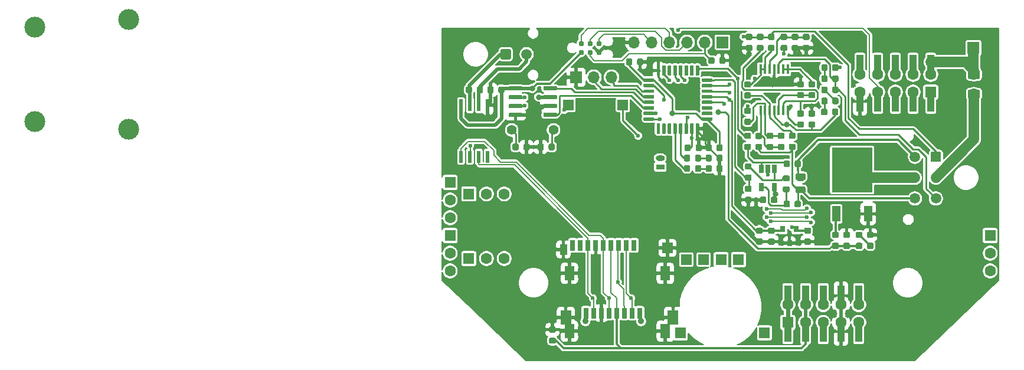
<source format=gbr>
G04 #@! TF.GenerationSoftware,KiCad,Pcbnew,5.1.5+dfsg1-2build2*
G04 #@! TF.CreationDate,2021-11-21T14:02:16+01:00*
G04 #@! TF.ProjectId,wideband_controller_mre,77696465-6261-46e6-945f-636f6e74726f,V1.0*
G04 #@! TF.SameCoordinates,Original*
G04 #@! TF.FileFunction,Copper,L1,Top*
G04 #@! TF.FilePolarity,Positive*
%FSLAX46Y46*%
G04 Gerber Fmt 4.6, Leading zero omitted, Abs format (unit mm)*
G04 Created by KiCad (PCBNEW 5.1.5+dfsg1-2build2) date 2021-11-21 14:02:16*
%MOMM*%
%LPD*%
G04 APERTURE LIST*
%ADD10R,1.700000X1.700000*%
%ADD11C,1.500000*%
%ADD12C,0.100000*%
%ADD13R,0.550000X1.750000*%
%ADD14C,2.999740*%
%ADD15R,1.600000X1.600000*%
%ADD16C,1.600000*%
%ADD17R,1.300000X0.800000*%
%ADD18O,1.300000X0.800000*%
%ADD19R,1.524000X1.524000*%
%ADD20C,1.400000*%
%ADD21C,0.889000*%
%ADD22R,1.524000X2.032000*%
%ADD23R,1.016000X1.524000*%
%ADD24R,0.762000X1.524000*%
%ADD25R,0.800000X1.500000*%
%ADD26R,1.450000X2.000000*%
%ADD27O,1.700000X1.700000*%
%ADD28R,1.000000X3.150000*%
%ADD29R,0.800000X0.900000*%
%ADD30R,0.650000X1.220000*%
%ADD31R,0.450000X1.450000*%
%ADD32R,1.500000X1.500000*%
%ADD33R,5.800000X6.400000*%
%ADD34R,1.200000X2.200000*%
%ADD35C,0.787400*%
%ADD36C,0.600000*%
%ADD37C,0.800000*%
%ADD38C,0.500000*%
%ADD39C,0.300000*%
%ADD40C,0.250000*%
%ADD41C,0.200000*%
%ADD42C,0.600000*%
%ADD43C,1.500000*%
G04 APERTURE END LIST*
D10*
X151600000Y-129000000D03*
D11*
X87500000Y-129900000D03*
G04 #@! TA.AperFunction,ComponentPad*
D12*
G36*
X85024054Y-129151206D02*
G01*
X85048371Y-129154813D01*
X85072217Y-129160786D01*
X85095363Y-129169068D01*
X85117585Y-129179579D01*
X85138671Y-129192217D01*
X85158416Y-129206861D01*
X85176631Y-129223369D01*
X85193139Y-129241584D01*
X85207783Y-129261329D01*
X85220421Y-129282415D01*
X85230932Y-129304637D01*
X85239214Y-129327783D01*
X85245187Y-129351629D01*
X85248794Y-129375946D01*
X85250000Y-129400499D01*
X85250000Y-130399501D01*
X85248794Y-130424054D01*
X85245187Y-130448371D01*
X85239214Y-130472217D01*
X85230932Y-130495363D01*
X85220421Y-130517585D01*
X85207783Y-130538671D01*
X85193139Y-130558416D01*
X85176631Y-130576631D01*
X85158416Y-130593139D01*
X85138671Y-130607783D01*
X85117585Y-130620421D01*
X85095363Y-130630932D01*
X85072217Y-130639214D01*
X85048371Y-130645187D01*
X85024054Y-130648794D01*
X84999501Y-130650000D01*
X84000499Y-130650000D01*
X83975946Y-130648794D01*
X83951629Y-130645187D01*
X83927783Y-130639214D01*
X83904637Y-130630932D01*
X83882415Y-130620421D01*
X83861329Y-130607783D01*
X83841584Y-130593139D01*
X83823369Y-130576631D01*
X83806861Y-130558416D01*
X83792217Y-130538671D01*
X83779579Y-130517585D01*
X83769068Y-130495363D01*
X83760786Y-130472217D01*
X83754813Y-130448371D01*
X83751206Y-130424054D01*
X83750000Y-130399501D01*
X83750000Y-129400499D01*
X83751206Y-129375946D01*
X83754813Y-129351629D01*
X83760786Y-129327783D01*
X83769068Y-129304637D01*
X83779579Y-129282415D01*
X83792217Y-129261329D01*
X83806861Y-129241584D01*
X83823369Y-129223369D01*
X83841584Y-129206861D01*
X83861329Y-129192217D01*
X83882415Y-129179579D01*
X83904637Y-129169068D01*
X83927783Y-129160786D01*
X83951629Y-129154813D01*
X83975946Y-129151206D01*
X84000499Y-129150000D01*
X84999501Y-129150000D01*
X85024054Y-129151206D01*
G37*
G04 #@! TD.AperFunction*
D13*
X81905000Y-144600000D03*
X80635000Y-144600000D03*
X79365000Y-144600000D03*
X78095000Y-144600000D03*
X78095000Y-137200000D03*
X79365000Y-137200000D03*
X80635000Y-137200000D03*
X81905000Y-137200000D03*
D14*
X16951220Y-139599580D03*
X16951220Y-126000420D03*
X30448780Y-140699400D03*
X30448780Y-124900600D03*
D11*
X87500000Y-129900000D03*
G04 #@! TA.AperFunction,ComponentPad*
D12*
G36*
X85024504Y-129151204D02*
G01*
X85048773Y-129154804D01*
X85072571Y-129160765D01*
X85095671Y-129169030D01*
X85117849Y-129179520D01*
X85138893Y-129192133D01*
X85158598Y-129206747D01*
X85176777Y-129223223D01*
X85193253Y-129241402D01*
X85207867Y-129261107D01*
X85220480Y-129282151D01*
X85230970Y-129304329D01*
X85239235Y-129327429D01*
X85245196Y-129351227D01*
X85248796Y-129375496D01*
X85250000Y-129400000D01*
X85250000Y-130400000D01*
X85248796Y-130424504D01*
X85245196Y-130448773D01*
X85239235Y-130472571D01*
X85230970Y-130495671D01*
X85220480Y-130517849D01*
X85207867Y-130538893D01*
X85193253Y-130558598D01*
X85176777Y-130576777D01*
X85158598Y-130593253D01*
X85138893Y-130607867D01*
X85117849Y-130620480D01*
X85095671Y-130630970D01*
X85072571Y-130639235D01*
X85048773Y-130645196D01*
X85024504Y-130648796D01*
X85000000Y-130650000D01*
X84000000Y-130650000D01*
X83975496Y-130648796D01*
X83951227Y-130645196D01*
X83927429Y-130639235D01*
X83904329Y-130630970D01*
X83882151Y-130620480D01*
X83861107Y-130607867D01*
X83841402Y-130593253D01*
X83823223Y-130576777D01*
X83806747Y-130558598D01*
X83792133Y-130538893D01*
X83779520Y-130517849D01*
X83769030Y-130495671D01*
X83760765Y-130472571D01*
X83754804Y-130448773D01*
X83751204Y-130424504D01*
X83750000Y-130400000D01*
X83750000Y-129400000D01*
X83751204Y-129375496D01*
X83754804Y-129351227D01*
X83760765Y-129327429D01*
X83769030Y-129304329D01*
X83779520Y-129282151D01*
X83792133Y-129261107D01*
X83806747Y-129241402D01*
X83823223Y-129223223D01*
X83841402Y-129206747D01*
X83861107Y-129192133D01*
X83882151Y-129179520D01*
X83904329Y-129169030D01*
X83927429Y-129160765D01*
X83951227Y-129154804D01*
X83975496Y-129151204D01*
X84000000Y-129150000D01*
X85000000Y-129150000D01*
X85024504Y-129151204D01*
G37*
G04 #@! TD.AperFunction*
G04 #@! TA.AperFunction,SMDPad,CuDef*
G36*
X82552691Y-134526053D02*
G01*
X82573926Y-134529203D01*
X82594750Y-134534419D01*
X82614962Y-134541651D01*
X82634368Y-134550830D01*
X82652781Y-134561866D01*
X82670024Y-134574654D01*
X82685930Y-134589070D01*
X82700346Y-134604976D01*
X82713134Y-134622219D01*
X82724170Y-134640632D01*
X82733349Y-134660038D01*
X82740581Y-134680250D01*
X82745797Y-134701074D01*
X82748947Y-134722309D01*
X82750000Y-134743750D01*
X82750000Y-135256250D01*
X82748947Y-135277691D01*
X82745797Y-135298926D01*
X82740581Y-135319750D01*
X82733349Y-135339962D01*
X82724170Y-135359368D01*
X82713134Y-135377781D01*
X82700346Y-135395024D01*
X82685930Y-135410930D01*
X82670024Y-135425346D01*
X82652781Y-135438134D01*
X82634368Y-135449170D01*
X82614962Y-135458349D01*
X82594750Y-135465581D01*
X82573926Y-135470797D01*
X82552691Y-135473947D01*
X82531250Y-135475000D01*
X82093750Y-135475000D01*
X82072309Y-135473947D01*
X82051074Y-135470797D01*
X82030250Y-135465581D01*
X82010038Y-135458349D01*
X81990632Y-135449170D01*
X81972219Y-135438134D01*
X81954976Y-135425346D01*
X81939070Y-135410930D01*
X81924654Y-135395024D01*
X81911866Y-135377781D01*
X81900830Y-135359368D01*
X81891651Y-135339962D01*
X81884419Y-135319750D01*
X81879203Y-135298926D01*
X81876053Y-135277691D01*
X81875000Y-135256250D01*
X81875000Y-134743750D01*
X81876053Y-134722309D01*
X81879203Y-134701074D01*
X81884419Y-134680250D01*
X81891651Y-134660038D01*
X81900830Y-134640632D01*
X81911866Y-134622219D01*
X81924654Y-134604976D01*
X81939070Y-134589070D01*
X81954976Y-134574654D01*
X81972219Y-134561866D01*
X81990632Y-134550830D01*
X82010038Y-134541651D01*
X82030250Y-134534419D01*
X82051074Y-134529203D01*
X82072309Y-134526053D01*
X82093750Y-134525000D01*
X82531250Y-134525000D01*
X82552691Y-134526053D01*
G37*
G04 #@! TD.AperFunction*
G04 #@! TA.AperFunction,SMDPad,CuDef*
G36*
X84127691Y-134526053D02*
G01*
X84148926Y-134529203D01*
X84169750Y-134534419D01*
X84189962Y-134541651D01*
X84209368Y-134550830D01*
X84227781Y-134561866D01*
X84245024Y-134574654D01*
X84260930Y-134589070D01*
X84275346Y-134604976D01*
X84288134Y-134622219D01*
X84299170Y-134640632D01*
X84308349Y-134660038D01*
X84315581Y-134680250D01*
X84320797Y-134701074D01*
X84323947Y-134722309D01*
X84325000Y-134743750D01*
X84325000Y-135256250D01*
X84323947Y-135277691D01*
X84320797Y-135298926D01*
X84315581Y-135319750D01*
X84308349Y-135339962D01*
X84299170Y-135359368D01*
X84288134Y-135377781D01*
X84275346Y-135395024D01*
X84260930Y-135410930D01*
X84245024Y-135425346D01*
X84227781Y-135438134D01*
X84209368Y-135449170D01*
X84189962Y-135458349D01*
X84169750Y-135465581D01*
X84148926Y-135470797D01*
X84127691Y-135473947D01*
X84106250Y-135475000D01*
X83668750Y-135475000D01*
X83647309Y-135473947D01*
X83626074Y-135470797D01*
X83605250Y-135465581D01*
X83585038Y-135458349D01*
X83565632Y-135449170D01*
X83547219Y-135438134D01*
X83529976Y-135425346D01*
X83514070Y-135410930D01*
X83499654Y-135395024D01*
X83486866Y-135377781D01*
X83475830Y-135359368D01*
X83466651Y-135339962D01*
X83459419Y-135319750D01*
X83454203Y-135298926D01*
X83451053Y-135277691D01*
X83450000Y-135256250D01*
X83450000Y-134743750D01*
X83451053Y-134722309D01*
X83454203Y-134701074D01*
X83459419Y-134680250D01*
X83466651Y-134660038D01*
X83475830Y-134640632D01*
X83486866Y-134622219D01*
X83499654Y-134604976D01*
X83514070Y-134589070D01*
X83529976Y-134574654D01*
X83547219Y-134561866D01*
X83565632Y-134550830D01*
X83585038Y-134541651D01*
X83605250Y-134534419D01*
X83626074Y-134529203D01*
X83647309Y-134526053D01*
X83668750Y-134525000D01*
X84106250Y-134525000D01*
X84127691Y-134526053D01*
G37*
G04 #@! TD.AperFunction*
G04 #@! TA.AperFunction,SMDPad,CuDef*
G36*
X81040191Y-134526053D02*
G01*
X81061426Y-134529203D01*
X81082250Y-134534419D01*
X81102462Y-134541651D01*
X81121868Y-134550830D01*
X81140281Y-134561866D01*
X81157524Y-134574654D01*
X81173430Y-134589070D01*
X81187846Y-134604976D01*
X81200634Y-134622219D01*
X81211670Y-134640632D01*
X81220849Y-134660038D01*
X81228081Y-134680250D01*
X81233297Y-134701074D01*
X81236447Y-134722309D01*
X81237500Y-134743750D01*
X81237500Y-135256250D01*
X81236447Y-135277691D01*
X81233297Y-135298926D01*
X81228081Y-135319750D01*
X81220849Y-135339962D01*
X81211670Y-135359368D01*
X81200634Y-135377781D01*
X81187846Y-135395024D01*
X81173430Y-135410930D01*
X81157524Y-135425346D01*
X81140281Y-135438134D01*
X81121868Y-135449170D01*
X81102462Y-135458349D01*
X81082250Y-135465581D01*
X81061426Y-135470797D01*
X81040191Y-135473947D01*
X81018750Y-135475000D01*
X80581250Y-135475000D01*
X80559809Y-135473947D01*
X80538574Y-135470797D01*
X80517750Y-135465581D01*
X80497538Y-135458349D01*
X80478132Y-135449170D01*
X80459719Y-135438134D01*
X80442476Y-135425346D01*
X80426570Y-135410930D01*
X80412154Y-135395024D01*
X80399366Y-135377781D01*
X80388330Y-135359368D01*
X80379151Y-135339962D01*
X80371919Y-135319750D01*
X80366703Y-135298926D01*
X80363553Y-135277691D01*
X80362500Y-135256250D01*
X80362500Y-134743750D01*
X80363553Y-134722309D01*
X80366703Y-134701074D01*
X80371919Y-134680250D01*
X80379151Y-134660038D01*
X80388330Y-134640632D01*
X80399366Y-134622219D01*
X80412154Y-134604976D01*
X80426570Y-134589070D01*
X80442476Y-134574654D01*
X80459719Y-134561866D01*
X80478132Y-134550830D01*
X80497538Y-134541651D01*
X80517750Y-134534419D01*
X80538574Y-134529203D01*
X80559809Y-134526053D01*
X80581250Y-134525000D01*
X81018750Y-134525000D01*
X81040191Y-134526053D01*
G37*
G04 #@! TD.AperFunction*
G04 #@! TA.AperFunction,SMDPad,CuDef*
G36*
X79465191Y-134526053D02*
G01*
X79486426Y-134529203D01*
X79507250Y-134534419D01*
X79527462Y-134541651D01*
X79546868Y-134550830D01*
X79565281Y-134561866D01*
X79582524Y-134574654D01*
X79598430Y-134589070D01*
X79612846Y-134604976D01*
X79625634Y-134622219D01*
X79636670Y-134640632D01*
X79645849Y-134660038D01*
X79653081Y-134680250D01*
X79658297Y-134701074D01*
X79661447Y-134722309D01*
X79662500Y-134743750D01*
X79662500Y-135256250D01*
X79661447Y-135277691D01*
X79658297Y-135298926D01*
X79653081Y-135319750D01*
X79645849Y-135339962D01*
X79636670Y-135359368D01*
X79625634Y-135377781D01*
X79612846Y-135395024D01*
X79598430Y-135410930D01*
X79582524Y-135425346D01*
X79565281Y-135438134D01*
X79546868Y-135449170D01*
X79527462Y-135458349D01*
X79507250Y-135465581D01*
X79486426Y-135470797D01*
X79465191Y-135473947D01*
X79443750Y-135475000D01*
X79006250Y-135475000D01*
X78984809Y-135473947D01*
X78963574Y-135470797D01*
X78942750Y-135465581D01*
X78922538Y-135458349D01*
X78903132Y-135449170D01*
X78884719Y-135438134D01*
X78867476Y-135425346D01*
X78851570Y-135410930D01*
X78837154Y-135395024D01*
X78824366Y-135377781D01*
X78813330Y-135359368D01*
X78804151Y-135339962D01*
X78796919Y-135319750D01*
X78791703Y-135298926D01*
X78788553Y-135277691D01*
X78787500Y-135256250D01*
X78787500Y-134743750D01*
X78788553Y-134722309D01*
X78791703Y-134701074D01*
X78796919Y-134680250D01*
X78804151Y-134660038D01*
X78813330Y-134640632D01*
X78824366Y-134622219D01*
X78837154Y-134604976D01*
X78851570Y-134589070D01*
X78867476Y-134574654D01*
X78884719Y-134561866D01*
X78903132Y-134550830D01*
X78922538Y-134541651D01*
X78942750Y-134534419D01*
X78963574Y-134529203D01*
X78984809Y-134526053D01*
X79006250Y-134525000D01*
X79443750Y-134525000D01*
X79465191Y-134526053D01*
G37*
G04 #@! TD.AperFunction*
D15*
X117900600Y-159360800D03*
X115400600Y-159360800D03*
D16*
X127513080Y-165839060D03*
X130053080Y-165839060D03*
X135133080Y-165839060D03*
X135133080Y-168379060D03*
X130053080Y-168379060D03*
X132593080Y-168379060D03*
X127513080Y-168379060D03*
X132593080Y-165839060D03*
X124973080Y-165839060D03*
D15*
X124973080Y-168379060D03*
X154000200Y-155910200D03*
D16*
X154000200Y-158450200D03*
X154000200Y-160990200D03*
D15*
X121615200Y-169880200D03*
X109550200Y-169880200D03*
X76530200Y-155910200D03*
D16*
X76530200Y-158450200D03*
X76530200Y-160990200D03*
D15*
X76530200Y-148290200D03*
D16*
X76530200Y-150830200D03*
X76530200Y-153370200D03*
D15*
X79197200Y-159212200D03*
D16*
X81737200Y-159212200D03*
X84277200Y-159212200D03*
D15*
X79197200Y-149941200D03*
D16*
X81737200Y-149941200D03*
X84277200Y-149941200D03*
D15*
X145478500Y-135336200D03*
D16*
X142938500Y-135336200D03*
X140398500Y-135336200D03*
X137858500Y-135336200D03*
X135318500Y-135336200D03*
X145478500Y-132796200D03*
X142938500Y-132796200D03*
X140398500Y-132796200D03*
X137858500Y-132796200D03*
X135318500Y-132796200D03*
D17*
X106654600Y-146055000D03*
D18*
X106654600Y-144810400D03*
D19*
X112900600Y-159360800D03*
X110400600Y-159360800D03*
D20*
X91360600Y-140771800D03*
X85360600Y-140771800D03*
D21*
X103914000Y-168207000D03*
X95914000Y-168207000D03*
D19*
X107695000Y-157699000D03*
D22*
X108514000Y-167680000D03*
X93114000Y-167680000D03*
D23*
X92768000Y-157907000D03*
D24*
X94114000Y-157307000D03*
X95214000Y-157307000D03*
X96314000Y-157307000D03*
X97414000Y-157307000D03*
X98514000Y-157307000D03*
X99614000Y-157307000D03*
X100714000Y-157307000D03*
X101814000Y-157307000D03*
X102914000Y-157307000D03*
D25*
X103710000Y-167035000D03*
X102610000Y-167035000D03*
X101510000Y-167035000D03*
X100410000Y-167035000D03*
X99310000Y-167035000D03*
X98210000Y-167035000D03*
X97110000Y-167035000D03*
X96010000Y-167035000D03*
D26*
X93635000Y-161335000D03*
X107385000Y-161335000D03*
X107385000Y-169635000D03*
X93635000Y-169635000D03*
G04 #@! TA.AperFunction,SMDPad,CuDef*
D12*
G36*
X91477691Y-170551053D02*
G01*
X91498926Y-170554203D01*
X91519750Y-170559419D01*
X91539962Y-170566651D01*
X91559368Y-170575830D01*
X91577781Y-170586866D01*
X91595024Y-170599654D01*
X91610930Y-170614070D01*
X91625346Y-170629976D01*
X91638134Y-170647219D01*
X91649170Y-170665632D01*
X91658349Y-170685038D01*
X91665581Y-170705250D01*
X91670797Y-170726074D01*
X91673947Y-170747309D01*
X91675000Y-170768750D01*
X91675000Y-171206250D01*
X91673947Y-171227691D01*
X91670797Y-171248926D01*
X91665581Y-171269750D01*
X91658349Y-171289962D01*
X91649170Y-171309368D01*
X91638134Y-171327781D01*
X91625346Y-171345024D01*
X91610930Y-171360930D01*
X91595024Y-171375346D01*
X91577781Y-171388134D01*
X91559368Y-171399170D01*
X91539962Y-171408349D01*
X91519750Y-171415581D01*
X91498926Y-171420797D01*
X91477691Y-171423947D01*
X91456250Y-171425000D01*
X90943750Y-171425000D01*
X90922309Y-171423947D01*
X90901074Y-171420797D01*
X90880250Y-171415581D01*
X90860038Y-171408349D01*
X90840632Y-171399170D01*
X90822219Y-171388134D01*
X90804976Y-171375346D01*
X90789070Y-171360930D01*
X90774654Y-171345024D01*
X90761866Y-171327781D01*
X90750830Y-171309368D01*
X90741651Y-171289962D01*
X90734419Y-171269750D01*
X90729203Y-171248926D01*
X90726053Y-171227691D01*
X90725000Y-171206250D01*
X90725000Y-170768750D01*
X90726053Y-170747309D01*
X90729203Y-170726074D01*
X90734419Y-170705250D01*
X90741651Y-170685038D01*
X90750830Y-170665632D01*
X90761866Y-170647219D01*
X90774654Y-170629976D01*
X90789070Y-170614070D01*
X90804976Y-170599654D01*
X90822219Y-170586866D01*
X90840632Y-170575830D01*
X90860038Y-170566651D01*
X90880250Y-170559419D01*
X90901074Y-170554203D01*
X90922309Y-170551053D01*
X90943750Y-170550000D01*
X91456250Y-170550000D01*
X91477691Y-170551053D01*
G37*
G04 #@! TD.AperFunction*
G04 #@! TA.AperFunction,SMDPad,CuDef*
G36*
X91477691Y-168976053D02*
G01*
X91498926Y-168979203D01*
X91519750Y-168984419D01*
X91539962Y-168991651D01*
X91559368Y-169000830D01*
X91577781Y-169011866D01*
X91595024Y-169024654D01*
X91610930Y-169039070D01*
X91625346Y-169054976D01*
X91638134Y-169072219D01*
X91649170Y-169090632D01*
X91658349Y-169110038D01*
X91665581Y-169130250D01*
X91670797Y-169151074D01*
X91673947Y-169172309D01*
X91675000Y-169193750D01*
X91675000Y-169631250D01*
X91673947Y-169652691D01*
X91670797Y-169673926D01*
X91665581Y-169694750D01*
X91658349Y-169714962D01*
X91649170Y-169734368D01*
X91638134Y-169752781D01*
X91625346Y-169770024D01*
X91610930Y-169785930D01*
X91595024Y-169800346D01*
X91577781Y-169813134D01*
X91559368Y-169824170D01*
X91539962Y-169833349D01*
X91519750Y-169840581D01*
X91498926Y-169845797D01*
X91477691Y-169848947D01*
X91456250Y-169850000D01*
X90943750Y-169850000D01*
X90922309Y-169848947D01*
X90901074Y-169845797D01*
X90880250Y-169840581D01*
X90860038Y-169833349D01*
X90840632Y-169824170D01*
X90822219Y-169813134D01*
X90804976Y-169800346D01*
X90789070Y-169785930D01*
X90774654Y-169770024D01*
X90761866Y-169752781D01*
X90750830Y-169734368D01*
X90741651Y-169714962D01*
X90734419Y-169694750D01*
X90729203Y-169673926D01*
X90726053Y-169652691D01*
X90725000Y-169631250D01*
X90725000Y-169193750D01*
X90726053Y-169172309D01*
X90729203Y-169151074D01*
X90734419Y-169130250D01*
X90741651Y-169110038D01*
X90750830Y-169090632D01*
X90761866Y-169072219D01*
X90774654Y-169054976D01*
X90789070Y-169039070D01*
X90804976Y-169024654D01*
X90822219Y-169011866D01*
X90840632Y-169000830D01*
X90860038Y-168991651D01*
X90880250Y-168984419D01*
X90901074Y-168979203D01*
X90922309Y-168976053D01*
X90943750Y-168975000D01*
X91456250Y-168975000D01*
X91477691Y-168976053D01*
G37*
G04 #@! TD.AperFunction*
D27*
X99680000Y-133200000D03*
X97140000Y-133200000D03*
D10*
X94600000Y-133200000D03*
G04 #@! TA.AperFunction,SMDPad,CuDef*
D12*
G36*
X119477691Y-139151053D02*
G01*
X119498926Y-139154203D01*
X119519750Y-139159419D01*
X119539962Y-139166651D01*
X119559368Y-139175830D01*
X119577781Y-139186866D01*
X119595024Y-139199654D01*
X119610930Y-139214070D01*
X119625346Y-139229976D01*
X119638134Y-139247219D01*
X119649170Y-139265632D01*
X119658349Y-139285038D01*
X119665581Y-139305250D01*
X119670797Y-139326074D01*
X119673947Y-139347309D01*
X119675000Y-139368750D01*
X119675000Y-139806250D01*
X119673947Y-139827691D01*
X119670797Y-139848926D01*
X119665581Y-139869750D01*
X119658349Y-139889962D01*
X119649170Y-139909368D01*
X119638134Y-139927781D01*
X119625346Y-139945024D01*
X119610930Y-139960930D01*
X119595024Y-139975346D01*
X119577781Y-139988134D01*
X119559368Y-139999170D01*
X119539962Y-140008349D01*
X119519750Y-140015581D01*
X119498926Y-140020797D01*
X119477691Y-140023947D01*
X119456250Y-140025000D01*
X118943750Y-140025000D01*
X118922309Y-140023947D01*
X118901074Y-140020797D01*
X118880250Y-140015581D01*
X118860038Y-140008349D01*
X118840632Y-139999170D01*
X118822219Y-139988134D01*
X118804976Y-139975346D01*
X118789070Y-139960930D01*
X118774654Y-139945024D01*
X118761866Y-139927781D01*
X118750830Y-139909368D01*
X118741651Y-139889962D01*
X118734419Y-139869750D01*
X118729203Y-139848926D01*
X118726053Y-139827691D01*
X118725000Y-139806250D01*
X118725000Y-139368750D01*
X118726053Y-139347309D01*
X118729203Y-139326074D01*
X118734419Y-139305250D01*
X118741651Y-139285038D01*
X118750830Y-139265632D01*
X118761866Y-139247219D01*
X118774654Y-139229976D01*
X118789070Y-139214070D01*
X118804976Y-139199654D01*
X118822219Y-139186866D01*
X118840632Y-139175830D01*
X118860038Y-139166651D01*
X118880250Y-139159419D01*
X118901074Y-139154203D01*
X118922309Y-139151053D01*
X118943750Y-139150000D01*
X119456250Y-139150000D01*
X119477691Y-139151053D01*
G37*
G04 #@! TD.AperFunction*
G04 #@! TA.AperFunction,SMDPad,CuDef*
G36*
X119477691Y-137576053D02*
G01*
X119498926Y-137579203D01*
X119519750Y-137584419D01*
X119539962Y-137591651D01*
X119559368Y-137600830D01*
X119577781Y-137611866D01*
X119595024Y-137624654D01*
X119610930Y-137639070D01*
X119625346Y-137654976D01*
X119638134Y-137672219D01*
X119649170Y-137690632D01*
X119658349Y-137710038D01*
X119665581Y-137730250D01*
X119670797Y-137751074D01*
X119673947Y-137772309D01*
X119675000Y-137793750D01*
X119675000Y-138231250D01*
X119673947Y-138252691D01*
X119670797Y-138273926D01*
X119665581Y-138294750D01*
X119658349Y-138314962D01*
X119649170Y-138334368D01*
X119638134Y-138352781D01*
X119625346Y-138370024D01*
X119610930Y-138385930D01*
X119595024Y-138400346D01*
X119577781Y-138413134D01*
X119559368Y-138424170D01*
X119539962Y-138433349D01*
X119519750Y-138440581D01*
X119498926Y-138445797D01*
X119477691Y-138448947D01*
X119456250Y-138450000D01*
X118943750Y-138450000D01*
X118922309Y-138448947D01*
X118901074Y-138445797D01*
X118880250Y-138440581D01*
X118860038Y-138433349D01*
X118840632Y-138424170D01*
X118822219Y-138413134D01*
X118804976Y-138400346D01*
X118789070Y-138385930D01*
X118774654Y-138370024D01*
X118761866Y-138352781D01*
X118750830Y-138334368D01*
X118741651Y-138314962D01*
X118734419Y-138294750D01*
X118729203Y-138273926D01*
X118726053Y-138252691D01*
X118725000Y-138231250D01*
X118725000Y-137793750D01*
X118726053Y-137772309D01*
X118729203Y-137751074D01*
X118734419Y-137730250D01*
X118741651Y-137710038D01*
X118750830Y-137690632D01*
X118761866Y-137672219D01*
X118774654Y-137654976D01*
X118789070Y-137639070D01*
X118804976Y-137624654D01*
X118822219Y-137611866D01*
X118840632Y-137600830D01*
X118860038Y-137591651D01*
X118880250Y-137584419D01*
X118901074Y-137579203D01*
X118922309Y-137576053D01*
X118943750Y-137575000D01*
X119456250Y-137575000D01*
X119477691Y-137576053D01*
G37*
G04 #@! TD.AperFunction*
G04 #@! TA.AperFunction,SMDPad,CuDef*
G36*
X127280142Y-146976174D02*
G01*
X127303803Y-146979684D01*
X127327007Y-146985496D01*
X127349529Y-146993554D01*
X127371153Y-147003782D01*
X127391670Y-147016079D01*
X127410883Y-147030329D01*
X127428607Y-147046393D01*
X127444671Y-147064117D01*
X127458921Y-147083330D01*
X127471218Y-147103847D01*
X127481446Y-147125471D01*
X127489504Y-147147993D01*
X127495316Y-147171197D01*
X127498826Y-147194858D01*
X127500000Y-147218750D01*
X127500000Y-147706250D01*
X127498826Y-147730142D01*
X127495316Y-147753803D01*
X127489504Y-147777007D01*
X127481446Y-147799529D01*
X127471218Y-147821153D01*
X127458921Y-147841670D01*
X127444671Y-147860883D01*
X127428607Y-147878607D01*
X127410883Y-147894671D01*
X127391670Y-147908921D01*
X127371153Y-147921218D01*
X127349529Y-147931446D01*
X127327007Y-147939504D01*
X127303803Y-147945316D01*
X127280142Y-147948826D01*
X127256250Y-147950000D01*
X126343750Y-147950000D01*
X126319858Y-147948826D01*
X126296197Y-147945316D01*
X126272993Y-147939504D01*
X126250471Y-147931446D01*
X126228847Y-147921218D01*
X126208330Y-147908921D01*
X126189117Y-147894671D01*
X126171393Y-147878607D01*
X126155329Y-147860883D01*
X126141079Y-147841670D01*
X126128782Y-147821153D01*
X126118554Y-147799529D01*
X126110496Y-147777007D01*
X126104684Y-147753803D01*
X126101174Y-147730142D01*
X126100000Y-147706250D01*
X126100000Y-147218750D01*
X126101174Y-147194858D01*
X126104684Y-147171197D01*
X126110496Y-147147993D01*
X126118554Y-147125471D01*
X126128782Y-147103847D01*
X126141079Y-147083330D01*
X126155329Y-147064117D01*
X126171393Y-147046393D01*
X126189117Y-147030329D01*
X126208330Y-147016079D01*
X126228847Y-147003782D01*
X126250471Y-146993554D01*
X126272993Y-146985496D01*
X126296197Y-146979684D01*
X126319858Y-146976174D01*
X126343750Y-146975000D01*
X127256250Y-146975000D01*
X127280142Y-146976174D01*
G37*
G04 #@! TD.AperFunction*
G04 #@! TA.AperFunction,SMDPad,CuDef*
G36*
X127280142Y-148851174D02*
G01*
X127303803Y-148854684D01*
X127327007Y-148860496D01*
X127349529Y-148868554D01*
X127371153Y-148878782D01*
X127391670Y-148891079D01*
X127410883Y-148905329D01*
X127428607Y-148921393D01*
X127444671Y-148939117D01*
X127458921Y-148958330D01*
X127471218Y-148978847D01*
X127481446Y-149000471D01*
X127489504Y-149022993D01*
X127495316Y-149046197D01*
X127498826Y-149069858D01*
X127500000Y-149093750D01*
X127500000Y-149581250D01*
X127498826Y-149605142D01*
X127495316Y-149628803D01*
X127489504Y-149652007D01*
X127481446Y-149674529D01*
X127471218Y-149696153D01*
X127458921Y-149716670D01*
X127444671Y-149735883D01*
X127428607Y-149753607D01*
X127410883Y-149769671D01*
X127391670Y-149783921D01*
X127371153Y-149796218D01*
X127349529Y-149806446D01*
X127327007Y-149814504D01*
X127303803Y-149820316D01*
X127280142Y-149823826D01*
X127256250Y-149825000D01*
X126343750Y-149825000D01*
X126319858Y-149823826D01*
X126296197Y-149820316D01*
X126272993Y-149814504D01*
X126250471Y-149806446D01*
X126228847Y-149796218D01*
X126208330Y-149783921D01*
X126189117Y-149769671D01*
X126171393Y-149753607D01*
X126155329Y-149735883D01*
X126141079Y-149716670D01*
X126128782Y-149696153D01*
X126118554Y-149674529D01*
X126110496Y-149652007D01*
X126104684Y-149628803D01*
X126101174Y-149605142D01*
X126100000Y-149581250D01*
X126100000Y-149093750D01*
X126101174Y-149069858D01*
X126104684Y-149046197D01*
X126110496Y-149022993D01*
X126118554Y-149000471D01*
X126128782Y-148978847D01*
X126141079Y-148958330D01*
X126155329Y-148939117D01*
X126171393Y-148921393D01*
X126189117Y-148905329D01*
X126208330Y-148891079D01*
X126228847Y-148878782D01*
X126250471Y-148868554D01*
X126272993Y-148860496D01*
X126296197Y-148854684D01*
X126319858Y-148851174D01*
X126343750Y-148850000D01*
X127256250Y-148850000D01*
X127280142Y-148851174D01*
G37*
G04 #@! TD.AperFunction*
D11*
X143200000Y-150600000D03*
X143200000Y-147600000D03*
X143200000Y-144600000D03*
X146200000Y-150600000D03*
X146200000Y-147600000D03*
G04 #@! TA.AperFunction,ComponentPad*
D12*
G36*
X146724053Y-143851206D02*
G01*
X146748370Y-143854813D01*
X146772216Y-143860786D01*
X146795362Y-143869068D01*
X146817585Y-143879579D01*
X146838670Y-143892217D01*
X146858416Y-143906861D01*
X146876630Y-143923370D01*
X146893139Y-143941584D01*
X146907783Y-143961330D01*
X146920421Y-143982415D01*
X146930932Y-144004638D01*
X146939214Y-144027784D01*
X146945187Y-144051630D01*
X146948794Y-144075947D01*
X146950000Y-144100500D01*
X146950000Y-145099500D01*
X146948794Y-145124053D01*
X146945187Y-145148370D01*
X146939214Y-145172216D01*
X146930932Y-145195362D01*
X146920421Y-145217585D01*
X146907783Y-145238670D01*
X146893139Y-145258416D01*
X146876630Y-145276630D01*
X146858416Y-145293139D01*
X146838670Y-145307783D01*
X146817585Y-145320421D01*
X146795362Y-145330932D01*
X146772216Y-145339214D01*
X146748370Y-145345187D01*
X146724053Y-145348794D01*
X146699500Y-145350000D01*
X145700500Y-145350000D01*
X145675947Y-145348794D01*
X145651630Y-145345187D01*
X145627784Y-145339214D01*
X145604638Y-145330932D01*
X145582415Y-145320421D01*
X145561330Y-145307783D01*
X145541584Y-145293139D01*
X145523370Y-145276630D01*
X145506861Y-145258416D01*
X145492217Y-145238670D01*
X145479579Y-145217585D01*
X145469068Y-145195362D01*
X145460786Y-145172216D01*
X145454813Y-145148370D01*
X145451206Y-145124053D01*
X145450000Y-145099500D01*
X145450000Y-144100500D01*
X145451206Y-144075947D01*
X145454813Y-144051630D01*
X145460786Y-144027784D01*
X145469068Y-144004638D01*
X145479579Y-143982415D01*
X145492217Y-143961330D01*
X145506861Y-143941584D01*
X145523370Y-143923370D01*
X145541584Y-143906861D01*
X145561330Y-143892217D01*
X145582415Y-143879579D01*
X145604638Y-143869068D01*
X145627784Y-143860786D01*
X145651630Y-143854813D01*
X145675947Y-143851206D01*
X145700500Y-143850000D01*
X146699500Y-143850000D01*
X146724053Y-143851206D01*
G37*
G04 #@! TD.AperFunction*
D11*
X143200000Y-150600000D03*
X143200000Y-147600000D03*
X143200000Y-144600000D03*
X146200000Y-150600000D03*
X146200000Y-147600000D03*
G04 #@! TA.AperFunction,ComponentPad*
D12*
G36*
X146724504Y-143851204D02*
G01*
X146748773Y-143854804D01*
X146772571Y-143860765D01*
X146795671Y-143869030D01*
X146817849Y-143879520D01*
X146838893Y-143892133D01*
X146858598Y-143906747D01*
X146876777Y-143923223D01*
X146893253Y-143941402D01*
X146907867Y-143961107D01*
X146920480Y-143982151D01*
X146930970Y-144004329D01*
X146939235Y-144027429D01*
X146945196Y-144051227D01*
X146948796Y-144075496D01*
X146950000Y-144100000D01*
X146950000Y-145100000D01*
X146948796Y-145124504D01*
X146945196Y-145148773D01*
X146939235Y-145172571D01*
X146930970Y-145195671D01*
X146920480Y-145217849D01*
X146907867Y-145238893D01*
X146893253Y-145258598D01*
X146876777Y-145276777D01*
X146858598Y-145293253D01*
X146838893Y-145307867D01*
X146817849Y-145320480D01*
X146795671Y-145330970D01*
X146772571Y-145339235D01*
X146748773Y-145345196D01*
X146724504Y-145348796D01*
X146700000Y-145350000D01*
X145700000Y-145350000D01*
X145675496Y-145348796D01*
X145651227Y-145345196D01*
X145627429Y-145339235D01*
X145604329Y-145330970D01*
X145582151Y-145320480D01*
X145561107Y-145307867D01*
X145541402Y-145293253D01*
X145523223Y-145276777D01*
X145506747Y-145258598D01*
X145492133Y-145238893D01*
X145479520Y-145217849D01*
X145469030Y-145195671D01*
X145460765Y-145172571D01*
X145454804Y-145148773D01*
X145451204Y-145124504D01*
X145450000Y-145100000D01*
X145450000Y-144100000D01*
X145451204Y-144075496D01*
X145454804Y-144051227D01*
X145460765Y-144027429D01*
X145469030Y-144004329D01*
X145479520Y-143982151D01*
X145492133Y-143961107D01*
X145506747Y-143941402D01*
X145523223Y-143923223D01*
X145541402Y-143906747D01*
X145561107Y-143892133D01*
X145582151Y-143879520D01*
X145604329Y-143869030D01*
X145627429Y-143860765D01*
X145651227Y-143854804D01*
X145675496Y-143851204D01*
X145700000Y-143850000D01*
X146700000Y-143850000D01*
X146724504Y-143851204D01*
G37*
G04 #@! TD.AperFunction*
D28*
X135128000Y-164581600D03*
X135128000Y-169631600D03*
X132588000Y-164581600D03*
X132588000Y-169631600D03*
X130048000Y-164581600D03*
X130048000Y-169631600D03*
X127508000Y-164581600D03*
X127508000Y-169631600D03*
X124968000Y-164581600D03*
X124968000Y-169631600D03*
X135331200Y-136586200D03*
X135331200Y-131536200D03*
X137871200Y-136586200D03*
X137871200Y-131536200D03*
X140411200Y-136586200D03*
X140411200Y-131536200D03*
X142951200Y-136586200D03*
X142951200Y-131536200D03*
X145491200Y-136586200D03*
X145491200Y-131536200D03*
G04 #@! TA.AperFunction,SMDPad,CuDef*
D12*
G36*
X86764703Y-138305722D02*
G01*
X86779264Y-138307882D01*
X86793543Y-138311459D01*
X86807403Y-138316418D01*
X86820710Y-138322712D01*
X86833336Y-138330280D01*
X86845159Y-138339048D01*
X86856066Y-138348934D01*
X86865952Y-138359841D01*
X86874720Y-138371664D01*
X86882288Y-138384290D01*
X86888582Y-138397597D01*
X86893541Y-138411457D01*
X86897118Y-138425736D01*
X86899278Y-138440297D01*
X86900000Y-138455000D01*
X86900000Y-138755000D01*
X86899278Y-138769703D01*
X86897118Y-138784264D01*
X86893541Y-138798543D01*
X86888582Y-138812403D01*
X86882288Y-138825710D01*
X86874720Y-138838336D01*
X86865952Y-138850159D01*
X86856066Y-138861066D01*
X86845159Y-138870952D01*
X86833336Y-138879720D01*
X86820710Y-138887288D01*
X86807403Y-138893582D01*
X86793543Y-138898541D01*
X86779264Y-138902118D01*
X86764703Y-138904278D01*
X86750000Y-138905000D01*
X85100000Y-138905000D01*
X85085297Y-138904278D01*
X85070736Y-138902118D01*
X85056457Y-138898541D01*
X85042597Y-138893582D01*
X85029290Y-138887288D01*
X85016664Y-138879720D01*
X85004841Y-138870952D01*
X84993934Y-138861066D01*
X84984048Y-138850159D01*
X84975280Y-138838336D01*
X84967712Y-138825710D01*
X84961418Y-138812403D01*
X84956459Y-138798543D01*
X84952882Y-138784264D01*
X84950722Y-138769703D01*
X84950000Y-138755000D01*
X84950000Y-138455000D01*
X84950722Y-138440297D01*
X84952882Y-138425736D01*
X84956459Y-138411457D01*
X84961418Y-138397597D01*
X84967712Y-138384290D01*
X84975280Y-138371664D01*
X84984048Y-138359841D01*
X84993934Y-138348934D01*
X85004841Y-138339048D01*
X85016664Y-138330280D01*
X85029290Y-138322712D01*
X85042597Y-138316418D01*
X85056457Y-138311459D01*
X85070736Y-138307882D01*
X85085297Y-138305722D01*
X85100000Y-138305000D01*
X86750000Y-138305000D01*
X86764703Y-138305722D01*
G37*
G04 #@! TD.AperFunction*
G04 #@! TA.AperFunction,SMDPad,CuDef*
G36*
X86764703Y-137035722D02*
G01*
X86779264Y-137037882D01*
X86793543Y-137041459D01*
X86807403Y-137046418D01*
X86820710Y-137052712D01*
X86833336Y-137060280D01*
X86845159Y-137069048D01*
X86856066Y-137078934D01*
X86865952Y-137089841D01*
X86874720Y-137101664D01*
X86882288Y-137114290D01*
X86888582Y-137127597D01*
X86893541Y-137141457D01*
X86897118Y-137155736D01*
X86899278Y-137170297D01*
X86900000Y-137185000D01*
X86900000Y-137485000D01*
X86899278Y-137499703D01*
X86897118Y-137514264D01*
X86893541Y-137528543D01*
X86888582Y-137542403D01*
X86882288Y-137555710D01*
X86874720Y-137568336D01*
X86865952Y-137580159D01*
X86856066Y-137591066D01*
X86845159Y-137600952D01*
X86833336Y-137609720D01*
X86820710Y-137617288D01*
X86807403Y-137623582D01*
X86793543Y-137628541D01*
X86779264Y-137632118D01*
X86764703Y-137634278D01*
X86750000Y-137635000D01*
X85100000Y-137635000D01*
X85085297Y-137634278D01*
X85070736Y-137632118D01*
X85056457Y-137628541D01*
X85042597Y-137623582D01*
X85029290Y-137617288D01*
X85016664Y-137609720D01*
X85004841Y-137600952D01*
X84993934Y-137591066D01*
X84984048Y-137580159D01*
X84975280Y-137568336D01*
X84967712Y-137555710D01*
X84961418Y-137542403D01*
X84956459Y-137528543D01*
X84952882Y-137514264D01*
X84950722Y-137499703D01*
X84950000Y-137485000D01*
X84950000Y-137185000D01*
X84950722Y-137170297D01*
X84952882Y-137155736D01*
X84956459Y-137141457D01*
X84961418Y-137127597D01*
X84967712Y-137114290D01*
X84975280Y-137101664D01*
X84984048Y-137089841D01*
X84993934Y-137078934D01*
X85004841Y-137069048D01*
X85016664Y-137060280D01*
X85029290Y-137052712D01*
X85042597Y-137046418D01*
X85056457Y-137041459D01*
X85070736Y-137037882D01*
X85085297Y-137035722D01*
X85100000Y-137035000D01*
X86750000Y-137035000D01*
X86764703Y-137035722D01*
G37*
G04 #@! TD.AperFunction*
G04 #@! TA.AperFunction,SMDPad,CuDef*
G36*
X86764703Y-135765722D02*
G01*
X86779264Y-135767882D01*
X86793543Y-135771459D01*
X86807403Y-135776418D01*
X86820710Y-135782712D01*
X86833336Y-135790280D01*
X86845159Y-135799048D01*
X86856066Y-135808934D01*
X86865952Y-135819841D01*
X86874720Y-135831664D01*
X86882288Y-135844290D01*
X86888582Y-135857597D01*
X86893541Y-135871457D01*
X86897118Y-135885736D01*
X86899278Y-135900297D01*
X86900000Y-135915000D01*
X86900000Y-136215000D01*
X86899278Y-136229703D01*
X86897118Y-136244264D01*
X86893541Y-136258543D01*
X86888582Y-136272403D01*
X86882288Y-136285710D01*
X86874720Y-136298336D01*
X86865952Y-136310159D01*
X86856066Y-136321066D01*
X86845159Y-136330952D01*
X86833336Y-136339720D01*
X86820710Y-136347288D01*
X86807403Y-136353582D01*
X86793543Y-136358541D01*
X86779264Y-136362118D01*
X86764703Y-136364278D01*
X86750000Y-136365000D01*
X85100000Y-136365000D01*
X85085297Y-136364278D01*
X85070736Y-136362118D01*
X85056457Y-136358541D01*
X85042597Y-136353582D01*
X85029290Y-136347288D01*
X85016664Y-136339720D01*
X85004841Y-136330952D01*
X84993934Y-136321066D01*
X84984048Y-136310159D01*
X84975280Y-136298336D01*
X84967712Y-136285710D01*
X84961418Y-136272403D01*
X84956459Y-136258543D01*
X84952882Y-136244264D01*
X84950722Y-136229703D01*
X84950000Y-136215000D01*
X84950000Y-135915000D01*
X84950722Y-135900297D01*
X84952882Y-135885736D01*
X84956459Y-135871457D01*
X84961418Y-135857597D01*
X84967712Y-135844290D01*
X84975280Y-135831664D01*
X84984048Y-135819841D01*
X84993934Y-135808934D01*
X85004841Y-135799048D01*
X85016664Y-135790280D01*
X85029290Y-135782712D01*
X85042597Y-135776418D01*
X85056457Y-135771459D01*
X85070736Y-135767882D01*
X85085297Y-135765722D01*
X85100000Y-135765000D01*
X86750000Y-135765000D01*
X86764703Y-135765722D01*
G37*
G04 #@! TD.AperFunction*
G04 #@! TA.AperFunction,SMDPad,CuDef*
G36*
X86764703Y-134495722D02*
G01*
X86779264Y-134497882D01*
X86793543Y-134501459D01*
X86807403Y-134506418D01*
X86820710Y-134512712D01*
X86833336Y-134520280D01*
X86845159Y-134529048D01*
X86856066Y-134538934D01*
X86865952Y-134549841D01*
X86874720Y-134561664D01*
X86882288Y-134574290D01*
X86888582Y-134587597D01*
X86893541Y-134601457D01*
X86897118Y-134615736D01*
X86899278Y-134630297D01*
X86900000Y-134645000D01*
X86900000Y-134945000D01*
X86899278Y-134959703D01*
X86897118Y-134974264D01*
X86893541Y-134988543D01*
X86888582Y-135002403D01*
X86882288Y-135015710D01*
X86874720Y-135028336D01*
X86865952Y-135040159D01*
X86856066Y-135051066D01*
X86845159Y-135060952D01*
X86833336Y-135069720D01*
X86820710Y-135077288D01*
X86807403Y-135083582D01*
X86793543Y-135088541D01*
X86779264Y-135092118D01*
X86764703Y-135094278D01*
X86750000Y-135095000D01*
X85100000Y-135095000D01*
X85085297Y-135094278D01*
X85070736Y-135092118D01*
X85056457Y-135088541D01*
X85042597Y-135083582D01*
X85029290Y-135077288D01*
X85016664Y-135069720D01*
X85004841Y-135060952D01*
X84993934Y-135051066D01*
X84984048Y-135040159D01*
X84975280Y-135028336D01*
X84967712Y-135015710D01*
X84961418Y-135002403D01*
X84956459Y-134988543D01*
X84952882Y-134974264D01*
X84950722Y-134959703D01*
X84950000Y-134945000D01*
X84950000Y-134645000D01*
X84950722Y-134630297D01*
X84952882Y-134615736D01*
X84956459Y-134601457D01*
X84961418Y-134587597D01*
X84967712Y-134574290D01*
X84975280Y-134561664D01*
X84984048Y-134549841D01*
X84993934Y-134538934D01*
X85004841Y-134529048D01*
X85016664Y-134520280D01*
X85029290Y-134512712D01*
X85042597Y-134506418D01*
X85056457Y-134501459D01*
X85070736Y-134497882D01*
X85085297Y-134495722D01*
X85100000Y-134495000D01*
X86750000Y-134495000D01*
X86764703Y-134495722D01*
G37*
G04 #@! TD.AperFunction*
G04 #@! TA.AperFunction,SMDPad,CuDef*
G36*
X91714703Y-134495722D02*
G01*
X91729264Y-134497882D01*
X91743543Y-134501459D01*
X91757403Y-134506418D01*
X91770710Y-134512712D01*
X91783336Y-134520280D01*
X91795159Y-134529048D01*
X91806066Y-134538934D01*
X91815952Y-134549841D01*
X91824720Y-134561664D01*
X91832288Y-134574290D01*
X91838582Y-134587597D01*
X91843541Y-134601457D01*
X91847118Y-134615736D01*
X91849278Y-134630297D01*
X91850000Y-134645000D01*
X91850000Y-134945000D01*
X91849278Y-134959703D01*
X91847118Y-134974264D01*
X91843541Y-134988543D01*
X91838582Y-135002403D01*
X91832288Y-135015710D01*
X91824720Y-135028336D01*
X91815952Y-135040159D01*
X91806066Y-135051066D01*
X91795159Y-135060952D01*
X91783336Y-135069720D01*
X91770710Y-135077288D01*
X91757403Y-135083582D01*
X91743543Y-135088541D01*
X91729264Y-135092118D01*
X91714703Y-135094278D01*
X91700000Y-135095000D01*
X90050000Y-135095000D01*
X90035297Y-135094278D01*
X90020736Y-135092118D01*
X90006457Y-135088541D01*
X89992597Y-135083582D01*
X89979290Y-135077288D01*
X89966664Y-135069720D01*
X89954841Y-135060952D01*
X89943934Y-135051066D01*
X89934048Y-135040159D01*
X89925280Y-135028336D01*
X89917712Y-135015710D01*
X89911418Y-135002403D01*
X89906459Y-134988543D01*
X89902882Y-134974264D01*
X89900722Y-134959703D01*
X89900000Y-134945000D01*
X89900000Y-134645000D01*
X89900722Y-134630297D01*
X89902882Y-134615736D01*
X89906459Y-134601457D01*
X89911418Y-134587597D01*
X89917712Y-134574290D01*
X89925280Y-134561664D01*
X89934048Y-134549841D01*
X89943934Y-134538934D01*
X89954841Y-134529048D01*
X89966664Y-134520280D01*
X89979290Y-134512712D01*
X89992597Y-134506418D01*
X90006457Y-134501459D01*
X90020736Y-134497882D01*
X90035297Y-134495722D01*
X90050000Y-134495000D01*
X91700000Y-134495000D01*
X91714703Y-134495722D01*
G37*
G04 #@! TD.AperFunction*
G04 #@! TA.AperFunction,SMDPad,CuDef*
G36*
X91714703Y-135765722D02*
G01*
X91729264Y-135767882D01*
X91743543Y-135771459D01*
X91757403Y-135776418D01*
X91770710Y-135782712D01*
X91783336Y-135790280D01*
X91795159Y-135799048D01*
X91806066Y-135808934D01*
X91815952Y-135819841D01*
X91824720Y-135831664D01*
X91832288Y-135844290D01*
X91838582Y-135857597D01*
X91843541Y-135871457D01*
X91847118Y-135885736D01*
X91849278Y-135900297D01*
X91850000Y-135915000D01*
X91850000Y-136215000D01*
X91849278Y-136229703D01*
X91847118Y-136244264D01*
X91843541Y-136258543D01*
X91838582Y-136272403D01*
X91832288Y-136285710D01*
X91824720Y-136298336D01*
X91815952Y-136310159D01*
X91806066Y-136321066D01*
X91795159Y-136330952D01*
X91783336Y-136339720D01*
X91770710Y-136347288D01*
X91757403Y-136353582D01*
X91743543Y-136358541D01*
X91729264Y-136362118D01*
X91714703Y-136364278D01*
X91700000Y-136365000D01*
X90050000Y-136365000D01*
X90035297Y-136364278D01*
X90020736Y-136362118D01*
X90006457Y-136358541D01*
X89992597Y-136353582D01*
X89979290Y-136347288D01*
X89966664Y-136339720D01*
X89954841Y-136330952D01*
X89943934Y-136321066D01*
X89934048Y-136310159D01*
X89925280Y-136298336D01*
X89917712Y-136285710D01*
X89911418Y-136272403D01*
X89906459Y-136258543D01*
X89902882Y-136244264D01*
X89900722Y-136229703D01*
X89900000Y-136215000D01*
X89900000Y-135915000D01*
X89900722Y-135900297D01*
X89902882Y-135885736D01*
X89906459Y-135871457D01*
X89911418Y-135857597D01*
X89917712Y-135844290D01*
X89925280Y-135831664D01*
X89934048Y-135819841D01*
X89943934Y-135808934D01*
X89954841Y-135799048D01*
X89966664Y-135790280D01*
X89979290Y-135782712D01*
X89992597Y-135776418D01*
X90006457Y-135771459D01*
X90020736Y-135767882D01*
X90035297Y-135765722D01*
X90050000Y-135765000D01*
X91700000Y-135765000D01*
X91714703Y-135765722D01*
G37*
G04 #@! TD.AperFunction*
G04 #@! TA.AperFunction,SMDPad,CuDef*
G36*
X91714703Y-137035722D02*
G01*
X91729264Y-137037882D01*
X91743543Y-137041459D01*
X91757403Y-137046418D01*
X91770710Y-137052712D01*
X91783336Y-137060280D01*
X91795159Y-137069048D01*
X91806066Y-137078934D01*
X91815952Y-137089841D01*
X91824720Y-137101664D01*
X91832288Y-137114290D01*
X91838582Y-137127597D01*
X91843541Y-137141457D01*
X91847118Y-137155736D01*
X91849278Y-137170297D01*
X91850000Y-137185000D01*
X91850000Y-137485000D01*
X91849278Y-137499703D01*
X91847118Y-137514264D01*
X91843541Y-137528543D01*
X91838582Y-137542403D01*
X91832288Y-137555710D01*
X91824720Y-137568336D01*
X91815952Y-137580159D01*
X91806066Y-137591066D01*
X91795159Y-137600952D01*
X91783336Y-137609720D01*
X91770710Y-137617288D01*
X91757403Y-137623582D01*
X91743543Y-137628541D01*
X91729264Y-137632118D01*
X91714703Y-137634278D01*
X91700000Y-137635000D01*
X90050000Y-137635000D01*
X90035297Y-137634278D01*
X90020736Y-137632118D01*
X90006457Y-137628541D01*
X89992597Y-137623582D01*
X89979290Y-137617288D01*
X89966664Y-137609720D01*
X89954841Y-137600952D01*
X89943934Y-137591066D01*
X89934048Y-137580159D01*
X89925280Y-137568336D01*
X89917712Y-137555710D01*
X89911418Y-137542403D01*
X89906459Y-137528543D01*
X89902882Y-137514264D01*
X89900722Y-137499703D01*
X89900000Y-137485000D01*
X89900000Y-137185000D01*
X89900722Y-137170297D01*
X89902882Y-137155736D01*
X89906459Y-137141457D01*
X89911418Y-137127597D01*
X89917712Y-137114290D01*
X89925280Y-137101664D01*
X89934048Y-137089841D01*
X89943934Y-137078934D01*
X89954841Y-137069048D01*
X89966664Y-137060280D01*
X89979290Y-137052712D01*
X89992597Y-137046418D01*
X90006457Y-137041459D01*
X90020736Y-137037882D01*
X90035297Y-137035722D01*
X90050000Y-137035000D01*
X91700000Y-137035000D01*
X91714703Y-137035722D01*
G37*
G04 #@! TD.AperFunction*
G04 #@! TA.AperFunction,SMDPad,CuDef*
G36*
X91714703Y-138305722D02*
G01*
X91729264Y-138307882D01*
X91743543Y-138311459D01*
X91757403Y-138316418D01*
X91770710Y-138322712D01*
X91783336Y-138330280D01*
X91795159Y-138339048D01*
X91806066Y-138348934D01*
X91815952Y-138359841D01*
X91824720Y-138371664D01*
X91832288Y-138384290D01*
X91838582Y-138397597D01*
X91843541Y-138411457D01*
X91847118Y-138425736D01*
X91849278Y-138440297D01*
X91850000Y-138455000D01*
X91850000Y-138755000D01*
X91849278Y-138769703D01*
X91847118Y-138784264D01*
X91843541Y-138798543D01*
X91838582Y-138812403D01*
X91832288Y-138825710D01*
X91824720Y-138838336D01*
X91815952Y-138850159D01*
X91806066Y-138861066D01*
X91795159Y-138870952D01*
X91783336Y-138879720D01*
X91770710Y-138887288D01*
X91757403Y-138893582D01*
X91743543Y-138898541D01*
X91729264Y-138902118D01*
X91714703Y-138904278D01*
X91700000Y-138905000D01*
X90050000Y-138905000D01*
X90035297Y-138904278D01*
X90020736Y-138902118D01*
X90006457Y-138898541D01*
X89992597Y-138893582D01*
X89979290Y-138887288D01*
X89966664Y-138879720D01*
X89954841Y-138870952D01*
X89943934Y-138861066D01*
X89934048Y-138850159D01*
X89925280Y-138838336D01*
X89917712Y-138825710D01*
X89911418Y-138812403D01*
X89906459Y-138798543D01*
X89902882Y-138784264D01*
X89900722Y-138769703D01*
X89900000Y-138755000D01*
X89900000Y-138455000D01*
X89900722Y-138440297D01*
X89902882Y-138425736D01*
X89906459Y-138411457D01*
X89911418Y-138397597D01*
X89917712Y-138384290D01*
X89925280Y-138371664D01*
X89934048Y-138359841D01*
X89943934Y-138348934D01*
X89954841Y-138339048D01*
X89966664Y-138330280D01*
X89979290Y-138322712D01*
X89992597Y-138316418D01*
X90006457Y-138311459D01*
X90020736Y-138307882D01*
X90035297Y-138305722D01*
X90050000Y-138305000D01*
X91700000Y-138305000D01*
X91714703Y-138305722D01*
G37*
G04 #@! TD.AperFunction*
D29*
X125200000Y-157000000D03*
X124250000Y-155000000D03*
X126150000Y-155000000D03*
D30*
X123065400Y-148948000D03*
X121165400Y-148948000D03*
X121165400Y-146328000D03*
X122115400Y-146328000D03*
X123065400Y-146328000D03*
D31*
X121050000Y-132050000D03*
X121700000Y-132050000D03*
X122350000Y-132050000D03*
X123000000Y-132050000D03*
X123650000Y-132050000D03*
X124300000Y-132050000D03*
X124950000Y-132050000D03*
X124950000Y-137950000D03*
X124300000Y-137950000D03*
X123650000Y-137950000D03*
X123000000Y-137950000D03*
X122350000Y-137950000D03*
X121700000Y-137950000D03*
X121050000Y-137950000D03*
G04 #@! TA.AperFunction,SMDPad,CuDef*
D12*
G36*
X112137252Y-139825602D02*
G01*
X112149386Y-139827402D01*
X112161286Y-139830382D01*
X112172835Y-139834515D01*
X112183925Y-139839760D01*
X112194446Y-139846066D01*
X112204299Y-139853374D01*
X112213388Y-139861612D01*
X112221626Y-139870701D01*
X112228934Y-139880554D01*
X112235240Y-139891075D01*
X112240485Y-139902165D01*
X112244618Y-139913714D01*
X112247598Y-139925614D01*
X112249398Y-139937748D01*
X112250000Y-139950000D01*
X112250000Y-141200000D01*
X112249398Y-141212252D01*
X112247598Y-141224386D01*
X112244618Y-141236286D01*
X112240485Y-141247835D01*
X112235240Y-141258925D01*
X112228934Y-141269446D01*
X112221626Y-141279299D01*
X112213388Y-141288388D01*
X112204299Y-141296626D01*
X112194446Y-141303934D01*
X112183925Y-141310240D01*
X112172835Y-141315485D01*
X112161286Y-141319618D01*
X112149386Y-141322598D01*
X112137252Y-141324398D01*
X112125000Y-141325000D01*
X111875000Y-141325000D01*
X111862748Y-141324398D01*
X111850614Y-141322598D01*
X111838714Y-141319618D01*
X111827165Y-141315485D01*
X111816075Y-141310240D01*
X111805554Y-141303934D01*
X111795701Y-141296626D01*
X111786612Y-141288388D01*
X111778374Y-141279299D01*
X111771066Y-141269446D01*
X111764760Y-141258925D01*
X111759515Y-141247835D01*
X111755382Y-141236286D01*
X111752402Y-141224386D01*
X111750602Y-141212252D01*
X111750000Y-141200000D01*
X111750000Y-139950000D01*
X111750602Y-139937748D01*
X111752402Y-139925614D01*
X111755382Y-139913714D01*
X111759515Y-139902165D01*
X111764760Y-139891075D01*
X111771066Y-139880554D01*
X111778374Y-139870701D01*
X111786612Y-139861612D01*
X111795701Y-139853374D01*
X111805554Y-139846066D01*
X111816075Y-139839760D01*
X111827165Y-139834515D01*
X111838714Y-139830382D01*
X111850614Y-139827402D01*
X111862748Y-139825602D01*
X111875000Y-139825000D01*
X112125000Y-139825000D01*
X112137252Y-139825602D01*
G37*
G04 #@! TD.AperFunction*
G04 #@! TA.AperFunction,SMDPad,CuDef*
G36*
X111337252Y-139825602D02*
G01*
X111349386Y-139827402D01*
X111361286Y-139830382D01*
X111372835Y-139834515D01*
X111383925Y-139839760D01*
X111394446Y-139846066D01*
X111404299Y-139853374D01*
X111413388Y-139861612D01*
X111421626Y-139870701D01*
X111428934Y-139880554D01*
X111435240Y-139891075D01*
X111440485Y-139902165D01*
X111444618Y-139913714D01*
X111447598Y-139925614D01*
X111449398Y-139937748D01*
X111450000Y-139950000D01*
X111450000Y-141200000D01*
X111449398Y-141212252D01*
X111447598Y-141224386D01*
X111444618Y-141236286D01*
X111440485Y-141247835D01*
X111435240Y-141258925D01*
X111428934Y-141269446D01*
X111421626Y-141279299D01*
X111413388Y-141288388D01*
X111404299Y-141296626D01*
X111394446Y-141303934D01*
X111383925Y-141310240D01*
X111372835Y-141315485D01*
X111361286Y-141319618D01*
X111349386Y-141322598D01*
X111337252Y-141324398D01*
X111325000Y-141325000D01*
X111075000Y-141325000D01*
X111062748Y-141324398D01*
X111050614Y-141322598D01*
X111038714Y-141319618D01*
X111027165Y-141315485D01*
X111016075Y-141310240D01*
X111005554Y-141303934D01*
X110995701Y-141296626D01*
X110986612Y-141288388D01*
X110978374Y-141279299D01*
X110971066Y-141269446D01*
X110964760Y-141258925D01*
X110959515Y-141247835D01*
X110955382Y-141236286D01*
X110952402Y-141224386D01*
X110950602Y-141212252D01*
X110950000Y-141200000D01*
X110950000Y-139950000D01*
X110950602Y-139937748D01*
X110952402Y-139925614D01*
X110955382Y-139913714D01*
X110959515Y-139902165D01*
X110964760Y-139891075D01*
X110971066Y-139880554D01*
X110978374Y-139870701D01*
X110986612Y-139861612D01*
X110995701Y-139853374D01*
X111005554Y-139846066D01*
X111016075Y-139839760D01*
X111027165Y-139834515D01*
X111038714Y-139830382D01*
X111050614Y-139827402D01*
X111062748Y-139825602D01*
X111075000Y-139825000D01*
X111325000Y-139825000D01*
X111337252Y-139825602D01*
G37*
G04 #@! TD.AperFunction*
G04 #@! TA.AperFunction,SMDPad,CuDef*
G36*
X110537252Y-139825602D02*
G01*
X110549386Y-139827402D01*
X110561286Y-139830382D01*
X110572835Y-139834515D01*
X110583925Y-139839760D01*
X110594446Y-139846066D01*
X110604299Y-139853374D01*
X110613388Y-139861612D01*
X110621626Y-139870701D01*
X110628934Y-139880554D01*
X110635240Y-139891075D01*
X110640485Y-139902165D01*
X110644618Y-139913714D01*
X110647598Y-139925614D01*
X110649398Y-139937748D01*
X110650000Y-139950000D01*
X110650000Y-141200000D01*
X110649398Y-141212252D01*
X110647598Y-141224386D01*
X110644618Y-141236286D01*
X110640485Y-141247835D01*
X110635240Y-141258925D01*
X110628934Y-141269446D01*
X110621626Y-141279299D01*
X110613388Y-141288388D01*
X110604299Y-141296626D01*
X110594446Y-141303934D01*
X110583925Y-141310240D01*
X110572835Y-141315485D01*
X110561286Y-141319618D01*
X110549386Y-141322598D01*
X110537252Y-141324398D01*
X110525000Y-141325000D01*
X110275000Y-141325000D01*
X110262748Y-141324398D01*
X110250614Y-141322598D01*
X110238714Y-141319618D01*
X110227165Y-141315485D01*
X110216075Y-141310240D01*
X110205554Y-141303934D01*
X110195701Y-141296626D01*
X110186612Y-141288388D01*
X110178374Y-141279299D01*
X110171066Y-141269446D01*
X110164760Y-141258925D01*
X110159515Y-141247835D01*
X110155382Y-141236286D01*
X110152402Y-141224386D01*
X110150602Y-141212252D01*
X110150000Y-141200000D01*
X110150000Y-139950000D01*
X110150602Y-139937748D01*
X110152402Y-139925614D01*
X110155382Y-139913714D01*
X110159515Y-139902165D01*
X110164760Y-139891075D01*
X110171066Y-139880554D01*
X110178374Y-139870701D01*
X110186612Y-139861612D01*
X110195701Y-139853374D01*
X110205554Y-139846066D01*
X110216075Y-139839760D01*
X110227165Y-139834515D01*
X110238714Y-139830382D01*
X110250614Y-139827402D01*
X110262748Y-139825602D01*
X110275000Y-139825000D01*
X110525000Y-139825000D01*
X110537252Y-139825602D01*
G37*
G04 #@! TD.AperFunction*
G04 #@! TA.AperFunction,SMDPad,CuDef*
G36*
X109737252Y-139825602D02*
G01*
X109749386Y-139827402D01*
X109761286Y-139830382D01*
X109772835Y-139834515D01*
X109783925Y-139839760D01*
X109794446Y-139846066D01*
X109804299Y-139853374D01*
X109813388Y-139861612D01*
X109821626Y-139870701D01*
X109828934Y-139880554D01*
X109835240Y-139891075D01*
X109840485Y-139902165D01*
X109844618Y-139913714D01*
X109847598Y-139925614D01*
X109849398Y-139937748D01*
X109850000Y-139950000D01*
X109850000Y-141200000D01*
X109849398Y-141212252D01*
X109847598Y-141224386D01*
X109844618Y-141236286D01*
X109840485Y-141247835D01*
X109835240Y-141258925D01*
X109828934Y-141269446D01*
X109821626Y-141279299D01*
X109813388Y-141288388D01*
X109804299Y-141296626D01*
X109794446Y-141303934D01*
X109783925Y-141310240D01*
X109772835Y-141315485D01*
X109761286Y-141319618D01*
X109749386Y-141322598D01*
X109737252Y-141324398D01*
X109725000Y-141325000D01*
X109475000Y-141325000D01*
X109462748Y-141324398D01*
X109450614Y-141322598D01*
X109438714Y-141319618D01*
X109427165Y-141315485D01*
X109416075Y-141310240D01*
X109405554Y-141303934D01*
X109395701Y-141296626D01*
X109386612Y-141288388D01*
X109378374Y-141279299D01*
X109371066Y-141269446D01*
X109364760Y-141258925D01*
X109359515Y-141247835D01*
X109355382Y-141236286D01*
X109352402Y-141224386D01*
X109350602Y-141212252D01*
X109350000Y-141200000D01*
X109350000Y-139950000D01*
X109350602Y-139937748D01*
X109352402Y-139925614D01*
X109355382Y-139913714D01*
X109359515Y-139902165D01*
X109364760Y-139891075D01*
X109371066Y-139880554D01*
X109378374Y-139870701D01*
X109386612Y-139861612D01*
X109395701Y-139853374D01*
X109405554Y-139846066D01*
X109416075Y-139839760D01*
X109427165Y-139834515D01*
X109438714Y-139830382D01*
X109450614Y-139827402D01*
X109462748Y-139825602D01*
X109475000Y-139825000D01*
X109725000Y-139825000D01*
X109737252Y-139825602D01*
G37*
G04 #@! TD.AperFunction*
G04 #@! TA.AperFunction,SMDPad,CuDef*
G36*
X108937252Y-139825602D02*
G01*
X108949386Y-139827402D01*
X108961286Y-139830382D01*
X108972835Y-139834515D01*
X108983925Y-139839760D01*
X108994446Y-139846066D01*
X109004299Y-139853374D01*
X109013388Y-139861612D01*
X109021626Y-139870701D01*
X109028934Y-139880554D01*
X109035240Y-139891075D01*
X109040485Y-139902165D01*
X109044618Y-139913714D01*
X109047598Y-139925614D01*
X109049398Y-139937748D01*
X109050000Y-139950000D01*
X109050000Y-141200000D01*
X109049398Y-141212252D01*
X109047598Y-141224386D01*
X109044618Y-141236286D01*
X109040485Y-141247835D01*
X109035240Y-141258925D01*
X109028934Y-141269446D01*
X109021626Y-141279299D01*
X109013388Y-141288388D01*
X109004299Y-141296626D01*
X108994446Y-141303934D01*
X108983925Y-141310240D01*
X108972835Y-141315485D01*
X108961286Y-141319618D01*
X108949386Y-141322598D01*
X108937252Y-141324398D01*
X108925000Y-141325000D01*
X108675000Y-141325000D01*
X108662748Y-141324398D01*
X108650614Y-141322598D01*
X108638714Y-141319618D01*
X108627165Y-141315485D01*
X108616075Y-141310240D01*
X108605554Y-141303934D01*
X108595701Y-141296626D01*
X108586612Y-141288388D01*
X108578374Y-141279299D01*
X108571066Y-141269446D01*
X108564760Y-141258925D01*
X108559515Y-141247835D01*
X108555382Y-141236286D01*
X108552402Y-141224386D01*
X108550602Y-141212252D01*
X108550000Y-141200000D01*
X108550000Y-139950000D01*
X108550602Y-139937748D01*
X108552402Y-139925614D01*
X108555382Y-139913714D01*
X108559515Y-139902165D01*
X108564760Y-139891075D01*
X108571066Y-139880554D01*
X108578374Y-139870701D01*
X108586612Y-139861612D01*
X108595701Y-139853374D01*
X108605554Y-139846066D01*
X108616075Y-139839760D01*
X108627165Y-139834515D01*
X108638714Y-139830382D01*
X108650614Y-139827402D01*
X108662748Y-139825602D01*
X108675000Y-139825000D01*
X108925000Y-139825000D01*
X108937252Y-139825602D01*
G37*
G04 #@! TD.AperFunction*
G04 #@! TA.AperFunction,SMDPad,CuDef*
G36*
X108137252Y-139825602D02*
G01*
X108149386Y-139827402D01*
X108161286Y-139830382D01*
X108172835Y-139834515D01*
X108183925Y-139839760D01*
X108194446Y-139846066D01*
X108204299Y-139853374D01*
X108213388Y-139861612D01*
X108221626Y-139870701D01*
X108228934Y-139880554D01*
X108235240Y-139891075D01*
X108240485Y-139902165D01*
X108244618Y-139913714D01*
X108247598Y-139925614D01*
X108249398Y-139937748D01*
X108250000Y-139950000D01*
X108250000Y-141200000D01*
X108249398Y-141212252D01*
X108247598Y-141224386D01*
X108244618Y-141236286D01*
X108240485Y-141247835D01*
X108235240Y-141258925D01*
X108228934Y-141269446D01*
X108221626Y-141279299D01*
X108213388Y-141288388D01*
X108204299Y-141296626D01*
X108194446Y-141303934D01*
X108183925Y-141310240D01*
X108172835Y-141315485D01*
X108161286Y-141319618D01*
X108149386Y-141322598D01*
X108137252Y-141324398D01*
X108125000Y-141325000D01*
X107875000Y-141325000D01*
X107862748Y-141324398D01*
X107850614Y-141322598D01*
X107838714Y-141319618D01*
X107827165Y-141315485D01*
X107816075Y-141310240D01*
X107805554Y-141303934D01*
X107795701Y-141296626D01*
X107786612Y-141288388D01*
X107778374Y-141279299D01*
X107771066Y-141269446D01*
X107764760Y-141258925D01*
X107759515Y-141247835D01*
X107755382Y-141236286D01*
X107752402Y-141224386D01*
X107750602Y-141212252D01*
X107750000Y-141200000D01*
X107750000Y-139950000D01*
X107750602Y-139937748D01*
X107752402Y-139925614D01*
X107755382Y-139913714D01*
X107759515Y-139902165D01*
X107764760Y-139891075D01*
X107771066Y-139880554D01*
X107778374Y-139870701D01*
X107786612Y-139861612D01*
X107795701Y-139853374D01*
X107805554Y-139846066D01*
X107816075Y-139839760D01*
X107827165Y-139834515D01*
X107838714Y-139830382D01*
X107850614Y-139827402D01*
X107862748Y-139825602D01*
X107875000Y-139825000D01*
X108125000Y-139825000D01*
X108137252Y-139825602D01*
G37*
G04 #@! TD.AperFunction*
G04 #@! TA.AperFunction,SMDPad,CuDef*
G36*
X107337252Y-139825602D02*
G01*
X107349386Y-139827402D01*
X107361286Y-139830382D01*
X107372835Y-139834515D01*
X107383925Y-139839760D01*
X107394446Y-139846066D01*
X107404299Y-139853374D01*
X107413388Y-139861612D01*
X107421626Y-139870701D01*
X107428934Y-139880554D01*
X107435240Y-139891075D01*
X107440485Y-139902165D01*
X107444618Y-139913714D01*
X107447598Y-139925614D01*
X107449398Y-139937748D01*
X107450000Y-139950000D01*
X107450000Y-141200000D01*
X107449398Y-141212252D01*
X107447598Y-141224386D01*
X107444618Y-141236286D01*
X107440485Y-141247835D01*
X107435240Y-141258925D01*
X107428934Y-141269446D01*
X107421626Y-141279299D01*
X107413388Y-141288388D01*
X107404299Y-141296626D01*
X107394446Y-141303934D01*
X107383925Y-141310240D01*
X107372835Y-141315485D01*
X107361286Y-141319618D01*
X107349386Y-141322598D01*
X107337252Y-141324398D01*
X107325000Y-141325000D01*
X107075000Y-141325000D01*
X107062748Y-141324398D01*
X107050614Y-141322598D01*
X107038714Y-141319618D01*
X107027165Y-141315485D01*
X107016075Y-141310240D01*
X107005554Y-141303934D01*
X106995701Y-141296626D01*
X106986612Y-141288388D01*
X106978374Y-141279299D01*
X106971066Y-141269446D01*
X106964760Y-141258925D01*
X106959515Y-141247835D01*
X106955382Y-141236286D01*
X106952402Y-141224386D01*
X106950602Y-141212252D01*
X106950000Y-141200000D01*
X106950000Y-139950000D01*
X106950602Y-139937748D01*
X106952402Y-139925614D01*
X106955382Y-139913714D01*
X106959515Y-139902165D01*
X106964760Y-139891075D01*
X106971066Y-139880554D01*
X106978374Y-139870701D01*
X106986612Y-139861612D01*
X106995701Y-139853374D01*
X107005554Y-139846066D01*
X107016075Y-139839760D01*
X107027165Y-139834515D01*
X107038714Y-139830382D01*
X107050614Y-139827402D01*
X107062748Y-139825602D01*
X107075000Y-139825000D01*
X107325000Y-139825000D01*
X107337252Y-139825602D01*
G37*
G04 #@! TD.AperFunction*
G04 #@! TA.AperFunction,SMDPad,CuDef*
G36*
X106537252Y-139825602D02*
G01*
X106549386Y-139827402D01*
X106561286Y-139830382D01*
X106572835Y-139834515D01*
X106583925Y-139839760D01*
X106594446Y-139846066D01*
X106604299Y-139853374D01*
X106613388Y-139861612D01*
X106621626Y-139870701D01*
X106628934Y-139880554D01*
X106635240Y-139891075D01*
X106640485Y-139902165D01*
X106644618Y-139913714D01*
X106647598Y-139925614D01*
X106649398Y-139937748D01*
X106650000Y-139950000D01*
X106650000Y-141200000D01*
X106649398Y-141212252D01*
X106647598Y-141224386D01*
X106644618Y-141236286D01*
X106640485Y-141247835D01*
X106635240Y-141258925D01*
X106628934Y-141269446D01*
X106621626Y-141279299D01*
X106613388Y-141288388D01*
X106604299Y-141296626D01*
X106594446Y-141303934D01*
X106583925Y-141310240D01*
X106572835Y-141315485D01*
X106561286Y-141319618D01*
X106549386Y-141322598D01*
X106537252Y-141324398D01*
X106525000Y-141325000D01*
X106275000Y-141325000D01*
X106262748Y-141324398D01*
X106250614Y-141322598D01*
X106238714Y-141319618D01*
X106227165Y-141315485D01*
X106216075Y-141310240D01*
X106205554Y-141303934D01*
X106195701Y-141296626D01*
X106186612Y-141288388D01*
X106178374Y-141279299D01*
X106171066Y-141269446D01*
X106164760Y-141258925D01*
X106159515Y-141247835D01*
X106155382Y-141236286D01*
X106152402Y-141224386D01*
X106150602Y-141212252D01*
X106150000Y-141200000D01*
X106150000Y-139950000D01*
X106150602Y-139937748D01*
X106152402Y-139925614D01*
X106155382Y-139913714D01*
X106159515Y-139902165D01*
X106164760Y-139891075D01*
X106171066Y-139880554D01*
X106178374Y-139870701D01*
X106186612Y-139861612D01*
X106195701Y-139853374D01*
X106205554Y-139846066D01*
X106216075Y-139839760D01*
X106227165Y-139834515D01*
X106238714Y-139830382D01*
X106250614Y-139827402D01*
X106262748Y-139825602D01*
X106275000Y-139825000D01*
X106525000Y-139825000D01*
X106537252Y-139825602D01*
G37*
G04 #@! TD.AperFunction*
G04 #@! TA.AperFunction,SMDPad,CuDef*
G36*
X105662252Y-138950602D02*
G01*
X105674386Y-138952402D01*
X105686286Y-138955382D01*
X105697835Y-138959515D01*
X105708925Y-138964760D01*
X105719446Y-138971066D01*
X105729299Y-138978374D01*
X105738388Y-138986612D01*
X105746626Y-138995701D01*
X105753934Y-139005554D01*
X105760240Y-139016075D01*
X105765485Y-139027165D01*
X105769618Y-139038714D01*
X105772598Y-139050614D01*
X105774398Y-139062748D01*
X105775000Y-139075000D01*
X105775000Y-139325000D01*
X105774398Y-139337252D01*
X105772598Y-139349386D01*
X105769618Y-139361286D01*
X105765485Y-139372835D01*
X105760240Y-139383925D01*
X105753934Y-139394446D01*
X105746626Y-139404299D01*
X105738388Y-139413388D01*
X105729299Y-139421626D01*
X105719446Y-139428934D01*
X105708925Y-139435240D01*
X105697835Y-139440485D01*
X105686286Y-139444618D01*
X105674386Y-139447598D01*
X105662252Y-139449398D01*
X105650000Y-139450000D01*
X104400000Y-139450000D01*
X104387748Y-139449398D01*
X104375614Y-139447598D01*
X104363714Y-139444618D01*
X104352165Y-139440485D01*
X104341075Y-139435240D01*
X104330554Y-139428934D01*
X104320701Y-139421626D01*
X104311612Y-139413388D01*
X104303374Y-139404299D01*
X104296066Y-139394446D01*
X104289760Y-139383925D01*
X104284515Y-139372835D01*
X104280382Y-139361286D01*
X104277402Y-139349386D01*
X104275602Y-139337252D01*
X104275000Y-139325000D01*
X104275000Y-139075000D01*
X104275602Y-139062748D01*
X104277402Y-139050614D01*
X104280382Y-139038714D01*
X104284515Y-139027165D01*
X104289760Y-139016075D01*
X104296066Y-139005554D01*
X104303374Y-138995701D01*
X104311612Y-138986612D01*
X104320701Y-138978374D01*
X104330554Y-138971066D01*
X104341075Y-138964760D01*
X104352165Y-138959515D01*
X104363714Y-138955382D01*
X104375614Y-138952402D01*
X104387748Y-138950602D01*
X104400000Y-138950000D01*
X105650000Y-138950000D01*
X105662252Y-138950602D01*
G37*
G04 #@! TD.AperFunction*
G04 #@! TA.AperFunction,SMDPad,CuDef*
G36*
X105662252Y-138150602D02*
G01*
X105674386Y-138152402D01*
X105686286Y-138155382D01*
X105697835Y-138159515D01*
X105708925Y-138164760D01*
X105719446Y-138171066D01*
X105729299Y-138178374D01*
X105738388Y-138186612D01*
X105746626Y-138195701D01*
X105753934Y-138205554D01*
X105760240Y-138216075D01*
X105765485Y-138227165D01*
X105769618Y-138238714D01*
X105772598Y-138250614D01*
X105774398Y-138262748D01*
X105775000Y-138275000D01*
X105775000Y-138525000D01*
X105774398Y-138537252D01*
X105772598Y-138549386D01*
X105769618Y-138561286D01*
X105765485Y-138572835D01*
X105760240Y-138583925D01*
X105753934Y-138594446D01*
X105746626Y-138604299D01*
X105738388Y-138613388D01*
X105729299Y-138621626D01*
X105719446Y-138628934D01*
X105708925Y-138635240D01*
X105697835Y-138640485D01*
X105686286Y-138644618D01*
X105674386Y-138647598D01*
X105662252Y-138649398D01*
X105650000Y-138650000D01*
X104400000Y-138650000D01*
X104387748Y-138649398D01*
X104375614Y-138647598D01*
X104363714Y-138644618D01*
X104352165Y-138640485D01*
X104341075Y-138635240D01*
X104330554Y-138628934D01*
X104320701Y-138621626D01*
X104311612Y-138613388D01*
X104303374Y-138604299D01*
X104296066Y-138594446D01*
X104289760Y-138583925D01*
X104284515Y-138572835D01*
X104280382Y-138561286D01*
X104277402Y-138549386D01*
X104275602Y-138537252D01*
X104275000Y-138525000D01*
X104275000Y-138275000D01*
X104275602Y-138262748D01*
X104277402Y-138250614D01*
X104280382Y-138238714D01*
X104284515Y-138227165D01*
X104289760Y-138216075D01*
X104296066Y-138205554D01*
X104303374Y-138195701D01*
X104311612Y-138186612D01*
X104320701Y-138178374D01*
X104330554Y-138171066D01*
X104341075Y-138164760D01*
X104352165Y-138159515D01*
X104363714Y-138155382D01*
X104375614Y-138152402D01*
X104387748Y-138150602D01*
X104400000Y-138150000D01*
X105650000Y-138150000D01*
X105662252Y-138150602D01*
G37*
G04 #@! TD.AperFunction*
G04 #@! TA.AperFunction,SMDPad,CuDef*
G36*
X105662252Y-137350602D02*
G01*
X105674386Y-137352402D01*
X105686286Y-137355382D01*
X105697835Y-137359515D01*
X105708925Y-137364760D01*
X105719446Y-137371066D01*
X105729299Y-137378374D01*
X105738388Y-137386612D01*
X105746626Y-137395701D01*
X105753934Y-137405554D01*
X105760240Y-137416075D01*
X105765485Y-137427165D01*
X105769618Y-137438714D01*
X105772598Y-137450614D01*
X105774398Y-137462748D01*
X105775000Y-137475000D01*
X105775000Y-137725000D01*
X105774398Y-137737252D01*
X105772598Y-137749386D01*
X105769618Y-137761286D01*
X105765485Y-137772835D01*
X105760240Y-137783925D01*
X105753934Y-137794446D01*
X105746626Y-137804299D01*
X105738388Y-137813388D01*
X105729299Y-137821626D01*
X105719446Y-137828934D01*
X105708925Y-137835240D01*
X105697835Y-137840485D01*
X105686286Y-137844618D01*
X105674386Y-137847598D01*
X105662252Y-137849398D01*
X105650000Y-137850000D01*
X104400000Y-137850000D01*
X104387748Y-137849398D01*
X104375614Y-137847598D01*
X104363714Y-137844618D01*
X104352165Y-137840485D01*
X104341075Y-137835240D01*
X104330554Y-137828934D01*
X104320701Y-137821626D01*
X104311612Y-137813388D01*
X104303374Y-137804299D01*
X104296066Y-137794446D01*
X104289760Y-137783925D01*
X104284515Y-137772835D01*
X104280382Y-137761286D01*
X104277402Y-137749386D01*
X104275602Y-137737252D01*
X104275000Y-137725000D01*
X104275000Y-137475000D01*
X104275602Y-137462748D01*
X104277402Y-137450614D01*
X104280382Y-137438714D01*
X104284515Y-137427165D01*
X104289760Y-137416075D01*
X104296066Y-137405554D01*
X104303374Y-137395701D01*
X104311612Y-137386612D01*
X104320701Y-137378374D01*
X104330554Y-137371066D01*
X104341075Y-137364760D01*
X104352165Y-137359515D01*
X104363714Y-137355382D01*
X104375614Y-137352402D01*
X104387748Y-137350602D01*
X104400000Y-137350000D01*
X105650000Y-137350000D01*
X105662252Y-137350602D01*
G37*
G04 #@! TD.AperFunction*
G04 #@! TA.AperFunction,SMDPad,CuDef*
G36*
X105662252Y-136550602D02*
G01*
X105674386Y-136552402D01*
X105686286Y-136555382D01*
X105697835Y-136559515D01*
X105708925Y-136564760D01*
X105719446Y-136571066D01*
X105729299Y-136578374D01*
X105738388Y-136586612D01*
X105746626Y-136595701D01*
X105753934Y-136605554D01*
X105760240Y-136616075D01*
X105765485Y-136627165D01*
X105769618Y-136638714D01*
X105772598Y-136650614D01*
X105774398Y-136662748D01*
X105775000Y-136675000D01*
X105775000Y-136925000D01*
X105774398Y-136937252D01*
X105772598Y-136949386D01*
X105769618Y-136961286D01*
X105765485Y-136972835D01*
X105760240Y-136983925D01*
X105753934Y-136994446D01*
X105746626Y-137004299D01*
X105738388Y-137013388D01*
X105729299Y-137021626D01*
X105719446Y-137028934D01*
X105708925Y-137035240D01*
X105697835Y-137040485D01*
X105686286Y-137044618D01*
X105674386Y-137047598D01*
X105662252Y-137049398D01*
X105650000Y-137050000D01*
X104400000Y-137050000D01*
X104387748Y-137049398D01*
X104375614Y-137047598D01*
X104363714Y-137044618D01*
X104352165Y-137040485D01*
X104341075Y-137035240D01*
X104330554Y-137028934D01*
X104320701Y-137021626D01*
X104311612Y-137013388D01*
X104303374Y-137004299D01*
X104296066Y-136994446D01*
X104289760Y-136983925D01*
X104284515Y-136972835D01*
X104280382Y-136961286D01*
X104277402Y-136949386D01*
X104275602Y-136937252D01*
X104275000Y-136925000D01*
X104275000Y-136675000D01*
X104275602Y-136662748D01*
X104277402Y-136650614D01*
X104280382Y-136638714D01*
X104284515Y-136627165D01*
X104289760Y-136616075D01*
X104296066Y-136605554D01*
X104303374Y-136595701D01*
X104311612Y-136586612D01*
X104320701Y-136578374D01*
X104330554Y-136571066D01*
X104341075Y-136564760D01*
X104352165Y-136559515D01*
X104363714Y-136555382D01*
X104375614Y-136552402D01*
X104387748Y-136550602D01*
X104400000Y-136550000D01*
X105650000Y-136550000D01*
X105662252Y-136550602D01*
G37*
G04 #@! TD.AperFunction*
G04 #@! TA.AperFunction,SMDPad,CuDef*
G36*
X105662252Y-135750602D02*
G01*
X105674386Y-135752402D01*
X105686286Y-135755382D01*
X105697835Y-135759515D01*
X105708925Y-135764760D01*
X105719446Y-135771066D01*
X105729299Y-135778374D01*
X105738388Y-135786612D01*
X105746626Y-135795701D01*
X105753934Y-135805554D01*
X105760240Y-135816075D01*
X105765485Y-135827165D01*
X105769618Y-135838714D01*
X105772598Y-135850614D01*
X105774398Y-135862748D01*
X105775000Y-135875000D01*
X105775000Y-136125000D01*
X105774398Y-136137252D01*
X105772598Y-136149386D01*
X105769618Y-136161286D01*
X105765485Y-136172835D01*
X105760240Y-136183925D01*
X105753934Y-136194446D01*
X105746626Y-136204299D01*
X105738388Y-136213388D01*
X105729299Y-136221626D01*
X105719446Y-136228934D01*
X105708925Y-136235240D01*
X105697835Y-136240485D01*
X105686286Y-136244618D01*
X105674386Y-136247598D01*
X105662252Y-136249398D01*
X105650000Y-136250000D01*
X104400000Y-136250000D01*
X104387748Y-136249398D01*
X104375614Y-136247598D01*
X104363714Y-136244618D01*
X104352165Y-136240485D01*
X104341075Y-136235240D01*
X104330554Y-136228934D01*
X104320701Y-136221626D01*
X104311612Y-136213388D01*
X104303374Y-136204299D01*
X104296066Y-136194446D01*
X104289760Y-136183925D01*
X104284515Y-136172835D01*
X104280382Y-136161286D01*
X104277402Y-136149386D01*
X104275602Y-136137252D01*
X104275000Y-136125000D01*
X104275000Y-135875000D01*
X104275602Y-135862748D01*
X104277402Y-135850614D01*
X104280382Y-135838714D01*
X104284515Y-135827165D01*
X104289760Y-135816075D01*
X104296066Y-135805554D01*
X104303374Y-135795701D01*
X104311612Y-135786612D01*
X104320701Y-135778374D01*
X104330554Y-135771066D01*
X104341075Y-135764760D01*
X104352165Y-135759515D01*
X104363714Y-135755382D01*
X104375614Y-135752402D01*
X104387748Y-135750602D01*
X104400000Y-135750000D01*
X105650000Y-135750000D01*
X105662252Y-135750602D01*
G37*
G04 #@! TD.AperFunction*
G04 #@! TA.AperFunction,SMDPad,CuDef*
G36*
X105662252Y-134950602D02*
G01*
X105674386Y-134952402D01*
X105686286Y-134955382D01*
X105697835Y-134959515D01*
X105708925Y-134964760D01*
X105719446Y-134971066D01*
X105729299Y-134978374D01*
X105738388Y-134986612D01*
X105746626Y-134995701D01*
X105753934Y-135005554D01*
X105760240Y-135016075D01*
X105765485Y-135027165D01*
X105769618Y-135038714D01*
X105772598Y-135050614D01*
X105774398Y-135062748D01*
X105775000Y-135075000D01*
X105775000Y-135325000D01*
X105774398Y-135337252D01*
X105772598Y-135349386D01*
X105769618Y-135361286D01*
X105765485Y-135372835D01*
X105760240Y-135383925D01*
X105753934Y-135394446D01*
X105746626Y-135404299D01*
X105738388Y-135413388D01*
X105729299Y-135421626D01*
X105719446Y-135428934D01*
X105708925Y-135435240D01*
X105697835Y-135440485D01*
X105686286Y-135444618D01*
X105674386Y-135447598D01*
X105662252Y-135449398D01*
X105650000Y-135450000D01*
X104400000Y-135450000D01*
X104387748Y-135449398D01*
X104375614Y-135447598D01*
X104363714Y-135444618D01*
X104352165Y-135440485D01*
X104341075Y-135435240D01*
X104330554Y-135428934D01*
X104320701Y-135421626D01*
X104311612Y-135413388D01*
X104303374Y-135404299D01*
X104296066Y-135394446D01*
X104289760Y-135383925D01*
X104284515Y-135372835D01*
X104280382Y-135361286D01*
X104277402Y-135349386D01*
X104275602Y-135337252D01*
X104275000Y-135325000D01*
X104275000Y-135075000D01*
X104275602Y-135062748D01*
X104277402Y-135050614D01*
X104280382Y-135038714D01*
X104284515Y-135027165D01*
X104289760Y-135016075D01*
X104296066Y-135005554D01*
X104303374Y-134995701D01*
X104311612Y-134986612D01*
X104320701Y-134978374D01*
X104330554Y-134971066D01*
X104341075Y-134964760D01*
X104352165Y-134959515D01*
X104363714Y-134955382D01*
X104375614Y-134952402D01*
X104387748Y-134950602D01*
X104400000Y-134950000D01*
X105650000Y-134950000D01*
X105662252Y-134950602D01*
G37*
G04 #@! TD.AperFunction*
G04 #@! TA.AperFunction,SMDPad,CuDef*
G36*
X105662252Y-134150602D02*
G01*
X105674386Y-134152402D01*
X105686286Y-134155382D01*
X105697835Y-134159515D01*
X105708925Y-134164760D01*
X105719446Y-134171066D01*
X105729299Y-134178374D01*
X105738388Y-134186612D01*
X105746626Y-134195701D01*
X105753934Y-134205554D01*
X105760240Y-134216075D01*
X105765485Y-134227165D01*
X105769618Y-134238714D01*
X105772598Y-134250614D01*
X105774398Y-134262748D01*
X105775000Y-134275000D01*
X105775000Y-134525000D01*
X105774398Y-134537252D01*
X105772598Y-134549386D01*
X105769618Y-134561286D01*
X105765485Y-134572835D01*
X105760240Y-134583925D01*
X105753934Y-134594446D01*
X105746626Y-134604299D01*
X105738388Y-134613388D01*
X105729299Y-134621626D01*
X105719446Y-134628934D01*
X105708925Y-134635240D01*
X105697835Y-134640485D01*
X105686286Y-134644618D01*
X105674386Y-134647598D01*
X105662252Y-134649398D01*
X105650000Y-134650000D01*
X104400000Y-134650000D01*
X104387748Y-134649398D01*
X104375614Y-134647598D01*
X104363714Y-134644618D01*
X104352165Y-134640485D01*
X104341075Y-134635240D01*
X104330554Y-134628934D01*
X104320701Y-134621626D01*
X104311612Y-134613388D01*
X104303374Y-134604299D01*
X104296066Y-134594446D01*
X104289760Y-134583925D01*
X104284515Y-134572835D01*
X104280382Y-134561286D01*
X104277402Y-134549386D01*
X104275602Y-134537252D01*
X104275000Y-134525000D01*
X104275000Y-134275000D01*
X104275602Y-134262748D01*
X104277402Y-134250614D01*
X104280382Y-134238714D01*
X104284515Y-134227165D01*
X104289760Y-134216075D01*
X104296066Y-134205554D01*
X104303374Y-134195701D01*
X104311612Y-134186612D01*
X104320701Y-134178374D01*
X104330554Y-134171066D01*
X104341075Y-134164760D01*
X104352165Y-134159515D01*
X104363714Y-134155382D01*
X104375614Y-134152402D01*
X104387748Y-134150602D01*
X104400000Y-134150000D01*
X105650000Y-134150000D01*
X105662252Y-134150602D01*
G37*
G04 #@! TD.AperFunction*
G04 #@! TA.AperFunction,SMDPad,CuDef*
G36*
X105662252Y-133350602D02*
G01*
X105674386Y-133352402D01*
X105686286Y-133355382D01*
X105697835Y-133359515D01*
X105708925Y-133364760D01*
X105719446Y-133371066D01*
X105729299Y-133378374D01*
X105738388Y-133386612D01*
X105746626Y-133395701D01*
X105753934Y-133405554D01*
X105760240Y-133416075D01*
X105765485Y-133427165D01*
X105769618Y-133438714D01*
X105772598Y-133450614D01*
X105774398Y-133462748D01*
X105775000Y-133475000D01*
X105775000Y-133725000D01*
X105774398Y-133737252D01*
X105772598Y-133749386D01*
X105769618Y-133761286D01*
X105765485Y-133772835D01*
X105760240Y-133783925D01*
X105753934Y-133794446D01*
X105746626Y-133804299D01*
X105738388Y-133813388D01*
X105729299Y-133821626D01*
X105719446Y-133828934D01*
X105708925Y-133835240D01*
X105697835Y-133840485D01*
X105686286Y-133844618D01*
X105674386Y-133847598D01*
X105662252Y-133849398D01*
X105650000Y-133850000D01*
X104400000Y-133850000D01*
X104387748Y-133849398D01*
X104375614Y-133847598D01*
X104363714Y-133844618D01*
X104352165Y-133840485D01*
X104341075Y-133835240D01*
X104330554Y-133828934D01*
X104320701Y-133821626D01*
X104311612Y-133813388D01*
X104303374Y-133804299D01*
X104296066Y-133794446D01*
X104289760Y-133783925D01*
X104284515Y-133772835D01*
X104280382Y-133761286D01*
X104277402Y-133749386D01*
X104275602Y-133737252D01*
X104275000Y-133725000D01*
X104275000Y-133475000D01*
X104275602Y-133462748D01*
X104277402Y-133450614D01*
X104280382Y-133438714D01*
X104284515Y-133427165D01*
X104289760Y-133416075D01*
X104296066Y-133405554D01*
X104303374Y-133395701D01*
X104311612Y-133386612D01*
X104320701Y-133378374D01*
X104330554Y-133371066D01*
X104341075Y-133364760D01*
X104352165Y-133359515D01*
X104363714Y-133355382D01*
X104375614Y-133352402D01*
X104387748Y-133350602D01*
X104400000Y-133350000D01*
X105650000Y-133350000D01*
X105662252Y-133350602D01*
G37*
G04 #@! TD.AperFunction*
G04 #@! TA.AperFunction,SMDPad,CuDef*
G36*
X106537252Y-131475602D02*
G01*
X106549386Y-131477402D01*
X106561286Y-131480382D01*
X106572835Y-131484515D01*
X106583925Y-131489760D01*
X106594446Y-131496066D01*
X106604299Y-131503374D01*
X106613388Y-131511612D01*
X106621626Y-131520701D01*
X106628934Y-131530554D01*
X106635240Y-131541075D01*
X106640485Y-131552165D01*
X106644618Y-131563714D01*
X106647598Y-131575614D01*
X106649398Y-131587748D01*
X106650000Y-131600000D01*
X106650000Y-132850000D01*
X106649398Y-132862252D01*
X106647598Y-132874386D01*
X106644618Y-132886286D01*
X106640485Y-132897835D01*
X106635240Y-132908925D01*
X106628934Y-132919446D01*
X106621626Y-132929299D01*
X106613388Y-132938388D01*
X106604299Y-132946626D01*
X106594446Y-132953934D01*
X106583925Y-132960240D01*
X106572835Y-132965485D01*
X106561286Y-132969618D01*
X106549386Y-132972598D01*
X106537252Y-132974398D01*
X106525000Y-132975000D01*
X106275000Y-132975000D01*
X106262748Y-132974398D01*
X106250614Y-132972598D01*
X106238714Y-132969618D01*
X106227165Y-132965485D01*
X106216075Y-132960240D01*
X106205554Y-132953934D01*
X106195701Y-132946626D01*
X106186612Y-132938388D01*
X106178374Y-132929299D01*
X106171066Y-132919446D01*
X106164760Y-132908925D01*
X106159515Y-132897835D01*
X106155382Y-132886286D01*
X106152402Y-132874386D01*
X106150602Y-132862252D01*
X106150000Y-132850000D01*
X106150000Y-131600000D01*
X106150602Y-131587748D01*
X106152402Y-131575614D01*
X106155382Y-131563714D01*
X106159515Y-131552165D01*
X106164760Y-131541075D01*
X106171066Y-131530554D01*
X106178374Y-131520701D01*
X106186612Y-131511612D01*
X106195701Y-131503374D01*
X106205554Y-131496066D01*
X106216075Y-131489760D01*
X106227165Y-131484515D01*
X106238714Y-131480382D01*
X106250614Y-131477402D01*
X106262748Y-131475602D01*
X106275000Y-131475000D01*
X106525000Y-131475000D01*
X106537252Y-131475602D01*
G37*
G04 #@! TD.AperFunction*
G04 #@! TA.AperFunction,SMDPad,CuDef*
G36*
X107337252Y-131475602D02*
G01*
X107349386Y-131477402D01*
X107361286Y-131480382D01*
X107372835Y-131484515D01*
X107383925Y-131489760D01*
X107394446Y-131496066D01*
X107404299Y-131503374D01*
X107413388Y-131511612D01*
X107421626Y-131520701D01*
X107428934Y-131530554D01*
X107435240Y-131541075D01*
X107440485Y-131552165D01*
X107444618Y-131563714D01*
X107447598Y-131575614D01*
X107449398Y-131587748D01*
X107450000Y-131600000D01*
X107450000Y-132850000D01*
X107449398Y-132862252D01*
X107447598Y-132874386D01*
X107444618Y-132886286D01*
X107440485Y-132897835D01*
X107435240Y-132908925D01*
X107428934Y-132919446D01*
X107421626Y-132929299D01*
X107413388Y-132938388D01*
X107404299Y-132946626D01*
X107394446Y-132953934D01*
X107383925Y-132960240D01*
X107372835Y-132965485D01*
X107361286Y-132969618D01*
X107349386Y-132972598D01*
X107337252Y-132974398D01*
X107325000Y-132975000D01*
X107075000Y-132975000D01*
X107062748Y-132974398D01*
X107050614Y-132972598D01*
X107038714Y-132969618D01*
X107027165Y-132965485D01*
X107016075Y-132960240D01*
X107005554Y-132953934D01*
X106995701Y-132946626D01*
X106986612Y-132938388D01*
X106978374Y-132929299D01*
X106971066Y-132919446D01*
X106964760Y-132908925D01*
X106959515Y-132897835D01*
X106955382Y-132886286D01*
X106952402Y-132874386D01*
X106950602Y-132862252D01*
X106950000Y-132850000D01*
X106950000Y-131600000D01*
X106950602Y-131587748D01*
X106952402Y-131575614D01*
X106955382Y-131563714D01*
X106959515Y-131552165D01*
X106964760Y-131541075D01*
X106971066Y-131530554D01*
X106978374Y-131520701D01*
X106986612Y-131511612D01*
X106995701Y-131503374D01*
X107005554Y-131496066D01*
X107016075Y-131489760D01*
X107027165Y-131484515D01*
X107038714Y-131480382D01*
X107050614Y-131477402D01*
X107062748Y-131475602D01*
X107075000Y-131475000D01*
X107325000Y-131475000D01*
X107337252Y-131475602D01*
G37*
G04 #@! TD.AperFunction*
G04 #@! TA.AperFunction,SMDPad,CuDef*
G36*
X108137252Y-131475602D02*
G01*
X108149386Y-131477402D01*
X108161286Y-131480382D01*
X108172835Y-131484515D01*
X108183925Y-131489760D01*
X108194446Y-131496066D01*
X108204299Y-131503374D01*
X108213388Y-131511612D01*
X108221626Y-131520701D01*
X108228934Y-131530554D01*
X108235240Y-131541075D01*
X108240485Y-131552165D01*
X108244618Y-131563714D01*
X108247598Y-131575614D01*
X108249398Y-131587748D01*
X108250000Y-131600000D01*
X108250000Y-132850000D01*
X108249398Y-132862252D01*
X108247598Y-132874386D01*
X108244618Y-132886286D01*
X108240485Y-132897835D01*
X108235240Y-132908925D01*
X108228934Y-132919446D01*
X108221626Y-132929299D01*
X108213388Y-132938388D01*
X108204299Y-132946626D01*
X108194446Y-132953934D01*
X108183925Y-132960240D01*
X108172835Y-132965485D01*
X108161286Y-132969618D01*
X108149386Y-132972598D01*
X108137252Y-132974398D01*
X108125000Y-132975000D01*
X107875000Y-132975000D01*
X107862748Y-132974398D01*
X107850614Y-132972598D01*
X107838714Y-132969618D01*
X107827165Y-132965485D01*
X107816075Y-132960240D01*
X107805554Y-132953934D01*
X107795701Y-132946626D01*
X107786612Y-132938388D01*
X107778374Y-132929299D01*
X107771066Y-132919446D01*
X107764760Y-132908925D01*
X107759515Y-132897835D01*
X107755382Y-132886286D01*
X107752402Y-132874386D01*
X107750602Y-132862252D01*
X107750000Y-132850000D01*
X107750000Y-131600000D01*
X107750602Y-131587748D01*
X107752402Y-131575614D01*
X107755382Y-131563714D01*
X107759515Y-131552165D01*
X107764760Y-131541075D01*
X107771066Y-131530554D01*
X107778374Y-131520701D01*
X107786612Y-131511612D01*
X107795701Y-131503374D01*
X107805554Y-131496066D01*
X107816075Y-131489760D01*
X107827165Y-131484515D01*
X107838714Y-131480382D01*
X107850614Y-131477402D01*
X107862748Y-131475602D01*
X107875000Y-131475000D01*
X108125000Y-131475000D01*
X108137252Y-131475602D01*
G37*
G04 #@! TD.AperFunction*
G04 #@! TA.AperFunction,SMDPad,CuDef*
G36*
X108937252Y-131475602D02*
G01*
X108949386Y-131477402D01*
X108961286Y-131480382D01*
X108972835Y-131484515D01*
X108983925Y-131489760D01*
X108994446Y-131496066D01*
X109004299Y-131503374D01*
X109013388Y-131511612D01*
X109021626Y-131520701D01*
X109028934Y-131530554D01*
X109035240Y-131541075D01*
X109040485Y-131552165D01*
X109044618Y-131563714D01*
X109047598Y-131575614D01*
X109049398Y-131587748D01*
X109050000Y-131600000D01*
X109050000Y-132850000D01*
X109049398Y-132862252D01*
X109047598Y-132874386D01*
X109044618Y-132886286D01*
X109040485Y-132897835D01*
X109035240Y-132908925D01*
X109028934Y-132919446D01*
X109021626Y-132929299D01*
X109013388Y-132938388D01*
X109004299Y-132946626D01*
X108994446Y-132953934D01*
X108983925Y-132960240D01*
X108972835Y-132965485D01*
X108961286Y-132969618D01*
X108949386Y-132972598D01*
X108937252Y-132974398D01*
X108925000Y-132975000D01*
X108675000Y-132975000D01*
X108662748Y-132974398D01*
X108650614Y-132972598D01*
X108638714Y-132969618D01*
X108627165Y-132965485D01*
X108616075Y-132960240D01*
X108605554Y-132953934D01*
X108595701Y-132946626D01*
X108586612Y-132938388D01*
X108578374Y-132929299D01*
X108571066Y-132919446D01*
X108564760Y-132908925D01*
X108559515Y-132897835D01*
X108555382Y-132886286D01*
X108552402Y-132874386D01*
X108550602Y-132862252D01*
X108550000Y-132850000D01*
X108550000Y-131600000D01*
X108550602Y-131587748D01*
X108552402Y-131575614D01*
X108555382Y-131563714D01*
X108559515Y-131552165D01*
X108564760Y-131541075D01*
X108571066Y-131530554D01*
X108578374Y-131520701D01*
X108586612Y-131511612D01*
X108595701Y-131503374D01*
X108605554Y-131496066D01*
X108616075Y-131489760D01*
X108627165Y-131484515D01*
X108638714Y-131480382D01*
X108650614Y-131477402D01*
X108662748Y-131475602D01*
X108675000Y-131475000D01*
X108925000Y-131475000D01*
X108937252Y-131475602D01*
G37*
G04 #@! TD.AperFunction*
G04 #@! TA.AperFunction,SMDPad,CuDef*
G36*
X109737252Y-131475602D02*
G01*
X109749386Y-131477402D01*
X109761286Y-131480382D01*
X109772835Y-131484515D01*
X109783925Y-131489760D01*
X109794446Y-131496066D01*
X109804299Y-131503374D01*
X109813388Y-131511612D01*
X109821626Y-131520701D01*
X109828934Y-131530554D01*
X109835240Y-131541075D01*
X109840485Y-131552165D01*
X109844618Y-131563714D01*
X109847598Y-131575614D01*
X109849398Y-131587748D01*
X109850000Y-131600000D01*
X109850000Y-132850000D01*
X109849398Y-132862252D01*
X109847598Y-132874386D01*
X109844618Y-132886286D01*
X109840485Y-132897835D01*
X109835240Y-132908925D01*
X109828934Y-132919446D01*
X109821626Y-132929299D01*
X109813388Y-132938388D01*
X109804299Y-132946626D01*
X109794446Y-132953934D01*
X109783925Y-132960240D01*
X109772835Y-132965485D01*
X109761286Y-132969618D01*
X109749386Y-132972598D01*
X109737252Y-132974398D01*
X109725000Y-132975000D01*
X109475000Y-132975000D01*
X109462748Y-132974398D01*
X109450614Y-132972598D01*
X109438714Y-132969618D01*
X109427165Y-132965485D01*
X109416075Y-132960240D01*
X109405554Y-132953934D01*
X109395701Y-132946626D01*
X109386612Y-132938388D01*
X109378374Y-132929299D01*
X109371066Y-132919446D01*
X109364760Y-132908925D01*
X109359515Y-132897835D01*
X109355382Y-132886286D01*
X109352402Y-132874386D01*
X109350602Y-132862252D01*
X109350000Y-132850000D01*
X109350000Y-131600000D01*
X109350602Y-131587748D01*
X109352402Y-131575614D01*
X109355382Y-131563714D01*
X109359515Y-131552165D01*
X109364760Y-131541075D01*
X109371066Y-131530554D01*
X109378374Y-131520701D01*
X109386612Y-131511612D01*
X109395701Y-131503374D01*
X109405554Y-131496066D01*
X109416075Y-131489760D01*
X109427165Y-131484515D01*
X109438714Y-131480382D01*
X109450614Y-131477402D01*
X109462748Y-131475602D01*
X109475000Y-131475000D01*
X109725000Y-131475000D01*
X109737252Y-131475602D01*
G37*
G04 #@! TD.AperFunction*
G04 #@! TA.AperFunction,SMDPad,CuDef*
G36*
X110537252Y-131475602D02*
G01*
X110549386Y-131477402D01*
X110561286Y-131480382D01*
X110572835Y-131484515D01*
X110583925Y-131489760D01*
X110594446Y-131496066D01*
X110604299Y-131503374D01*
X110613388Y-131511612D01*
X110621626Y-131520701D01*
X110628934Y-131530554D01*
X110635240Y-131541075D01*
X110640485Y-131552165D01*
X110644618Y-131563714D01*
X110647598Y-131575614D01*
X110649398Y-131587748D01*
X110650000Y-131600000D01*
X110650000Y-132850000D01*
X110649398Y-132862252D01*
X110647598Y-132874386D01*
X110644618Y-132886286D01*
X110640485Y-132897835D01*
X110635240Y-132908925D01*
X110628934Y-132919446D01*
X110621626Y-132929299D01*
X110613388Y-132938388D01*
X110604299Y-132946626D01*
X110594446Y-132953934D01*
X110583925Y-132960240D01*
X110572835Y-132965485D01*
X110561286Y-132969618D01*
X110549386Y-132972598D01*
X110537252Y-132974398D01*
X110525000Y-132975000D01*
X110275000Y-132975000D01*
X110262748Y-132974398D01*
X110250614Y-132972598D01*
X110238714Y-132969618D01*
X110227165Y-132965485D01*
X110216075Y-132960240D01*
X110205554Y-132953934D01*
X110195701Y-132946626D01*
X110186612Y-132938388D01*
X110178374Y-132929299D01*
X110171066Y-132919446D01*
X110164760Y-132908925D01*
X110159515Y-132897835D01*
X110155382Y-132886286D01*
X110152402Y-132874386D01*
X110150602Y-132862252D01*
X110150000Y-132850000D01*
X110150000Y-131600000D01*
X110150602Y-131587748D01*
X110152402Y-131575614D01*
X110155382Y-131563714D01*
X110159515Y-131552165D01*
X110164760Y-131541075D01*
X110171066Y-131530554D01*
X110178374Y-131520701D01*
X110186612Y-131511612D01*
X110195701Y-131503374D01*
X110205554Y-131496066D01*
X110216075Y-131489760D01*
X110227165Y-131484515D01*
X110238714Y-131480382D01*
X110250614Y-131477402D01*
X110262748Y-131475602D01*
X110275000Y-131475000D01*
X110525000Y-131475000D01*
X110537252Y-131475602D01*
G37*
G04 #@! TD.AperFunction*
G04 #@! TA.AperFunction,SMDPad,CuDef*
G36*
X111337252Y-131475602D02*
G01*
X111349386Y-131477402D01*
X111361286Y-131480382D01*
X111372835Y-131484515D01*
X111383925Y-131489760D01*
X111394446Y-131496066D01*
X111404299Y-131503374D01*
X111413388Y-131511612D01*
X111421626Y-131520701D01*
X111428934Y-131530554D01*
X111435240Y-131541075D01*
X111440485Y-131552165D01*
X111444618Y-131563714D01*
X111447598Y-131575614D01*
X111449398Y-131587748D01*
X111450000Y-131600000D01*
X111450000Y-132850000D01*
X111449398Y-132862252D01*
X111447598Y-132874386D01*
X111444618Y-132886286D01*
X111440485Y-132897835D01*
X111435240Y-132908925D01*
X111428934Y-132919446D01*
X111421626Y-132929299D01*
X111413388Y-132938388D01*
X111404299Y-132946626D01*
X111394446Y-132953934D01*
X111383925Y-132960240D01*
X111372835Y-132965485D01*
X111361286Y-132969618D01*
X111349386Y-132972598D01*
X111337252Y-132974398D01*
X111325000Y-132975000D01*
X111075000Y-132975000D01*
X111062748Y-132974398D01*
X111050614Y-132972598D01*
X111038714Y-132969618D01*
X111027165Y-132965485D01*
X111016075Y-132960240D01*
X111005554Y-132953934D01*
X110995701Y-132946626D01*
X110986612Y-132938388D01*
X110978374Y-132929299D01*
X110971066Y-132919446D01*
X110964760Y-132908925D01*
X110959515Y-132897835D01*
X110955382Y-132886286D01*
X110952402Y-132874386D01*
X110950602Y-132862252D01*
X110950000Y-132850000D01*
X110950000Y-131600000D01*
X110950602Y-131587748D01*
X110952402Y-131575614D01*
X110955382Y-131563714D01*
X110959515Y-131552165D01*
X110964760Y-131541075D01*
X110971066Y-131530554D01*
X110978374Y-131520701D01*
X110986612Y-131511612D01*
X110995701Y-131503374D01*
X111005554Y-131496066D01*
X111016075Y-131489760D01*
X111027165Y-131484515D01*
X111038714Y-131480382D01*
X111050614Y-131477402D01*
X111062748Y-131475602D01*
X111075000Y-131475000D01*
X111325000Y-131475000D01*
X111337252Y-131475602D01*
G37*
G04 #@! TD.AperFunction*
G04 #@! TA.AperFunction,SMDPad,CuDef*
G36*
X112137252Y-131475602D02*
G01*
X112149386Y-131477402D01*
X112161286Y-131480382D01*
X112172835Y-131484515D01*
X112183925Y-131489760D01*
X112194446Y-131496066D01*
X112204299Y-131503374D01*
X112213388Y-131511612D01*
X112221626Y-131520701D01*
X112228934Y-131530554D01*
X112235240Y-131541075D01*
X112240485Y-131552165D01*
X112244618Y-131563714D01*
X112247598Y-131575614D01*
X112249398Y-131587748D01*
X112250000Y-131600000D01*
X112250000Y-132850000D01*
X112249398Y-132862252D01*
X112247598Y-132874386D01*
X112244618Y-132886286D01*
X112240485Y-132897835D01*
X112235240Y-132908925D01*
X112228934Y-132919446D01*
X112221626Y-132929299D01*
X112213388Y-132938388D01*
X112204299Y-132946626D01*
X112194446Y-132953934D01*
X112183925Y-132960240D01*
X112172835Y-132965485D01*
X112161286Y-132969618D01*
X112149386Y-132972598D01*
X112137252Y-132974398D01*
X112125000Y-132975000D01*
X111875000Y-132975000D01*
X111862748Y-132974398D01*
X111850614Y-132972598D01*
X111838714Y-132969618D01*
X111827165Y-132965485D01*
X111816075Y-132960240D01*
X111805554Y-132953934D01*
X111795701Y-132946626D01*
X111786612Y-132938388D01*
X111778374Y-132929299D01*
X111771066Y-132919446D01*
X111764760Y-132908925D01*
X111759515Y-132897835D01*
X111755382Y-132886286D01*
X111752402Y-132874386D01*
X111750602Y-132862252D01*
X111750000Y-132850000D01*
X111750000Y-131600000D01*
X111750602Y-131587748D01*
X111752402Y-131575614D01*
X111755382Y-131563714D01*
X111759515Y-131552165D01*
X111764760Y-131541075D01*
X111771066Y-131530554D01*
X111778374Y-131520701D01*
X111786612Y-131511612D01*
X111795701Y-131503374D01*
X111805554Y-131496066D01*
X111816075Y-131489760D01*
X111827165Y-131484515D01*
X111838714Y-131480382D01*
X111850614Y-131477402D01*
X111862748Y-131475602D01*
X111875000Y-131475000D01*
X112125000Y-131475000D01*
X112137252Y-131475602D01*
G37*
G04 #@! TD.AperFunction*
G04 #@! TA.AperFunction,SMDPad,CuDef*
G36*
X114012252Y-133350602D02*
G01*
X114024386Y-133352402D01*
X114036286Y-133355382D01*
X114047835Y-133359515D01*
X114058925Y-133364760D01*
X114069446Y-133371066D01*
X114079299Y-133378374D01*
X114088388Y-133386612D01*
X114096626Y-133395701D01*
X114103934Y-133405554D01*
X114110240Y-133416075D01*
X114115485Y-133427165D01*
X114119618Y-133438714D01*
X114122598Y-133450614D01*
X114124398Y-133462748D01*
X114125000Y-133475000D01*
X114125000Y-133725000D01*
X114124398Y-133737252D01*
X114122598Y-133749386D01*
X114119618Y-133761286D01*
X114115485Y-133772835D01*
X114110240Y-133783925D01*
X114103934Y-133794446D01*
X114096626Y-133804299D01*
X114088388Y-133813388D01*
X114079299Y-133821626D01*
X114069446Y-133828934D01*
X114058925Y-133835240D01*
X114047835Y-133840485D01*
X114036286Y-133844618D01*
X114024386Y-133847598D01*
X114012252Y-133849398D01*
X114000000Y-133850000D01*
X112750000Y-133850000D01*
X112737748Y-133849398D01*
X112725614Y-133847598D01*
X112713714Y-133844618D01*
X112702165Y-133840485D01*
X112691075Y-133835240D01*
X112680554Y-133828934D01*
X112670701Y-133821626D01*
X112661612Y-133813388D01*
X112653374Y-133804299D01*
X112646066Y-133794446D01*
X112639760Y-133783925D01*
X112634515Y-133772835D01*
X112630382Y-133761286D01*
X112627402Y-133749386D01*
X112625602Y-133737252D01*
X112625000Y-133725000D01*
X112625000Y-133475000D01*
X112625602Y-133462748D01*
X112627402Y-133450614D01*
X112630382Y-133438714D01*
X112634515Y-133427165D01*
X112639760Y-133416075D01*
X112646066Y-133405554D01*
X112653374Y-133395701D01*
X112661612Y-133386612D01*
X112670701Y-133378374D01*
X112680554Y-133371066D01*
X112691075Y-133364760D01*
X112702165Y-133359515D01*
X112713714Y-133355382D01*
X112725614Y-133352402D01*
X112737748Y-133350602D01*
X112750000Y-133350000D01*
X114000000Y-133350000D01*
X114012252Y-133350602D01*
G37*
G04 #@! TD.AperFunction*
G04 #@! TA.AperFunction,SMDPad,CuDef*
G36*
X114012252Y-134150602D02*
G01*
X114024386Y-134152402D01*
X114036286Y-134155382D01*
X114047835Y-134159515D01*
X114058925Y-134164760D01*
X114069446Y-134171066D01*
X114079299Y-134178374D01*
X114088388Y-134186612D01*
X114096626Y-134195701D01*
X114103934Y-134205554D01*
X114110240Y-134216075D01*
X114115485Y-134227165D01*
X114119618Y-134238714D01*
X114122598Y-134250614D01*
X114124398Y-134262748D01*
X114125000Y-134275000D01*
X114125000Y-134525000D01*
X114124398Y-134537252D01*
X114122598Y-134549386D01*
X114119618Y-134561286D01*
X114115485Y-134572835D01*
X114110240Y-134583925D01*
X114103934Y-134594446D01*
X114096626Y-134604299D01*
X114088388Y-134613388D01*
X114079299Y-134621626D01*
X114069446Y-134628934D01*
X114058925Y-134635240D01*
X114047835Y-134640485D01*
X114036286Y-134644618D01*
X114024386Y-134647598D01*
X114012252Y-134649398D01*
X114000000Y-134650000D01*
X112750000Y-134650000D01*
X112737748Y-134649398D01*
X112725614Y-134647598D01*
X112713714Y-134644618D01*
X112702165Y-134640485D01*
X112691075Y-134635240D01*
X112680554Y-134628934D01*
X112670701Y-134621626D01*
X112661612Y-134613388D01*
X112653374Y-134604299D01*
X112646066Y-134594446D01*
X112639760Y-134583925D01*
X112634515Y-134572835D01*
X112630382Y-134561286D01*
X112627402Y-134549386D01*
X112625602Y-134537252D01*
X112625000Y-134525000D01*
X112625000Y-134275000D01*
X112625602Y-134262748D01*
X112627402Y-134250614D01*
X112630382Y-134238714D01*
X112634515Y-134227165D01*
X112639760Y-134216075D01*
X112646066Y-134205554D01*
X112653374Y-134195701D01*
X112661612Y-134186612D01*
X112670701Y-134178374D01*
X112680554Y-134171066D01*
X112691075Y-134164760D01*
X112702165Y-134159515D01*
X112713714Y-134155382D01*
X112725614Y-134152402D01*
X112737748Y-134150602D01*
X112750000Y-134150000D01*
X114000000Y-134150000D01*
X114012252Y-134150602D01*
G37*
G04 #@! TD.AperFunction*
G04 #@! TA.AperFunction,SMDPad,CuDef*
G36*
X114012252Y-134950602D02*
G01*
X114024386Y-134952402D01*
X114036286Y-134955382D01*
X114047835Y-134959515D01*
X114058925Y-134964760D01*
X114069446Y-134971066D01*
X114079299Y-134978374D01*
X114088388Y-134986612D01*
X114096626Y-134995701D01*
X114103934Y-135005554D01*
X114110240Y-135016075D01*
X114115485Y-135027165D01*
X114119618Y-135038714D01*
X114122598Y-135050614D01*
X114124398Y-135062748D01*
X114125000Y-135075000D01*
X114125000Y-135325000D01*
X114124398Y-135337252D01*
X114122598Y-135349386D01*
X114119618Y-135361286D01*
X114115485Y-135372835D01*
X114110240Y-135383925D01*
X114103934Y-135394446D01*
X114096626Y-135404299D01*
X114088388Y-135413388D01*
X114079299Y-135421626D01*
X114069446Y-135428934D01*
X114058925Y-135435240D01*
X114047835Y-135440485D01*
X114036286Y-135444618D01*
X114024386Y-135447598D01*
X114012252Y-135449398D01*
X114000000Y-135450000D01*
X112750000Y-135450000D01*
X112737748Y-135449398D01*
X112725614Y-135447598D01*
X112713714Y-135444618D01*
X112702165Y-135440485D01*
X112691075Y-135435240D01*
X112680554Y-135428934D01*
X112670701Y-135421626D01*
X112661612Y-135413388D01*
X112653374Y-135404299D01*
X112646066Y-135394446D01*
X112639760Y-135383925D01*
X112634515Y-135372835D01*
X112630382Y-135361286D01*
X112627402Y-135349386D01*
X112625602Y-135337252D01*
X112625000Y-135325000D01*
X112625000Y-135075000D01*
X112625602Y-135062748D01*
X112627402Y-135050614D01*
X112630382Y-135038714D01*
X112634515Y-135027165D01*
X112639760Y-135016075D01*
X112646066Y-135005554D01*
X112653374Y-134995701D01*
X112661612Y-134986612D01*
X112670701Y-134978374D01*
X112680554Y-134971066D01*
X112691075Y-134964760D01*
X112702165Y-134959515D01*
X112713714Y-134955382D01*
X112725614Y-134952402D01*
X112737748Y-134950602D01*
X112750000Y-134950000D01*
X114000000Y-134950000D01*
X114012252Y-134950602D01*
G37*
G04 #@! TD.AperFunction*
G04 #@! TA.AperFunction,SMDPad,CuDef*
G36*
X114012252Y-135750602D02*
G01*
X114024386Y-135752402D01*
X114036286Y-135755382D01*
X114047835Y-135759515D01*
X114058925Y-135764760D01*
X114069446Y-135771066D01*
X114079299Y-135778374D01*
X114088388Y-135786612D01*
X114096626Y-135795701D01*
X114103934Y-135805554D01*
X114110240Y-135816075D01*
X114115485Y-135827165D01*
X114119618Y-135838714D01*
X114122598Y-135850614D01*
X114124398Y-135862748D01*
X114125000Y-135875000D01*
X114125000Y-136125000D01*
X114124398Y-136137252D01*
X114122598Y-136149386D01*
X114119618Y-136161286D01*
X114115485Y-136172835D01*
X114110240Y-136183925D01*
X114103934Y-136194446D01*
X114096626Y-136204299D01*
X114088388Y-136213388D01*
X114079299Y-136221626D01*
X114069446Y-136228934D01*
X114058925Y-136235240D01*
X114047835Y-136240485D01*
X114036286Y-136244618D01*
X114024386Y-136247598D01*
X114012252Y-136249398D01*
X114000000Y-136250000D01*
X112750000Y-136250000D01*
X112737748Y-136249398D01*
X112725614Y-136247598D01*
X112713714Y-136244618D01*
X112702165Y-136240485D01*
X112691075Y-136235240D01*
X112680554Y-136228934D01*
X112670701Y-136221626D01*
X112661612Y-136213388D01*
X112653374Y-136204299D01*
X112646066Y-136194446D01*
X112639760Y-136183925D01*
X112634515Y-136172835D01*
X112630382Y-136161286D01*
X112627402Y-136149386D01*
X112625602Y-136137252D01*
X112625000Y-136125000D01*
X112625000Y-135875000D01*
X112625602Y-135862748D01*
X112627402Y-135850614D01*
X112630382Y-135838714D01*
X112634515Y-135827165D01*
X112639760Y-135816075D01*
X112646066Y-135805554D01*
X112653374Y-135795701D01*
X112661612Y-135786612D01*
X112670701Y-135778374D01*
X112680554Y-135771066D01*
X112691075Y-135764760D01*
X112702165Y-135759515D01*
X112713714Y-135755382D01*
X112725614Y-135752402D01*
X112737748Y-135750602D01*
X112750000Y-135750000D01*
X114000000Y-135750000D01*
X114012252Y-135750602D01*
G37*
G04 #@! TD.AperFunction*
G04 #@! TA.AperFunction,SMDPad,CuDef*
G36*
X114012252Y-136550602D02*
G01*
X114024386Y-136552402D01*
X114036286Y-136555382D01*
X114047835Y-136559515D01*
X114058925Y-136564760D01*
X114069446Y-136571066D01*
X114079299Y-136578374D01*
X114088388Y-136586612D01*
X114096626Y-136595701D01*
X114103934Y-136605554D01*
X114110240Y-136616075D01*
X114115485Y-136627165D01*
X114119618Y-136638714D01*
X114122598Y-136650614D01*
X114124398Y-136662748D01*
X114125000Y-136675000D01*
X114125000Y-136925000D01*
X114124398Y-136937252D01*
X114122598Y-136949386D01*
X114119618Y-136961286D01*
X114115485Y-136972835D01*
X114110240Y-136983925D01*
X114103934Y-136994446D01*
X114096626Y-137004299D01*
X114088388Y-137013388D01*
X114079299Y-137021626D01*
X114069446Y-137028934D01*
X114058925Y-137035240D01*
X114047835Y-137040485D01*
X114036286Y-137044618D01*
X114024386Y-137047598D01*
X114012252Y-137049398D01*
X114000000Y-137050000D01*
X112750000Y-137050000D01*
X112737748Y-137049398D01*
X112725614Y-137047598D01*
X112713714Y-137044618D01*
X112702165Y-137040485D01*
X112691075Y-137035240D01*
X112680554Y-137028934D01*
X112670701Y-137021626D01*
X112661612Y-137013388D01*
X112653374Y-137004299D01*
X112646066Y-136994446D01*
X112639760Y-136983925D01*
X112634515Y-136972835D01*
X112630382Y-136961286D01*
X112627402Y-136949386D01*
X112625602Y-136937252D01*
X112625000Y-136925000D01*
X112625000Y-136675000D01*
X112625602Y-136662748D01*
X112627402Y-136650614D01*
X112630382Y-136638714D01*
X112634515Y-136627165D01*
X112639760Y-136616075D01*
X112646066Y-136605554D01*
X112653374Y-136595701D01*
X112661612Y-136586612D01*
X112670701Y-136578374D01*
X112680554Y-136571066D01*
X112691075Y-136564760D01*
X112702165Y-136559515D01*
X112713714Y-136555382D01*
X112725614Y-136552402D01*
X112737748Y-136550602D01*
X112750000Y-136550000D01*
X114000000Y-136550000D01*
X114012252Y-136550602D01*
G37*
G04 #@! TD.AperFunction*
G04 #@! TA.AperFunction,SMDPad,CuDef*
G36*
X114012252Y-137350602D02*
G01*
X114024386Y-137352402D01*
X114036286Y-137355382D01*
X114047835Y-137359515D01*
X114058925Y-137364760D01*
X114069446Y-137371066D01*
X114079299Y-137378374D01*
X114088388Y-137386612D01*
X114096626Y-137395701D01*
X114103934Y-137405554D01*
X114110240Y-137416075D01*
X114115485Y-137427165D01*
X114119618Y-137438714D01*
X114122598Y-137450614D01*
X114124398Y-137462748D01*
X114125000Y-137475000D01*
X114125000Y-137725000D01*
X114124398Y-137737252D01*
X114122598Y-137749386D01*
X114119618Y-137761286D01*
X114115485Y-137772835D01*
X114110240Y-137783925D01*
X114103934Y-137794446D01*
X114096626Y-137804299D01*
X114088388Y-137813388D01*
X114079299Y-137821626D01*
X114069446Y-137828934D01*
X114058925Y-137835240D01*
X114047835Y-137840485D01*
X114036286Y-137844618D01*
X114024386Y-137847598D01*
X114012252Y-137849398D01*
X114000000Y-137850000D01*
X112750000Y-137850000D01*
X112737748Y-137849398D01*
X112725614Y-137847598D01*
X112713714Y-137844618D01*
X112702165Y-137840485D01*
X112691075Y-137835240D01*
X112680554Y-137828934D01*
X112670701Y-137821626D01*
X112661612Y-137813388D01*
X112653374Y-137804299D01*
X112646066Y-137794446D01*
X112639760Y-137783925D01*
X112634515Y-137772835D01*
X112630382Y-137761286D01*
X112627402Y-137749386D01*
X112625602Y-137737252D01*
X112625000Y-137725000D01*
X112625000Y-137475000D01*
X112625602Y-137462748D01*
X112627402Y-137450614D01*
X112630382Y-137438714D01*
X112634515Y-137427165D01*
X112639760Y-137416075D01*
X112646066Y-137405554D01*
X112653374Y-137395701D01*
X112661612Y-137386612D01*
X112670701Y-137378374D01*
X112680554Y-137371066D01*
X112691075Y-137364760D01*
X112702165Y-137359515D01*
X112713714Y-137355382D01*
X112725614Y-137352402D01*
X112737748Y-137350602D01*
X112750000Y-137350000D01*
X114000000Y-137350000D01*
X114012252Y-137350602D01*
G37*
G04 #@! TD.AperFunction*
G04 #@! TA.AperFunction,SMDPad,CuDef*
G36*
X114012252Y-138150602D02*
G01*
X114024386Y-138152402D01*
X114036286Y-138155382D01*
X114047835Y-138159515D01*
X114058925Y-138164760D01*
X114069446Y-138171066D01*
X114079299Y-138178374D01*
X114088388Y-138186612D01*
X114096626Y-138195701D01*
X114103934Y-138205554D01*
X114110240Y-138216075D01*
X114115485Y-138227165D01*
X114119618Y-138238714D01*
X114122598Y-138250614D01*
X114124398Y-138262748D01*
X114125000Y-138275000D01*
X114125000Y-138525000D01*
X114124398Y-138537252D01*
X114122598Y-138549386D01*
X114119618Y-138561286D01*
X114115485Y-138572835D01*
X114110240Y-138583925D01*
X114103934Y-138594446D01*
X114096626Y-138604299D01*
X114088388Y-138613388D01*
X114079299Y-138621626D01*
X114069446Y-138628934D01*
X114058925Y-138635240D01*
X114047835Y-138640485D01*
X114036286Y-138644618D01*
X114024386Y-138647598D01*
X114012252Y-138649398D01*
X114000000Y-138650000D01*
X112750000Y-138650000D01*
X112737748Y-138649398D01*
X112725614Y-138647598D01*
X112713714Y-138644618D01*
X112702165Y-138640485D01*
X112691075Y-138635240D01*
X112680554Y-138628934D01*
X112670701Y-138621626D01*
X112661612Y-138613388D01*
X112653374Y-138604299D01*
X112646066Y-138594446D01*
X112639760Y-138583925D01*
X112634515Y-138572835D01*
X112630382Y-138561286D01*
X112627402Y-138549386D01*
X112625602Y-138537252D01*
X112625000Y-138525000D01*
X112625000Y-138275000D01*
X112625602Y-138262748D01*
X112627402Y-138250614D01*
X112630382Y-138238714D01*
X112634515Y-138227165D01*
X112639760Y-138216075D01*
X112646066Y-138205554D01*
X112653374Y-138195701D01*
X112661612Y-138186612D01*
X112670701Y-138178374D01*
X112680554Y-138171066D01*
X112691075Y-138164760D01*
X112702165Y-138159515D01*
X112713714Y-138155382D01*
X112725614Y-138152402D01*
X112737748Y-138150602D01*
X112750000Y-138150000D01*
X114000000Y-138150000D01*
X114012252Y-138150602D01*
G37*
G04 #@! TD.AperFunction*
G04 #@! TA.AperFunction,SMDPad,CuDef*
G36*
X114012252Y-138950602D02*
G01*
X114024386Y-138952402D01*
X114036286Y-138955382D01*
X114047835Y-138959515D01*
X114058925Y-138964760D01*
X114069446Y-138971066D01*
X114079299Y-138978374D01*
X114088388Y-138986612D01*
X114096626Y-138995701D01*
X114103934Y-139005554D01*
X114110240Y-139016075D01*
X114115485Y-139027165D01*
X114119618Y-139038714D01*
X114122598Y-139050614D01*
X114124398Y-139062748D01*
X114125000Y-139075000D01*
X114125000Y-139325000D01*
X114124398Y-139337252D01*
X114122598Y-139349386D01*
X114119618Y-139361286D01*
X114115485Y-139372835D01*
X114110240Y-139383925D01*
X114103934Y-139394446D01*
X114096626Y-139404299D01*
X114088388Y-139413388D01*
X114079299Y-139421626D01*
X114069446Y-139428934D01*
X114058925Y-139435240D01*
X114047835Y-139440485D01*
X114036286Y-139444618D01*
X114024386Y-139447598D01*
X114012252Y-139449398D01*
X114000000Y-139450000D01*
X112750000Y-139450000D01*
X112737748Y-139449398D01*
X112725614Y-139447598D01*
X112713714Y-139444618D01*
X112702165Y-139440485D01*
X112691075Y-139435240D01*
X112680554Y-139428934D01*
X112670701Y-139421626D01*
X112661612Y-139413388D01*
X112653374Y-139404299D01*
X112646066Y-139394446D01*
X112639760Y-139383925D01*
X112634515Y-139372835D01*
X112630382Y-139361286D01*
X112627402Y-139349386D01*
X112625602Y-139337252D01*
X112625000Y-139325000D01*
X112625000Y-139075000D01*
X112625602Y-139062748D01*
X112627402Y-139050614D01*
X112630382Y-139038714D01*
X112634515Y-139027165D01*
X112639760Y-139016075D01*
X112646066Y-139005554D01*
X112653374Y-138995701D01*
X112661612Y-138986612D01*
X112670701Y-138978374D01*
X112680554Y-138971066D01*
X112691075Y-138964760D01*
X112702165Y-138959515D01*
X112713714Y-138955382D01*
X112725614Y-138952402D01*
X112737748Y-138950602D01*
X112750000Y-138950000D01*
X114000000Y-138950000D01*
X114012252Y-138950602D01*
G37*
G04 #@! TD.AperFunction*
D32*
X101300000Y-137200000D03*
X93500000Y-137200000D03*
G04 #@! TA.AperFunction,SMDPad,CuDef*
D12*
G36*
X132077691Y-156951053D02*
G01*
X132098926Y-156954203D01*
X132119750Y-156959419D01*
X132139962Y-156966651D01*
X132159368Y-156975830D01*
X132177781Y-156986866D01*
X132195024Y-156999654D01*
X132210930Y-157014070D01*
X132225346Y-157029976D01*
X132238134Y-157047219D01*
X132249170Y-157065632D01*
X132258349Y-157085038D01*
X132265581Y-157105250D01*
X132270797Y-157126074D01*
X132273947Y-157147309D01*
X132275000Y-157168750D01*
X132275000Y-157606250D01*
X132273947Y-157627691D01*
X132270797Y-157648926D01*
X132265581Y-157669750D01*
X132258349Y-157689962D01*
X132249170Y-157709368D01*
X132238134Y-157727781D01*
X132225346Y-157745024D01*
X132210930Y-157760930D01*
X132195024Y-157775346D01*
X132177781Y-157788134D01*
X132159368Y-157799170D01*
X132139962Y-157808349D01*
X132119750Y-157815581D01*
X132098926Y-157820797D01*
X132077691Y-157823947D01*
X132056250Y-157825000D01*
X131543750Y-157825000D01*
X131522309Y-157823947D01*
X131501074Y-157820797D01*
X131480250Y-157815581D01*
X131460038Y-157808349D01*
X131440632Y-157799170D01*
X131422219Y-157788134D01*
X131404976Y-157775346D01*
X131389070Y-157760930D01*
X131374654Y-157745024D01*
X131361866Y-157727781D01*
X131350830Y-157709368D01*
X131341651Y-157689962D01*
X131334419Y-157669750D01*
X131329203Y-157648926D01*
X131326053Y-157627691D01*
X131325000Y-157606250D01*
X131325000Y-157168750D01*
X131326053Y-157147309D01*
X131329203Y-157126074D01*
X131334419Y-157105250D01*
X131341651Y-157085038D01*
X131350830Y-157065632D01*
X131361866Y-157047219D01*
X131374654Y-157029976D01*
X131389070Y-157014070D01*
X131404976Y-156999654D01*
X131422219Y-156986866D01*
X131440632Y-156975830D01*
X131460038Y-156966651D01*
X131480250Y-156959419D01*
X131501074Y-156954203D01*
X131522309Y-156951053D01*
X131543750Y-156950000D01*
X132056250Y-156950000D01*
X132077691Y-156951053D01*
G37*
G04 #@! TD.AperFunction*
G04 #@! TA.AperFunction,SMDPad,CuDef*
G36*
X132077691Y-155376053D02*
G01*
X132098926Y-155379203D01*
X132119750Y-155384419D01*
X132139962Y-155391651D01*
X132159368Y-155400830D01*
X132177781Y-155411866D01*
X132195024Y-155424654D01*
X132210930Y-155439070D01*
X132225346Y-155454976D01*
X132238134Y-155472219D01*
X132249170Y-155490632D01*
X132258349Y-155510038D01*
X132265581Y-155530250D01*
X132270797Y-155551074D01*
X132273947Y-155572309D01*
X132275000Y-155593750D01*
X132275000Y-156031250D01*
X132273947Y-156052691D01*
X132270797Y-156073926D01*
X132265581Y-156094750D01*
X132258349Y-156114962D01*
X132249170Y-156134368D01*
X132238134Y-156152781D01*
X132225346Y-156170024D01*
X132210930Y-156185930D01*
X132195024Y-156200346D01*
X132177781Y-156213134D01*
X132159368Y-156224170D01*
X132139962Y-156233349D01*
X132119750Y-156240581D01*
X132098926Y-156245797D01*
X132077691Y-156248947D01*
X132056250Y-156250000D01*
X131543750Y-156250000D01*
X131522309Y-156248947D01*
X131501074Y-156245797D01*
X131480250Y-156240581D01*
X131460038Y-156233349D01*
X131440632Y-156224170D01*
X131422219Y-156213134D01*
X131404976Y-156200346D01*
X131389070Y-156185930D01*
X131374654Y-156170024D01*
X131361866Y-156152781D01*
X131350830Y-156134368D01*
X131341651Y-156114962D01*
X131334419Y-156094750D01*
X131329203Y-156073926D01*
X131326053Y-156052691D01*
X131325000Y-156031250D01*
X131325000Y-155593750D01*
X131326053Y-155572309D01*
X131329203Y-155551074D01*
X131334419Y-155530250D01*
X131341651Y-155510038D01*
X131350830Y-155490632D01*
X131361866Y-155472219D01*
X131374654Y-155454976D01*
X131389070Y-155439070D01*
X131404976Y-155424654D01*
X131422219Y-155411866D01*
X131440632Y-155400830D01*
X131460038Y-155391651D01*
X131480250Y-155384419D01*
X131501074Y-155379203D01*
X131522309Y-155376053D01*
X131543750Y-155375000D01*
X132056250Y-155375000D01*
X132077691Y-155376053D01*
G37*
G04 #@! TD.AperFunction*
G04 #@! TA.AperFunction,SMDPad,CuDef*
G36*
X133677691Y-156951053D02*
G01*
X133698926Y-156954203D01*
X133719750Y-156959419D01*
X133739962Y-156966651D01*
X133759368Y-156975830D01*
X133777781Y-156986866D01*
X133795024Y-156999654D01*
X133810930Y-157014070D01*
X133825346Y-157029976D01*
X133838134Y-157047219D01*
X133849170Y-157065632D01*
X133858349Y-157085038D01*
X133865581Y-157105250D01*
X133870797Y-157126074D01*
X133873947Y-157147309D01*
X133875000Y-157168750D01*
X133875000Y-157606250D01*
X133873947Y-157627691D01*
X133870797Y-157648926D01*
X133865581Y-157669750D01*
X133858349Y-157689962D01*
X133849170Y-157709368D01*
X133838134Y-157727781D01*
X133825346Y-157745024D01*
X133810930Y-157760930D01*
X133795024Y-157775346D01*
X133777781Y-157788134D01*
X133759368Y-157799170D01*
X133739962Y-157808349D01*
X133719750Y-157815581D01*
X133698926Y-157820797D01*
X133677691Y-157823947D01*
X133656250Y-157825000D01*
X133143750Y-157825000D01*
X133122309Y-157823947D01*
X133101074Y-157820797D01*
X133080250Y-157815581D01*
X133060038Y-157808349D01*
X133040632Y-157799170D01*
X133022219Y-157788134D01*
X133004976Y-157775346D01*
X132989070Y-157760930D01*
X132974654Y-157745024D01*
X132961866Y-157727781D01*
X132950830Y-157709368D01*
X132941651Y-157689962D01*
X132934419Y-157669750D01*
X132929203Y-157648926D01*
X132926053Y-157627691D01*
X132925000Y-157606250D01*
X132925000Y-157168750D01*
X132926053Y-157147309D01*
X132929203Y-157126074D01*
X132934419Y-157105250D01*
X132941651Y-157085038D01*
X132950830Y-157065632D01*
X132961866Y-157047219D01*
X132974654Y-157029976D01*
X132989070Y-157014070D01*
X133004976Y-156999654D01*
X133022219Y-156986866D01*
X133040632Y-156975830D01*
X133060038Y-156966651D01*
X133080250Y-156959419D01*
X133101074Y-156954203D01*
X133122309Y-156951053D01*
X133143750Y-156950000D01*
X133656250Y-156950000D01*
X133677691Y-156951053D01*
G37*
G04 #@! TD.AperFunction*
G04 #@! TA.AperFunction,SMDPad,CuDef*
G36*
X133677691Y-155376053D02*
G01*
X133698926Y-155379203D01*
X133719750Y-155384419D01*
X133739962Y-155391651D01*
X133759368Y-155400830D01*
X133777781Y-155411866D01*
X133795024Y-155424654D01*
X133810930Y-155439070D01*
X133825346Y-155454976D01*
X133838134Y-155472219D01*
X133849170Y-155490632D01*
X133858349Y-155510038D01*
X133865581Y-155530250D01*
X133870797Y-155551074D01*
X133873947Y-155572309D01*
X133875000Y-155593750D01*
X133875000Y-156031250D01*
X133873947Y-156052691D01*
X133870797Y-156073926D01*
X133865581Y-156094750D01*
X133858349Y-156114962D01*
X133849170Y-156134368D01*
X133838134Y-156152781D01*
X133825346Y-156170024D01*
X133810930Y-156185930D01*
X133795024Y-156200346D01*
X133777781Y-156213134D01*
X133759368Y-156224170D01*
X133739962Y-156233349D01*
X133719750Y-156240581D01*
X133698926Y-156245797D01*
X133677691Y-156248947D01*
X133656250Y-156250000D01*
X133143750Y-156250000D01*
X133122309Y-156248947D01*
X133101074Y-156245797D01*
X133080250Y-156240581D01*
X133060038Y-156233349D01*
X133040632Y-156224170D01*
X133022219Y-156213134D01*
X133004976Y-156200346D01*
X132989070Y-156185930D01*
X132974654Y-156170024D01*
X132961866Y-156152781D01*
X132950830Y-156134368D01*
X132941651Y-156114962D01*
X132934419Y-156094750D01*
X132929203Y-156073926D01*
X132926053Y-156052691D01*
X132925000Y-156031250D01*
X132925000Y-155593750D01*
X132926053Y-155572309D01*
X132929203Y-155551074D01*
X132934419Y-155530250D01*
X132941651Y-155510038D01*
X132950830Y-155490632D01*
X132961866Y-155472219D01*
X132974654Y-155454976D01*
X132989070Y-155439070D01*
X133004976Y-155424654D01*
X133022219Y-155411866D01*
X133040632Y-155400830D01*
X133060038Y-155391651D01*
X133080250Y-155384419D01*
X133101074Y-155379203D01*
X133122309Y-155376053D01*
X133143750Y-155375000D01*
X133656250Y-155375000D01*
X133677691Y-155376053D01*
G37*
G04 #@! TD.AperFunction*
G04 #@! TA.AperFunction,SMDPad,CuDef*
G36*
X135477691Y-156951053D02*
G01*
X135498926Y-156954203D01*
X135519750Y-156959419D01*
X135539962Y-156966651D01*
X135559368Y-156975830D01*
X135577781Y-156986866D01*
X135595024Y-156999654D01*
X135610930Y-157014070D01*
X135625346Y-157029976D01*
X135638134Y-157047219D01*
X135649170Y-157065632D01*
X135658349Y-157085038D01*
X135665581Y-157105250D01*
X135670797Y-157126074D01*
X135673947Y-157147309D01*
X135675000Y-157168750D01*
X135675000Y-157606250D01*
X135673947Y-157627691D01*
X135670797Y-157648926D01*
X135665581Y-157669750D01*
X135658349Y-157689962D01*
X135649170Y-157709368D01*
X135638134Y-157727781D01*
X135625346Y-157745024D01*
X135610930Y-157760930D01*
X135595024Y-157775346D01*
X135577781Y-157788134D01*
X135559368Y-157799170D01*
X135539962Y-157808349D01*
X135519750Y-157815581D01*
X135498926Y-157820797D01*
X135477691Y-157823947D01*
X135456250Y-157825000D01*
X134943750Y-157825000D01*
X134922309Y-157823947D01*
X134901074Y-157820797D01*
X134880250Y-157815581D01*
X134860038Y-157808349D01*
X134840632Y-157799170D01*
X134822219Y-157788134D01*
X134804976Y-157775346D01*
X134789070Y-157760930D01*
X134774654Y-157745024D01*
X134761866Y-157727781D01*
X134750830Y-157709368D01*
X134741651Y-157689962D01*
X134734419Y-157669750D01*
X134729203Y-157648926D01*
X134726053Y-157627691D01*
X134725000Y-157606250D01*
X134725000Y-157168750D01*
X134726053Y-157147309D01*
X134729203Y-157126074D01*
X134734419Y-157105250D01*
X134741651Y-157085038D01*
X134750830Y-157065632D01*
X134761866Y-157047219D01*
X134774654Y-157029976D01*
X134789070Y-157014070D01*
X134804976Y-156999654D01*
X134822219Y-156986866D01*
X134840632Y-156975830D01*
X134860038Y-156966651D01*
X134880250Y-156959419D01*
X134901074Y-156954203D01*
X134922309Y-156951053D01*
X134943750Y-156950000D01*
X135456250Y-156950000D01*
X135477691Y-156951053D01*
G37*
G04 #@! TD.AperFunction*
G04 #@! TA.AperFunction,SMDPad,CuDef*
G36*
X135477691Y-155376053D02*
G01*
X135498926Y-155379203D01*
X135519750Y-155384419D01*
X135539962Y-155391651D01*
X135559368Y-155400830D01*
X135577781Y-155411866D01*
X135595024Y-155424654D01*
X135610930Y-155439070D01*
X135625346Y-155454976D01*
X135638134Y-155472219D01*
X135649170Y-155490632D01*
X135658349Y-155510038D01*
X135665581Y-155530250D01*
X135670797Y-155551074D01*
X135673947Y-155572309D01*
X135675000Y-155593750D01*
X135675000Y-156031250D01*
X135673947Y-156052691D01*
X135670797Y-156073926D01*
X135665581Y-156094750D01*
X135658349Y-156114962D01*
X135649170Y-156134368D01*
X135638134Y-156152781D01*
X135625346Y-156170024D01*
X135610930Y-156185930D01*
X135595024Y-156200346D01*
X135577781Y-156213134D01*
X135559368Y-156224170D01*
X135539962Y-156233349D01*
X135519750Y-156240581D01*
X135498926Y-156245797D01*
X135477691Y-156248947D01*
X135456250Y-156250000D01*
X134943750Y-156250000D01*
X134922309Y-156248947D01*
X134901074Y-156245797D01*
X134880250Y-156240581D01*
X134860038Y-156233349D01*
X134840632Y-156224170D01*
X134822219Y-156213134D01*
X134804976Y-156200346D01*
X134789070Y-156185930D01*
X134774654Y-156170024D01*
X134761866Y-156152781D01*
X134750830Y-156134368D01*
X134741651Y-156114962D01*
X134734419Y-156094750D01*
X134729203Y-156073926D01*
X134726053Y-156052691D01*
X134725000Y-156031250D01*
X134725000Y-155593750D01*
X134726053Y-155572309D01*
X134729203Y-155551074D01*
X134734419Y-155530250D01*
X134741651Y-155510038D01*
X134750830Y-155490632D01*
X134761866Y-155472219D01*
X134774654Y-155454976D01*
X134789070Y-155439070D01*
X134804976Y-155424654D01*
X134822219Y-155411866D01*
X134840632Y-155400830D01*
X134860038Y-155391651D01*
X134880250Y-155384419D01*
X134901074Y-155379203D01*
X134922309Y-155376053D01*
X134943750Y-155375000D01*
X135456250Y-155375000D01*
X135477691Y-155376053D01*
G37*
G04 #@! TD.AperFunction*
G04 #@! TA.AperFunction,SMDPad,CuDef*
G36*
X113852691Y-145826053D02*
G01*
X113873926Y-145829203D01*
X113894750Y-145834419D01*
X113914962Y-145841651D01*
X113934368Y-145850830D01*
X113952781Y-145861866D01*
X113970024Y-145874654D01*
X113985930Y-145889070D01*
X114000346Y-145904976D01*
X114013134Y-145922219D01*
X114024170Y-145940632D01*
X114033349Y-145960038D01*
X114040581Y-145980250D01*
X114045797Y-146001074D01*
X114048947Y-146022309D01*
X114050000Y-146043750D01*
X114050000Y-146556250D01*
X114048947Y-146577691D01*
X114045797Y-146598926D01*
X114040581Y-146619750D01*
X114033349Y-146639962D01*
X114024170Y-146659368D01*
X114013134Y-146677781D01*
X114000346Y-146695024D01*
X113985930Y-146710930D01*
X113970024Y-146725346D01*
X113952781Y-146738134D01*
X113934368Y-146749170D01*
X113914962Y-146758349D01*
X113894750Y-146765581D01*
X113873926Y-146770797D01*
X113852691Y-146773947D01*
X113831250Y-146775000D01*
X113393750Y-146775000D01*
X113372309Y-146773947D01*
X113351074Y-146770797D01*
X113330250Y-146765581D01*
X113310038Y-146758349D01*
X113290632Y-146749170D01*
X113272219Y-146738134D01*
X113254976Y-146725346D01*
X113239070Y-146710930D01*
X113224654Y-146695024D01*
X113211866Y-146677781D01*
X113200830Y-146659368D01*
X113191651Y-146639962D01*
X113184419Y-146619750D01*
X113179203Y-146598926D01*
X113176053Y-146577691D01*
X113175000Y-146556250D01*
X113175000Y-146043750D01*
X113176053Y-146022309D01*
X113179203Y-146001074D01*
X113184419Y-145980250D01*
X113191651Y-145960038D01*
X113200830Y-145940632D01*
X113211866Y-145922219D01*
X113224654Y-145904976D01*
X113239070Y-145889070D01*
X113254976Y-145874654D01*
X113272219Y-145861866D01*
X113290632Y-145850830D01*
X113310038Y-145841651D01*
X113330250Y-145834419D01*
X113351074Y-145829203D01*
X113372309Y-145826053D01*
X113393750Y-145825000D01*
X113831250Y-145825000D01*
X113852691Y-145826053D01*
G37*
G04 #@! TD.AperFunction*
G04 #@! TA.AperFunction,SMDPad,CuDef*
G36*
X115427691Y-145826053D02*
G01*
X115448926Y-145829203D01*
X115469750Y-145834419D01*
X115489962Y-145841651D01*
X115509368Y-145850830D01*
X115527781Y-145861866D01*
X115545024Y-145874654D01*
X115560930Y-145889070D01*
X115575346Y-145904976D01*
X115588134Y-145922219D01*
X115599170Y-145940632D01*
X115608349Y-145960038D01*
X115615581Y-145980250D01*
X115620797Y-146001074D01*
X115623947Y-146022309D01*
X115625000Y-146043750D01*
X115625000Y-146556250D01*
X115623947Y-146577691D01*
X115620797Y-146598926D01*
X115615581Y-146619750D01*
X115608349Y-146639962D01*
X115599170Y-146659368D01*
X115588134Y-146677781D01*
X115575346Y-146695024D01*
X115560930Y-146710930D01*
X115545024Y-146725346D01*
X115527781Y-146738134D01*
X115509368Y-146749170D01*
X115489962Y-146758349D01*
X115469750Y-146765581D01*
X115448926Y-146770797D01*
X115427691Y-146773947D01*
X115406250Y-146775000D01*
X114968750Y-146775000D01*
X114947309Y-146773947D01*
X114926074Y-146770797D01*
X114905250Y-146765581D01*
X114885038Y-146758349D01*
X114865632Y-146749170D01*
X114847219Y-146738134D01*
X114829976Y-146725346D01*
X114814070Y-146710930D01*
X114799654Y-146695024D01*
X114786866Y-146677781D01*
X114775830Y-146659368D01*
X114766651Y-146639962D01*
X114759419Y-146619750D01*
X114754203Y-146598926D01*
X114751053Y-146577691D01*
X114750000Y-146556250D01*
X114750000Y-146043750D01*
X114751053Y-146022309D01*
X114754203Y-146001074D01*
X114759419Y-145980250D01*
X114766651Y-145960038D01*
X114775830Y-145940632D01*
X114786866Y-145922219D01*
X114799654Y-145904976D01*
X114814070Y-145889070D01*
X114829976Y-145874654D01*
X114847219Y-145861866D01*
X114865632Y-145850830D01*
X114885038Y-145841651D01*
X114905250Y-145834419D01*
X114926074Y-145829203D01*
X114947309Y-145826053D01*
X114968750Y-145825000D01*
X115406250Y-145825000D01*
X115427691Y-145826053D01*
G37*
G04 #@! TD.AperFunction*
G04 #@! TA.AperFunction,SMDPad,CuDef*
G36*
X113852691Y-144326053D02*
G01*
X113873926Y-144329203D01*
X113894750Y-144334419D01*
X113914962Y-144341651D01*
X113934368Y-144350830D01*
X113952781Y-144361866D01*
X113970024Y-144374654D01*
X113985930Y-144389070D01*
X114000346Y-144404976D01*
X114013134Y-144422219D01*
X114024170Y-144440632D01*
X114033349Y-144460038D01*
X114040581Y-144480250D01*
X114045797Y-144501074D01*
X114048947Y-144522309D01*
X114050000Y-144543750D01*
X114050000Y-145056250D01*
X114048947Y-145077691D01*
X114045797Y-145098926D01*
X114040581Y-145119750D01*
X114033349Y-145139962D01*
X114024170Y-145159368D01*
X114013134Y-145177781D01*
X114000346Y-145195024D01*
X113985930Y-145210930D01*
X113970024Y-145225346D01*
X113952781Y-145238134D01*
X113934368Y-145249170D01*
X113914962Y-145258349D01*
X113894750Y-145265581D01*
X113873926Y-145270797D01*
X113852691Y-145273947D01*
X113831250Y-145275000D01*
X113393750Y-145275000D01*
X113372309Y-145273947D01*
X113351074Y-145270797D01*
X113330250Y-145265581D01*
X113310038Y-145258349D01*
X113290632Y-145249170D01*
X113272219Y-145238134D01*
X113254976Y-145225346D01*
X113239070Y-145210930D01*
X113224654Y-145195024D01*
X113211866Y-145177781D01*
X113200830Y-145159368D01*
X113191651Y-145139962D01*
X113184419Y-145119750D01*
X113179203Y-145098926D01*
X113176053Y-145077691D01*
X113175000Y-145056250D01*
X113175000Y-144543750D01*
X113176053Y-144522309D01*
X113179203Y-144501074D01*
X113184419Y-144480250D01*
X113191651Y-144460038D01*
X113200830Y-144440632D01*
X113211866Y-144422219D01*
X113224654Y-144404976D01*
X113239070Y-144389070D01*
X113254976Y-144374654D01*
X113272219Y-144361866D01*
X113290632Y-144350830D01*
X113310038Y-144341651D01*
X113330250Y-144334419D01*
X113351074Y-144329203D01*
X113372309Y-144326053D01*
X113393750Y-144325000D01*
X113831250Y-144325000D01*
X113852691Y-144326053D01*
G37*
G04 #@! TD.AperFunction*
G04 #@! TA.AperFunction,SMDPad,CuDef*
G36*
X115427691Y-144326053D02*
G01*
X115448926Y-144329203D01*
X115469750Y-144334419D01*
X115489962Y-144341651D01*
X115509368Y-144350830D01*
X115527781Y-144361866D01*
X115545024Y-144374654D01*
X115560930Y-144389070D01*
X115575346Y-144404976D01*
X115588134Y-144422219D01*
X115599170Y-144440632D01*
X115608349Y-144460038D01*
X115615581Y-144480250D01*
X115620797Y-144501074D01*
X115623947Y-144522309D01*
X115625000Y-144543750D01*
X115625000Y-145056250D01*
X115623947Y-145077691D01*
X115620797Y-145098926D01*
X115615581Y-145119750D01*
X115608349Y-145139962D01*
X115599170Y-145159368D01*
X115588134Y-145177781D01*
X115575346Y-145195024D01*
X115560930Y-145210930D01*
X115545024Y-145225346D01*
X115527781Y-145238134D01*
X115509368Y-145249170D01*
X115489962Y-145258349D01*
X115469750Y-145265581D01*
X115448926Y-145270797D01*
X115427691Y-145273947D01*
X115406250Y-145275000D01*
X114968750Y-145275000D01*
X114947309Y-145273947D01*
X114926074Y-145270797D01*
X114905250Y-145265581D01*
X114885038Y-145258349D01*
X114865632Y-145249170D01*
X114847219Y-145238134D01*
X114829976Y-145225346D01*
X114814070Y-145210930D01*
X114799654Y-145195024D01*
X114786866Y-145177781D01*
X114775830Y-145159368D01*
X114766651Y-145139962D01*
X114759419Y-145119750D01*
X114754203Y-145098926D01*
X114751053Y-145077691D01*
X114750000Y-145056250D01*
X114750000Y-144543750D01*
X114751053Y-144522309D01*
X114754203Y-144501074D01*
X114759419Y-144480250D01*
X114766651Y-144460038D01*
X114775830Y-144440632D01*
X114786866Y-144422219D01*
X114799654Y-144404976D01*
X114814070Y-144389070D01*
X114829976Y-144374654D01*
X114847219Y-144361866D01*
X114865632Y-144350830D01*
X114885038Y-144341651D01*
X114905250Y-144334419D01*
X114926074Y-144329203D01*
X114947309Y-144326053D01*
X114968750Y-144325000D01*
X115406250Y-144325000D01*
X115427691Y-144326053D01*
G37*
G04 #@! TD.AperFunction*
G04 #@! TA.AperFunction,SMDPad,CuDef*
G36*
X110852691Y-142826053D02*
G01*
X110873926Y-142829203D01*
X110894750Y-142834419D01*
X110914962Y-142841651D01*
X110934368Y-142850830D01*
X110952781Y-142861866D01*
X110970024Y-142874654D01*
X110985930Y-142889070D01*
X111000346Y-142904976D01*
X111013134Y-142922219D01*
X111024170Y-142940632D01*
X111033349Y-142960038D01*
X111040581Y-142980250D01*
X111045797Y-143001074D01*
X111048947Y-143022309D01*
X111050000Y-143043750D01*
X111050000Y-143556250D01*
X111048947Y-143577691D01*
X111045797Y-143598926D01*
X111040581Y-143619750D01*
X111033349Y-143639962D01*
X111024170Y-143659368D01*
X111013134Y-143677781D01*
X111000346Y-143695024D01*
X110985930Y-143710930D01*
X110970024Y-143725346D01*
X110952781Y-143738134D01*
X110934368Y-143749170D01*
X110914962Y-143758349D01*
X110894750Y-143765581D01*
X110873926Y-143770797D01*
X110852691Y-143773947D01*
X110831250Y-143775000D01*
X110393750Y-143775000D01*
X110372309Y-143773947D01*
X110351074Y-143770797D01*
X110330250Y-143765581D01*
X110310038Y-143758349D01*
X110290632Y-143749170D01*
X110272219Y-143738134D01*
X110254976Y-143725346D01*
X110239070Y-143710930D01*
X110224654Y-143695024D01*
X110211866Y-143677781D01*
X110200830Y-143659368D01*
X110191651Y-143639962D01*
X110184419Y-143619750D01*
X110179203Y-143598926D01*
X110176053Y-143577691D01*
X110175000Y-143556250D01*
X110175000Y-143043750D01*
X110176053Y-143022309D01*
X110179203Y-143001074D01*
X110184419Y-142980250D01*
X110191651Y-142960038D01*
X110200830Y-142940632D01*
X110211866Y-142922219D01*
X110224654Y-142904976D01*
X110239070Y-142889070D01*
X110254976Y-142874654D01*
X110272219Y-142861866D01*
X110290632Y-142850830D01*
X110310038Y-142841651D01*
X110330250Y-142834419D01*
X110351074Y-142829203D01*
X110372309Y-142826053D01*
X110393750Y-142825000D01*
X110831250Y-142825000D01*
X110852691Y-142826053D01*
G37*
G04 #@! TD.AperFunction*
G04 #@! TA.AperFunction,SMDPad,CuDef*
G36*
X112427691Y-142826053D02*
G01*
X112448926Y-142829203D01*
X112469750Y-142834419D01*
X112489962Y-142841651D01*
X112509368Y-142850830D01*
X112527781Y-142861866D01*
X112545024Y-142874654D01*
X112560930Y-142889070D01*
X112575346Y-142904976D01*
X112588134Y-142922219D01*
X112599170Y-142940632D01*
X112608349Y-142960038D01*
X112615581Y-142980250D01*
X112620797Y-143001074D01*
X112623947Y-143022309D01*
X112625000Y-143043750D01*
X112625000Y-143556250D01*
X112623947Y-143577691D01*
X112620797Y-143598926D01*
X112615581Y-143619750D01*
X112608349Y-143639962D01*
X112599170Y-143659368D01*
X112588134Y-143677781D01*
X112575346Y-143695024D01*
X112560930Y-143710930D01*
X112545024Y-143725346D01*
X112527781Y-143738134D01*
X112509368Y-143749170D01*
X112489962Y-143758349D01*
X112469750Y-143765581D01*
X112448926Y-143770797D01*
X112427691Y-143773947D01*
X112406250Y-143775000D01*
X111968750Y-143775000D01*
X111947309Y-143773947D01*
X111926074Y-143770797D01*
X111905250Y-143765581D01*
X111885038Y-143758349D01*
X111865632Y-143749170D01*
X111847219Y-143738134D01*
X111829976Y-143725346D01*
X111814070Y-143710930D01*
X111799654Y-143695024D01*
X111786866Y-143677781D01*
X111775830Y-143659368D01*
X111766651Y-143639962D01*
X111759419Y-143619750D01*
X111754203Y-143598926D01*
X111751053Y-143577691D01*
X111750000Y-143556250D01*
X111750000Y-143043750D01*
X111751053Y-143022309D01*
X111754203Y-143001074D01*
X111759419Y-142980250D01*
X111766651Y-142960038D01*
X111775830Y-142940632D01*
X111786866Y-142922219D01*
X111799654Y-142904976D01*
X111814070Y-142889070D01*
X111829976Y-142874654D01*
X111847219Y-142861866D01*
X111865632Y-142850830D01*
X111885038Y-142841651D01*
X111905250Y-142834419D01*
X111926074Y-142829203D01*
X111947309Y-142826053D01*
X111968750Y-142825000D01*
X112406250Y-142825000D01*
X112427691Y-142826053D01*
G37*
G04 #@! TD.AperFunction*
G04 #@! TA.AperFunction,SMDPad,CuDef*
G36*
X132027691Y-131326053D02*
G01*
X132048926Y-131329203D01*
X132069750Y-131334419D01*
X132089962Y-131341651D01*
X132109368Y-131350830D01*
X132127781Y-131361866D01*
X132145024Y-131374654D01*
X132160930Y-131389070D01*
X132175346Y-131404976D01*
X132188134Y-131422219D01*
X132199170Y-131440632D01*
X132208349Y-131460038D01*
X132215581Y-131480250D01*
X132220797Y-131501074D01*
X132223947Y-131522309D01*
X132225000Y-131543750D01*
X132225000Y-132056250D01*
X132223947Y-132077691D01*
X132220797Y-132098926D01*
X132215581Y-132119750D01*
X132208349Y-132139962D01*
X132199170Y-132159368D01*
X132188134Y-132177781D01*
X132175346Y-132195024D01*
X132160930Y-132210930D01*
X132145024Y-132225346D01*
X132127781Y-132238134D01*
X132109368Y-132249170D01*
X132089962Y-132258349D01*
X132069750Y-132265581D01*
X132048926Y-132270797D01*
X132027691Y-132273947D01*
X132006250Y-132275000D01*
X131568750Y-132275000D01*
X131547309Y-132273947D01*
X131526074Y-132270797D01*
X131505250Y-132265581D01*
X131485038Y-132258349D01*
X131465632Y-132249170D01*
X131447219Y-132238134D01*
X131429976Y-132225346D01*
X131414070Y-132210930D01*
X131399654Y-132195024D01*
X131386866Y-132177781D01*
X131375830Y-132159368D01*
X131366651Y-132139962D01*
X131359419Y-132119750D01*
X131354203Y-132098926D01*
X131351053Y-132077691D01*
X131350000Y-132056250D01*
X131350000Y-131543750D01*
X131351053Y-131522309D01*
X131354203Y-131501074D01*
X131359419Y-131480250D01*
X131366651Y-131460038D01*
X131375830Y-131440632D01*
X131386866Y-131422219D01*
X131399654Y-131404976D01*
X131414070Y-131389070D01*
X131429976Y-131374654D01*
X131447219Y-131361866D01*
X131465632Y-131350830D01*
X131485038Y-131341651D01*
X131505250Y-131334419D01*
X131526074Y-131329203D01*
X131547309Y-131326053D01*
X131568750Y-131325000D01*
X132006250Y-131325000D01*
X132027691Y-131326053D01*
G37*
G04 #@! TD.AperFunction*
G04 #@! TA.AperFunction,SMDPad,CuDef*
G36*
X130452691Y-131326053D02*
G01*
X130473926Y-131329203D01*
X130494750Y-131334419D01*
X130514962Y-131341651D01*
X130534368Y-131350830D01*
X130552781Y-131361866D01*
X130570024Y-131374654D01*
X130585930Y-131389070D01*
X130600346Y-131404976D01*
X130613134Y-131422219D01*
X130624170Y-131440632D01*
X130633349Y-131460038D01*
X130640581Y-131480250D01*
X130645797Y-131501074D01*
X130648947Y-131522309D01*
X130650000Y-131543750D01*
X130650000Y-132056250D01*
X130648947Y-132077691D01*
X130645797Y-132098926D01*
X130640581Y-132119750D01*
X130633349Y-132139962D01*
X130624170Y-132159368D01*
X130613134Y-132177781D01*
X130600346Y-132195024D01*
X130585930Y-132210930D01*
X130570024Y-132225346D01*
X130552781Y-132238134D01*
X130534368Y-132249170D01*
X130514962Y-132258349D01*
X130494750Y-132265581D01*
X130473926Y-132270797D01*
X130452691Y-132273947D01*
X130431250Y-132275000D01*
X129993750Y-132275000D01*
X129972309Y-132273947D01*
X129951074Y-132270797D01*
X129930250Y-132265581D01*
X129910038Y-132258349D01*
X129890632Y-132249170D01*
X129872219Y-132238134D01*
X129854976Y-132225346D01*
X129839070Y-132210930D01*
X129824654Y-132195024D01*
X129811866Y-132177781D01*
X129800830Y-132159368D01*
X129791651Y-132139962D01*
X129784419Y-132119750D01*
X129779203Y-132098926D01*
X129776053Y-132077691D01*
X129775000Y-132056250D01*
X129775000Y-131543750D01*
X129776053Y-131522309D01*
X129779203Y-131501074D01*
X129784419Y-131480250D01*
X129791651Y-131460038D01*
X129800830Y-131440632D01*
X129811866Y-131422219D01*
X129824654Y-131404976D01*
X129839070Y-131389070D01*
X129854976Y-131374654D01*
X129872219Y-131361866D01*
X129890632Y-131350830D01*
X129910038Y-131341651D01*
X129930250Y-131334419D01*
X129951074Y-131329203D01*
X129972309Y-131326053D01*
X129993750Y-131325000D01*
X130431250Y-131325000D01*
X130452691Y-131326053D01*
G37*
G04 #@! TD.AperFunction*
G04 #@! TA.AperFunction,SMDPad,CuDef*
G36*
X130452691Y-134526053D02*
G01*
X130473926Y-134529203D01*
X130494750Y-134534419D01*
X130514962Y-134541651D01*
X130534368Y-134550830D01*
X130552781Y-134561866D01*
X130570024Y-134574654D01*
X130585930Y-134589070D01*
X130600346Y-134604976D01*
X130613134Y-134622219D01*
X130624170Y-134640632D01*
X130633349Y-134660038D01*
X130640581Y-134680250D01*
X130645797Y-134701074D01*
X130648947Y-134722309D01*
X130650000Y-134743750D01*
X130650000Y-135256250D01*
X130648947Y-135277691D01*
X130645797Y-135298926D01*
X130640581Y-135319750D01*
X130633349Y-135339962D01*
X130624170Y-135359368D01*
X130613134Y-135377781D01*
X130600346Y-135395024D01*
X130585930Y-135410930D01*
X130570024Y-135425346D01*
X130552781Y-135438134D01*
X130534368Y-135449170D01*
X130514962Y-135458349D01*
X130494750Y-135465581D01*
X130473926Y-135470797D01*
X130452691Y-135473947D01*
X130431250Y-135475000D01*
X129993750Y-135475000D01*
X129972309Y-135473947D01*
X129951074Y-135470797D01*
X129930250Y-135465581D01*
X129910038Y-135458349D01*
X129890632Y-135449170D01*
X129872219Y-135438134D01*
X129854976Y-135425346D01*
X129839070Y-135410930D01*
X129824654Y-135395024D01*
X129811866Y-135377781D01*
X129800830Y-135359368D01*
X129791651Y-135339962D01*
X129784419Y-135319750D01*
X129779203Y-135298926D01*
X129776053Y-135277691D01*
X129775000Y-135256250D01*
X129775000Y-134743750D01*
X129776053Y-134722309D01*
X129779203Y-134701074D01*
X129784419Y-134680250D01*
X129791651Y-134660038D01*
X129800830Y-134640632D01*
X129811866Y-134622219D01*
X129824654Y-134604976D01*
X129839070Y-134589070D01*
X129854976Y-134574654D01*
X129872219Y-134561866D01*
X129890632Y-134550830D01*
X129910038Y-134541651D01*
X129930250Y-134534419D01*
X129951074Y-134529203D01*
X129972309Y-134526053D01*
X129993750Y-134525000D01*
X130431250Y-134525000D01*
X130452691Y-134526053D01*
G37*
G04 #@! TD.AperFunction*
G04 #@! TA.AperFunction,SMDPad,CuDef*
G36*
X132027691Y-134526053D02*
G01*
X132048926Y-134529203D01*
X132069750Y-134534419D01*
X132089962Y-134541651D01*
X132109368Y-134550830D01*
X132127781Y-134561866D01*
X132145024Y-134574654D01*
X132160930Y-134589070D01*
X132175346Y-134604976D01*
X132188134Y-134622219D01*
X132199170Y-134640632D01*
X132208349Y-134660038D01*
X132215581Y-134680250D01*
X132220797Y-134701074D01*
X132223947Y-134722309D01*
X132225000Y-134743750D01*
X132225000Y-135256250D01*
X132223947Y-135277691D01*
X132220797Y-135298926D01*
X132215581Y-135319750D01*
X132208349Y-135339962D01*
X132199170Y-135359368D01*
X132188134Y-135377781D01*
X132175346Y-135395024D01*
X132160930Y-135410930D01*
X132145024Y-135425346D01*
X132127781Y-135438134D01*
X132109368Y-135449170D01*
X132089962Y-135458349D01*
X132069750Y-135465581D01*
X132048926Y-135470797D01*
X132027691Y-135473947D01*
X132006250Y-135475000D01*
X131568750Y-135475000D01*
X131547309Y-135473947D01*
X131526074Y-135470797D01*
X131505250Y-135465581D01*
X131485038Y-135458349D01*
X131465632Y-135449170D01*
X131447219Y-135438134D01*
X131429976Y-135425346D01*
X131414070Y-135410930D01*
X131399654Y-135395024D01*
X131386866Y-135377781D01*
X131375830Y-135359368D01*
X131366651Y-135339962D01*
X131359419Y-135319750D01*
X131354203Y-135298926D01*
X131351053Y-135277691D01*
X131350000Y-135256250D01*
X131350000Y-134743750D01*
X131351053Y-134722309D01*
X131354203Y-134701074D01*
X131359419Y-134680250D01*
X131366651Y-134660038D01*
X131375830Y-134640632D01*
X131386866Y-134622219D01*
X131399654Y-134604976D01*
X131414070Y-134589070D01*
X131429976Y-134574654D01*
X131447219Y-134561866D01*
X131465632Y-134550830D01*
X131485038Y-134541651D01*
X131505250Y-134534419D01*
X131526074Y-134529203D01*
X131547309Y-134526053D01*
X131568750Y-134525000D01*
X132006250Y-134525000D01*
X132027691Y-134526053D01*
G37*
G04 #@! TD.AperFunction*
G04 #@! TA.AperFunction,SMDPad,CuDef*
G36*
X130452691Y-136126053D02*
G01*
X130473926Y-136129203D01*
X130494750Y-136134419D01*
X130514962Y-136141651D01*
X130534368Y-136150830D01*
X130552781Y-136161866D01*
X130570024Y-136174654D01*
X130585930Y-136189070D01*
X130600346Y-136204976D01*
X130613134Y-136222219D01*
X130624170Y-136240632D01*
X130633349Y-136260038D01*
X130640581Y-136280250D01*
X130645797Y-136301074D01*
X130648947Y-136322309D01*
X130650000Y-136343750D01*
X130650000Y-136856250D01*
X130648947Y-136877691D01*
X130645797Y-136898926D01*
X130640581Y-136919750D01*
X130633349Y-136939962D01*
X130624170Y-136959368D01*
X130613134Y-136977781D01*
X130600346Y-136995024D01*
X130585930Y-137010930D01*
X130570024Y-137025346D01*
X130552781Y-137038134D01*
X130534368Y-137049170D01*
X130514962Y-137058349D01*
X130494750Y-137065581D01*
X130473926Y-137070797D01*
X130452691Y-137073947D01*
X130431250Y-137075000D01*
X129993750Y-137075000D01*
X129972309Y-137073947D01*
X129951074Y-137070797D01*
X129930250Y-137065581D01*
X129910038Y-137058349D01*
X129890632Y-137049170D01*
X129872219Y-137038134D01*
X129854976Y-137025346D01*
X129839070Y-137010930D01*
X129824654Y-136995024D01*
X129811866Y-136977781D01*
X129800830Y-136959368D01*
X129791651Y-136939962D01*
X129784419Y-136919750D01*
X129779203Y-136898926D01*
X129776053Y-136877691D01*
X129775000Y-136856250D01*
X129775000Y-136343750D01*
X129776053Y-136322309D01*
X129779203Y-136301074D01*
X129784419Y-136280250D01*
X129791651Y-136260038D01*
X129800830Y-136240632D01*
X129811866Y-136222219D01*
X129824654Y-136204976D01*
X129839070Y-136189070D01*
X129854976Y-136174654D01*
X129872219Y-136161866D01*
X129890632Y-136150830D01*
X129910038Y-136141651D01*
X129930250Y-136134419D01*
X129951074Y-136129203D01*
X129972309Y-136126053D01*
X129993750Y-136125000D01*
X130431250Y-136125000D01*
X130452691Y-136126053D01*
G37*
G04 #@! TD.AperFunction*
G04 #@! TA.AperFunction,SMDPad,CuDef*
G36*
X132027691Y-136126053D02*
G01*
X132048926Y-136129203D01*
X132069750Y-136134419D01*
X132089962Y-136141651D01*
X132109368Y-136150830D01*
X132127781Y-136161866D01*
X132145024Y-136174654D01*
X132160930Y-136189070D01*
X132175346Y-136204976D01*
X132188134Y-136222219D01*
X132199170Y-136240632D01*
X132208349Y-136260038D01*
X132215581Y-136280250D01*
X132220797Y-136301074D01*
X132223947Y-136322309D01*
X132225000Y-136343750D01*
X132225000Y-136856250D01*
X132223947Y-136877691D01*
X132220797Y-136898926D01*
X132215581Y-136919750D01*
X132208349Y-136939962D01*
X132199170Y-136959368D01*
X132188134Y-136977781D01*
X132175346Y-136995024D01*
X132160930Y-137010930D01*
X132145024Y-137025346D01*
X132127781Y-137038134D01*
X132109368Y-137049170D01*
X132089962Y-137058349D01*
X132069750Y-137065581D01*
X132048926Y-137070797D01*
X132027691Y-137073947D01*
X132006250Y-137075000D01*
X131568750Y-137075000D01*
X131547309Y-137073947D01*
X131526074Y-137070797D01*
X131505250Y-137065581D01*
X131485038Y-137058349D01*
X131465632Y-137049170D01*
X131447219Y-137038134D01*
X131429976Y-137025346D01*
X131414070Y-137010930D01*
X131399654Y-136995024D01*
X131386866Y-136977781D01*
X131375830Y-136959368D01*
X131366651Y-136939962D01*
X131359419Y-136919750D01*
X131354203Y-136898926D01*
X131351053Y-136877691D01*
X131350000Y-136856250D01*
X131350000Y-136343750D01*
X131351053Y-136322309D01*
X131354203Y-136301074D01*
X131359419Y-136280250D01*
X131366651Y-136260038D01*
X131375830Y-136240632D01*
X131386866Y-136222219D01*
X131399654Y-136204976D01*
X131414070Y-136189070D01*
X131429976Y-136174654D01*
X131447219Y-136161866D01*
X131465632Y-136150830D01*
X131485038Y-136141651D01*
X131505250Y-136134419D01*
X131526074Y-136129203D01*
X131547309Y-136126053D01*
X131568750Y-136125000D01*
X132006250Y-136125000D01*
X132027691Y-136126053D01*
G37*
G04 #@! TD.AperFunction*
G04 #@! TA.AperFunction,SMDPad,CuDef*
G36*
X132006091Y-137709453D02*
G01*
X132027326Y-137712603D01*
X132048150Y-137717819D01*
X132068362Y-137725051D01*
X132087768Y-137734230D01*
X132106181Y-137745266D01*
X132123424Y-137758054D01*
X132139330Y-137772470D01*
X132153746Y-137788376D01*
X132166534Y-137805619D01*
X132177570Y-137824032D01*
X132186749Y-137843438D01*
X132193981Y-137863650D01*
X132199197Y-137884474D01*
X132202347Y-137905709D01*
X132203400Y-137927150D01*
X132203400Y-138439650D01*
X132202347Y-138461091D01*
X132199197Y-138482326D01*
X132193981Y-138503150D01*
X132186749Y-138523362D01*
X132177570Y-138542768D01*
X132166534Y-138561181D01*
X132153746Y-138578424D01*
X132139330Y-138594330D01*
X132123424Y-138608746D01*
X132106181Y-138621534D01*
X132087768Y-138632570D01*
X132068362Y-138641749D01*
X132048150Y-138648981D01*
X132027326Y-138654197D01*
X132006091Y-138657347D01*
X131984650Y-138658400D01*
X131547150Y-138658400D01*
X131525709Y-138657347D01*
X131504474Y-138654197D01*
X131483650Y-138648981D01*
X131463438Y-138641749D01*
X131444032Y-138632570D01*
X131425619Y-138621534D01*
X131408376Y-138608746D01*
X131392470Y-138594330D01*
X131378054Y-138578424D01*
X131365266Y-138561181D01*
X131354230Y-138542768D01*
X131345051Y-138523362D01*
X131337819Y-138503150D01*
X131332603Y-138482326D01*
X131329453Y-138461091D01*
X131328400Y-138439650D01*
X131328400Y-137927150D01*
X131329453Y-137905709D01*
X131332603Y-137884474D01*
X131337819Y-137863650D01*
X131345051Y-137843438D01*
X131354230Y-137824032D01*
X131365266Y-137805619D01*
X131378054Y-137788376D01*
X131392470Y-137772470D01*
X131408376Y-137758054D01*
X131425619Y-137745266D01*
X131444032Y-137734230D01*
X131463438Y-137725051D01*
X131483650Y-137717819D01*
X131504474Y-137712603D01*
X131525709Y-137709453D01*
X131547150Y-137708400D01*
X131984650Y-137708400D01*
X132006091Y-137709453D01*
G37*
G04 #@! TD.AperFunction*
G04 #@! TA.AperFunction,SMDPad,CuDef*
G36*
X130431091Y-137709453D02*
G01*
X130452326Y-137712603D01*
X130473150Y-137717819D01*
X130493362Y-137725051D01*
X130512768Y-137734230D01*
X130531181Y-137745266D01*
X130548424Y-137758054D01*
X130564330Y-137772470D01*
X130578746Y-137788376D01*
X130591534Y-137805619D01*
X130602570Y-137824032D01*
X130611749Y-137843438D01*
X130618981Y-137863650D01*
X130624197Y-137884474D01*
X130627347Y-137905709D01*
X130628400Y-137927150D01*
X130628400Y-138439650D01*
X130627347Y-138461091D01*
X130624197Y-138482326D01*
X130618981Y-138503150D01*
X130611749Y-138523362D01*
X130602570Y-138542768D01*
X130591534Y-138561181D01*
X130578746Y-138578424D01*
X130564330Y-138594330D01*
X130548424Y-138608746D01*
X130531181Y-138621534D01*
X130512768Y-138632570D01*
X130493362Y-138641749D01*
X130473150Y-138648981D01*
X130452326Y-138654197D01*
X130431091Y-138657347D01*
X130409650Y-138658400D01*
X129972150Y-138658400D01*
X129950709Y-138657347D01*
X129929474Y-138654197D01*
X129908650Y-138648981D01*
X129888438Y-138641749D01*
X129869032Y-138632570D01*
X129850619Y-138621534D01*
X129833376Y-138608746D01*
X129817470Y-138594330D01*
X129803054Y-138578424D01*
X129790266Y-138561181D01*
X129779230Y-138542768D01*
X129770051Y-138523362D01*
X129762819Y-138503150D01*
X129757603Y-138482326D01*
X129754453Y-138461091D01*
X129753400Y-138439650D01*
X129753400Y-137927150D01*
X129754453Y-137905709D01*
X129757603Y-137884474D01*
X129762819Y-137863650D01*
X129770051Y-137843438D01*
X129779230Y-137824032D01*
X129790266Y-137805619D01*
X129803054Y-137788376D01*
X129817470Y-137772470D01*
X129833376Y-137758054D01*
X129850619Y-137745266D01*
X129869032Y-137734230D01*
X129888438Y-137725051D01*
X129908650Y-137717819D01*
X129929474Y-137712603D01*
X129950709Y-137709453D01*
X129972150Y-137708400D01*
X130409650Y-137708400D01*
X130431091Y-137709453D01*
G37*
G04 #@! TD.AperFunction*
G04 #@! TA.AperFunction,SMDPad,CuDef*
G36*
X119577691Y-147151053D02*
G01*
X119598926Y-147154203D01*
X119619750Y-147159419D01*
X119639962Y-147166651D01*
X119659368Y-147175830D01*
X119677781Y-147186866D01*
X119695024Y-147199654D01*
X119710930Y-147214070D01*
X119725346Y-147229976D01*
X119738134Y-147247219D01*
X119749170Y-147265632D01*
X119758349Y-147285038D01*
X119765581Y-147305250D01*
X119770797Y-147326074D01*
X119773947Y-147347309D01*
X119775000Y-147368750D01*
X119775000Y-147806250D01*
X119773947Y-147827691D01*
X119770797Y-147848926D01*
X119765581Y-147869750D01*
X119758349Y-147889962D01*
X119749170Y-147909368D01*
X119738134Y-147927781D01*
X119725346Y-147945024D01*
X119710930Y-147960930D01*
X119695024Y-147975346D01*
X119677781Y-147988134D01*
X119659368Y-147999170D01*
X119639962Y-148008349D01*
X119619750Y-148015581D01*
X119598926Y-148020797D01*
X119577691Y-148023947D01*
X119556250Y-148025000D01*
X119043750Y-148025000D01*
X119022309Y-148023947D01*
X119001074Y-148020797D01*
X118980250Y-148015581D01*
X118960038Y-148008349D01*
X118940632Y-147999170D01*
X118922219Y-147988134D01*
X118904976Y-147975346D01*
X118889070Y-147960930D01*
X118874654Y-147945024D01*
X118861866Y-147927781D01*
X118850830Y-147909368D01*
X118841651Y-147889962D01*
X118834419Y-147869750D01*
X118829203Y-147848926D01*
X118826053Y-147827691D01*
X118825000Y-147806250D01*
X118825000Y-147368750D01*
X118826053Y-147347309D01*
X118829203Y-147326074D01*
X118834419Y-147305250D01*
X118841651Y-147285038D01*
X118850830Y-147265632D01*
X118861866Y-147247219D01*
X118874654Y-147229976D01*
X118889070Y-147214070D01*
X118904976Y-147199654D01*
X118922219Y-147186866D01*
X118940632Y-147175830D01*
X118960038Y-147166651D01*
X118980250Y-147159419D01*
X119001074Y-147154203D01*
X119022309Y-147151053D01*
X119043750Y-147150000D01*
X119556250Y-147150000D01*
X119577691Y-147151053D01*
G37*
G04 #@! TD.AperFunction*
G04 #@! TA.AperFunction,SMDPad,CuDef*
G36*
X119577691Y-145576053D02*
G01*
X119598926Y-145579203D01*
X119619750Y-145584419D01*
X119639962Y-145591651D01*
X119659368Y-145600830D01*
X119677781Y-145611866D01*
X119695024Y-145624654D01*
X119710930Y-145639070D01*
X119725346Y-145654976D01*
X119738134Y-145672219D01*
X119749170Y-145690632D01*
X119758349Y-145710038D01*
X119765581Y-145730250D01*
X119770797Y-145751074D01*
X119773947Y-145772309D01*
X119775000Y-145793750D01*
X119775000Y-146231250D01*
X119773947Y-146252691D01*
X119770797Y-146273926D01*
X119765581Y-146294750D01*
X119758349Y-146314962D01*
X119749170Y-146334368D01*
X119738134Y-146352781D01*
X119725346Y-146370024D01*
X119710930Y-146385930D01*
X119695024Y-146400346D01*
X119677781Y-146413134D01*
X119659368Y-146424170D01*
X119639962Y-146433349D01*
X119619750Y-146440581D01*
X119598926Y-146445797D01*
X119577691Y-146448947D01*
X119556250Y-146450000D01*
X119043750Y-146450000D01*
X119022309Y-146448947D01*
X119001074Y-146445797D01*
X118980250Y-146440581D01*
X118960038Y-146433349D01*
X118940632Y-146424170D01*
X118922219Y-146413134D01*
X118904976Y-146400346D01*
X118889070Y-146385930D01*
X118874654Y-146370024D01*
X118861866Y-146352781D01*
X118850830Y-146334368D01*
X118841651Y-146314962D01*
X118834419Y-146294750D01*
X118829203Y-146273926D01*
X118826053Y-146252691D01*
X118825000Y-146231250D01*
X118825000Y-145793750D01*
X118826053Y-145772309D01*
X118829203Y-145751074D01*
X118834419Y-145730250D01*
X118841651Y-145710038D01*
X118850830Y-145690632D01*
X118861866Y-145672219D01*
X118874654Y-145654976D01*
X118889070Y-145639070D01*
X118904976Y-145624654D01*
X118922219Y-145611866D01*
X118940632Y-145600830D01*
X118960038Y-145591651D01*
X118980250Y-145584419D01*
X119001074Y-145579203D01*
X119022309Y-145576053D01*
X119043750Y-145575000D01*
X119556250Y-145575000D01*
X119577691Y-145576053D01*
G37*
G04 #@! TD.AperFunction*
G04 #@! TA.AperFunction,SMDPad,CuDef*
G36*
X127077691Y-147261653D02*
G01*
X127098926Y-147264803D01*
X127119750Y-147270019D01*
X127139962Y-147277251D01*
X127159368Y-147286430D01*
X127177781Y-147297466D01*
X127195024Y-147310254D01*
X127210930Y-147324670D01*
X127225346Y-147340576D01*
X127238134Y-147357819D01*
X127249170Y-147376232D01*
X127258349Y-147395638D01*
X127265581Y-147415850D01*
X127270797Y-147436674D01*
X127273947Y-147457909D01*
X127275000Y-147479350D01*
X127275000Y-147916850D01*
X127273947Y-147938291D01*
X127270797Y-147959526D01*
X127265581Y-147980350D01*
X127258349Y-148000562D01*
X127249170Y-148019968D01*
X127238134Y-148038381D01*
X127225346Y-148055624D01*
X127210930Y-148071530D01*
X127195024Y-148085946D01*
X127177781Y-148098734D01*
X127159368Y-148109770D01*
X127139962Y-148118949D01*
X127119750Y-148126181D01*
X127098926Y-148131397D01*
X127077691Y-148134547D01*
X127056250Y-148135600D01*
X126543750Y-148135600D01*
X126522309Y-148134547D01*
X126501074Y-148131397D01*
X126480250Y-148126181D01*
X126460038Y-148118949D01*
X126440632Y-148109770D01*
X126422219Y-148098734D01*
X126404976Y-148085946D01*
X126389070Y-148071530D01*
X126374654Y-148055624D01*
X126361866Y-148038381D01*
X126350830Y-148019968D01*
X126341651Y-148000562D01*
X126334419Y-147980350D01*
X126329203Y-147959526D01*
X126326053Y-147938291D01*
X126325000Y-147916850D01*
X126325000Y-147479350D01*
X126326053Y-147457909D01*
X126329203Y-147436674D01*
X126334419Y-147415850D01*
X126341651Y-147395638D01*
X126350830Y-147376232D01*
X126361866Y-147357819D01*
X126374654Y-147340576D01*
X126389070Y-147324670D01*
X126404976Y-147310254D01*
X126422219Y-147297466D01*
X126440632Y-147286430D01*
X126460038Y-147277251D01*
X126480250Y-147270019D01*
X126501074Y-147264803D01*
X126522309Y-147261653D01*
X126543750Y-147260600D01*
X127056250Y-147260600D01*
X127077691Y-147261653D01*
G37*
G04 #@! TD.AperFunction*
G04 #@! TA.AperFunction,SMDPad,CuDef*
G36*
X127077691Y-148836653D02*
G01*
X127098926Y-148839803D01*
X127119750Y-148845019D01*
X127139962Y-148852251D01*
X127159368Y-148861430D01*
X127177781Y-148872466D01*
X127195024Y-148885254D01*
X127210930Y-148899670D01*
X127225346Y-148915576D01*
X127238134Y-148932819D01*
X127249170Y-148951232D01*
X127258349Y-148970638D01*
X127265581Y-148990850D01*
X127270797Y-149011674D01*
X127273947Y-149032909D01*
X127275000Y-149054350D01*
X127275000Y-149491850D01*
X127273947Y-149513291D01*
X127270797Y-149534526D01*
X127265581Y-149555350D01*
X127258349Y-149575562D01*
X127249170Y-149594968D01*
X127238134Y-149613381D01*
X127225346Y-149630624D01*
X127210930Y-149646530D01*
X127195024Y-149660946D01*
X127177781Y-149673734D01*
X127159368Y-149684770D01*
X127139962Y-149693949D01*
X127119750Y-149701181D01*
X127098926Y-149706397D01*
X127077691Y-149709547D01*
X127056250Y-149710600D01*
X126543750Y-149710600D01*
X126522309Y-149709547D01*
X126501074Y-149706397D01*
X126480250Y-149701181D01*
X126460038Y-149693949D01*
X126440632Y-149684770D01*
X126422219Y-149673734D01*
X126404976Y-149660946D01*
X126389070Y-149646530D01*
X126374654Y-149630624D01*
X126361866Y-149613381D01*
X126350830Y-149594968D01*
X126341651Y-149575562D01*
X126334419Y-149555350D01*
X126329203Y-149534526D01*
X126326053Y-149513291D01*
X126325000Y-149491850D01*
X126325000Y-149054350D01*
X126326053Y-149032909D01*
X126329203Y-149011674D01*
X126334419Y-148990850D01*
X126341651Y-148970638D01*
X126350830Y-148951232D01*
X126361866Y-148932819D01*
X126374654Y-148915576D01*
X126389070Y-148899670D01*
X126404976Y-148885254D01*
X126422219Y-148872466D01*
X126440632Y-148861430D01*
X126460038Y-148852251D01*
X126480250Y-148845019D01*
X126501074Y-148839803D01*
X126522309Y-148836653D01*
X126543750Y-148835600D01*
X127056250Y-148835600D01*
X127077691Y-148836653D01*
G37*
G04 #@! TD.AperFunction*
G04 #@! TA.AperFunction,SMDPad,CuDef*
G36*
X125009291Y-148836653D02*
G01*
X125030526Y-148839803D01*
X125051350Y-148845019D01*
X125071562Y-148852251D01*
X125090968Y-148861430D01*
X125109381Y-148872466D01*
X125126624Y-148885254D01*
X125142530Y-148899670D01*
X125156946Y-148915576D01*
X125169734Y-148932819D01*
X125180770Y-148951232D01*
X125189949Y-148970638D01*
X125197181Y-148990850D01*
X125202397Y-149011674D01*
X125205547Y-149032909D01*
X125206600Y-149054350D01*
X125206600Y-149491850D01*
X125205547Y-149513291D01*
X125202397Y-149534526D01*
X125197181Y-149555350D01*
X125189949Y-149575562D01*
X125180770Y-149594968D01*
X125169734Y-149613381D01*
X125156946Y-149630624D01*
X125142530Y-149646530D01*
X125126624Y-149660946D01*
X125109381Y-149673734D01*
X125090968Y-149684770D01*
X125071562Y-149693949D01*
X125051350Y-149701181D01*
X125030526Y-149706397D01*
X125009291Y-149709547D01*
X124987850Y-149710600D01*
X124475350Y-149710600D01*
X124453909Y-149709547D01*
X124432674Y-149706397D01*
X124411850Y-149701181D01*
X124391638Y-149693949D01*
X124372232Y-149684770D01*
X124353819Y-149673734D01*
X124336576Y-149660946D01*
X124320670Y-149646530D01*
X124306254Y-149630624D01*
X124293466Y-149613381D01*
X124282430Y-149594968D01*
X124273251Y-149575562D01*
X124266019Y-149555350D01*
X124260803Y-149534526D01*
X124257653Y-149513291D01*
X124256600Y-149491850D01*
X124256600Y-149054350D01*
X124257653Y-149032909D01*
X124260803Y-149011674D01*
X124266019Y-148990850D01*
X124273251Y-148970638D01*
X124282430Y-148951232D01*
X124293466Y-148932819D01*
X124306254Y-148915576D01*
X124320670Y-148899670D01*
X124336576Y-148885254D01*
X124353819Y-148872466D01*
X124372232Y-148861430D01*
X124391638Y-148852251D01*
X124411850Y-148845019D01*
X124432674Y-148839803D01*
X124453909Y-148836653D01*
X124475350Y-148835600D01*
X124987850Y-148835600D01*
X125009291Y-148836653D01*
G37*
G04 #@! TD.AperFunction*
G04 #@! TA.AperFunction,SMDPad,CuDef*
G36*
X125009291Y-147261653D02*
G01*
X125030526Y-147264803D01*
X125051350Y-147270019D01*
X125071562Y-147277251D01*
X125090968Y-147286430D01*
X125109381Y-147297466D01*
X125126624Y-147310254D01*
X125142530Y-147324670D01*
X125156946Y-147340576D01*
X125169734Y-147357819D01*
X125180770Y-147376232D01*
X125189949Y-147395638D01*
X125197181Y-147415850D01*
X125202397Y-147436674D01*
X125205547Y-147457909D01*
X125206600Y-147479350D01*
X125206600Y-147916850D01*
X125205547Y-147938291D01*
X125202397Y-147959526D01*
X125197181Y-147980350D01*
X125189949Y-148000562D01*
X125180770Y-148019968D01*
X125169734Y-148038381D01*
X125156946Y-148055624D01*
X125142530Y-148071530D01*
X125126624Y-148085946D01*
X125109381Y-148098734D01*
X125090968Y-148109770D01*
X125071562Y-148118949D01*
X125051350Y-148126181D01*
X125030526Y-148131397D01*
X125009291Y-148134547D01*
X124987850Y-148135600D01*
X124475350Y-148135600D01*
X124453909Y-148134547D01*
X124432674Y-148131397D01*
X124411850Y-148126181D01*
X124391638Y-148118949D01*
X124372232Y-148109770D01*
X124353819Y-148098734D01*
X124336576Y-148085946D01*
X124320670Y-148071530D01*
X124306254Y-148055624D01*
X124293466Y-148038381D01*
X124282430Y-148019968D01*
X124273251Y-148000562D01*
X124266019Y-147980350D01*
X124260803Y-147959526D01*
X124257653Y-147938291D01*
X124256600Y-147916850D01*
X124256600Y-147479350D01*
X124257653Y-147457909D01*
X124260803Y-147436674D01*
X124266019Y-147415850D01*
X124273251Y-147395638D01*
X124282430Y-147376232D01*
X124293466Y-147357819D01*
X124306254Y-147340576D01*
X124320670Y-147324670D01*
X124336576Y-147310254D01*
X124353819Y-147297466D01*
X124372232Y-147286430D01*
X124391638Y-147277251D01*
X124411850Y-147270019D01*
X124432674Y-147264803D01*
X124453909Y-147261653D01*
X124475350Y-147260600D01*
X124987850Y-147260600D01*
X125009291Y-147261653D01*
G37*
G04 #@! TD.AperFunction*
G04 #@! TA.AperFunction,SMDPad,CuDef*
G36*
X119477691Y-141176053D02*
G01*
X119498926Y-141179203D01*
X119519750Y-141184419D01*
X119539962Y-141191651D01*
X119559368Y-141200830D01*
X119577781Y-141211866D01*
X119595024Y-141224654D01*
X119610930Y-141239070D01*
X119625346Y-141254976D01*
X119638134Y-141272219D01*
X119649170Y-141290632D01*
X119658349Y-141310038D01*
X119665581Y-141330250D01*
X119670797Y-141351074D01*
X119673947Y-141372309D01*
X119675000Y-141393750D01*
X119675000Y-141831250D01*
X119673947Y-141852691D01*
X119670797Y-141873926D01*
X119665581Y-141894750D01*
X119658349Y-141914962D01*
X119649170Y-141934368D01*
X119638134Y-141952781D01*
X119625346Y-141970024D01*
X119610930Y-141985930D01*
X119595024Y-142000346D01*
X119577781Y-142013134D01*
X119559368Y-142024170D01*
X119539962Y-142033349D01*
X119519750Y-142040581D01*
X119498926Y-142045797D01*
X119477691Y-142048947D01*
X119456250Y-142050000D01*
X118943750Y-142050000D01*
X118922309Y-142048947D01*
X118901074Y-142045797D01*
X118880250Y-142040581D01*
X118860038Y-142033349D01*
X118840632Y-142024170D01*
X118822219Y-142013134D01*
X118804976Y-142000346D01*
X118789070Y-141985930D01*
X118774654Y-141970024D01*
X118761866Y-141952781D01*
X118750830Y-141934368D01*
X118741651Y-141914962D01*
X118734419Y-141894750D01*
X118729203Y-141873926D01*
X118726053Y-141852691D01*
X118725000Y-141831250D01*
X118725000Y-141393750D01*
X118726053Y-141372309D01*
X118729203Y-141351074D01*
X118734419Y-141330250D01*
X118741651Y-141310038D01*
X118750830Y-141290632D01*
X118761866Y-141272219D01*
X118774654Y-141254976D01*
X118789070Y-141239070D01*
X118804976Y-141224654D01*
X118822219Y-141211866D01*
X118840632Y-141200830D01*
X118860038Y-141191651D01*
X118880250Y-141184419D01*
X118901074Y-141179203D01*
X118922309Y-141176053D01*
X118943750Y-141175000D01*
X119456250Y-141175000D01*
X119477691Y-141176053D01*
G37*
G04 #@! TD.AperFunction*
G04 #@! TA.AperFunction,SMDPad,CuDef*
G36*
X119477691Y-142751053D02*
G01*
X119498926Y-142754203D01*
X119519750Y-142759419D01*
X119539962Y-142766651D01*
X119559368Y-142775830D01*
X119577781Y-142786866D01*
X119595024Y-142799654D01*
X119610930Y-142814070D01*
X119625346Y-142829976D01*
X119638134Y-142847219D01*
X119649170Y-142865632D01*
X119658349Y-142885038D01*
X119665581Y-142905250D01*
X119670797Y-142926074D01*
X119673947Y-142947309D01*
X119675000Y-142968750D01*
X119675000Y-143406250D01*
X119673947Y-143427691D01*
X119670797Y-143448926D01*
X119665581Y-143469750D01*
X119658349Y-143489962D01*
X119649170Y-143509368D01*
X119638134Y-143527781D01*
X119625346Y-143545024D01*
X119610930Y-143560930D01*
X119595024Y-143575346D01*
X119577781Y-143588134D01*
X119559368Y-143599170D01*
X119539962Y-143608349D01*
X119519750Y-143615581D01*
X119498926Y-143620797D01*
X119477691Y-143623947D01*
X119456250Y-143625000D01*
X118943750Y-143625000D01*
X118922309Y-143623947D01*
X118901074Y-143620797D01*
X118880250Y-143615581D01*
X118860038Y-143608349D01*
X118840632Y-143599170D01*
X118822219Y-143588134D01*
X118804976Y-143575346D01*
X118789070Y-143560930D01*
X118774654Y-143545024D01*
X118761866Y-143527781D01*
X118750830Y-143509368D01*
X118741651Y-143489962D01*
X118734419Y-143469750D01*
X118729203Y-143448926D01*
X118726053Y-143427691D01*
X118725000Y-143406250D01*
X118725000Y-142968750D01*
X118726053Y-142947309D01*
X118729203Y-142926074D01*
X118734419Y-142905250D01*
X118741651Y-142885038D01*
X118750830Y-142865632D01*
X118761866Y-142847219D01*
X118774654Y-142829976D01*
X118789070Y-142814070D01*
X118804976Y-142799654D01*
X118822219Y-142786866D01*
X118840632Y-142775830D01*
X118860038Y-142766651D01*
X118880250Y-142759419D01*
X118901074Y-142754203D01*
X118922309Y-142751053D01*
X118943750Y-142750000D01*
X119456250Y-142750000D01*
X119477691Y-142751053D01*
G37*
G04 #@! TD.AperFunction*
G04 #@! TA.AperFunction,SMDPad,CuDef*
G36*
X126627691Y-145126053D02*
G01*
X126648926Y-145129203D01*
X126669750Y-145134419D01*
X126689962Y-145141651D01*
X126709368Y-145150830D01*
X126727781Y-145161866D01*
X126745024Y-145174654D01*
X126760930Y-145189070D01*
X126775346Y-145204976D01*
X126788134Y-145222219D01*
X126799170Y-145240632D01*
X126808349Y-145260038D01*
X126815581Y-145280250D01*
X126820797Y-145301074D01*
X126823947Y-145322309D01*
X126825000Y-145343750D01*
X126825000Y-145856250D01*
X126823947Y-145877691D01*
X126820797Y-145898926D01*
X126815581Y-145919750D01*
X126808349Y-145939962D01*
X126799170Y-145959368D01*
X126788134Y-145977781D01*
X126775346Y-145995024D01*
X126760930Y-146010930D01*
X126745024Y-146025346D01*
X126727781Y-146038134D01*
X126709368Y-146049170D01*
X126689962Y-146058349D01*
X126669750Y-146065581D01*
X126648926Y-146070797D01*
X126627691Y-146073947D01*
X126606250Y-146075000D01*
X126168750Y-146075000D01*
X126147309Y-146073947D01*
X126126074Y-146070797D01*
X126105250Y-146065581D01*
X126085038Y-146058349D01*
X126065632Y-146049170D01*
X126047219Y-146038134D01*
X126029976Y-146025346D01*
X126014070Y-146010930D01*
X125999654Y-145995024D01*
X125986866Y-145977781D01*
X125975830Y-145959368D01*
X125966651Y-145939962D01*
X125959419Y-145919750D01*
X125954203Y-145898926D01*
X125951053Y-145877691D01*
X125950000Y-145856250D01*
X125950000Y-145343750D01*
X125951053Y-145322309D01*
X125954203Y-145301074D01*
X125959419Y-145280250D01*
X125966651Y-145260038D01*
X125975830Y-145240632D01*
X125986866Y-145222219D01*
X125999654Y-145204976D01*
X126014070Y-145189070D01*
X126029976Y-145174654D01*
X126047219Y-145161866D01*
X126065632Y-145150830D01*
X126085038Y-145141651D01*
X126105250Y-145134419D01*
X126126074Y-145129203D01*
X126147309Y-145126053D01*
X126168750Y-145125000D01*
X126606250Y-145125000D01*
X126627691Y-145126053D01*
G37*
G04 #@! TD.AperFunction*
G04 #@! TA.AperFunction,SMDPad,CuDef*
G36*
X125052691Y-145126053D02*
G01*
X125073926Y-145129203D01*
X125094750Y-145134419D01*
X125114962Y-145141651D01*
X125134368Y-145150830D01*
X125152781Y-145161866D01*
X125170024Y-145174654D01*
X125185930Y-145189070D01*
X125200346Y-145204976D01*
X125213134Y-145222219D01*
X125224170Y-145240632D01*
X125233349Y-145260038D01*
X125240581Y-145280250D01*
X125245797Y-145301074D01*
X125248947Y-145322309D01*
X125250000Y-145343750D01*
X125250000Y-145856250D01*
X125248947Y-145877691D01*
X125245797Y-145898926D01*
X125240581Y-145919750D01*
X125233349Y-145939962D01*
X125224170Y-145959368D01*
X125213134Y-145977781D01*
X125200346Y-145995024D01*
X125185930Y-146010930D01*
X125170024Y-146025346D01*
X125152781Y-146038134D01*
X125134368Y-146049170D01*
X125114962Y-146058349D01*
X125094750Y-146065581D01*
X125073926Y-146070797D01*
X125052691Y-146073947D01*
X125031250Y-146075000D01*
X124593750Y-146075000D01*
X124572309Y-146073947D01*
X124551074Y-146070797D01*
X124530250Y-146065581D01*
X124510038Y-146058349D01*
X124490632Y-146049170D01*
X124472219Y-146038134D01*
X124454976Y-146025346D01*
X124439070Y-146010930D01*
X124424654Y-145995024D01*
X124411866Y-145977781D01*
X124400830Y-145959368D01*
X124391651Y-145939962D01*
X124384419Y-145919750D01*
X124379203Y-145898926D01*
X124376053Y-145877691D01*
X124375000Y-145856250D01*
X124375000Y-145343750D01*
X124376053Y-145322309D01*
X124379203Y-145301074D01*
X124384419Y-145280250D01*
X124391651Y-145260038D01*
X124400830Y-145240632D01*
X124411866Y-145222219D01*
X124424654Y-145204976D01*
X124439070Y-145189070D01*
X124454976Y-145174654D01*
X124472219Y-145161866D01*
X124490632Y-145150830D01*
X124510038Y-145141651D01*
X124530250Y-145134419D01*
X124551074Y-145129203D01*
X124572309Y-145126053D01*
X124593750Y-145125000D01*
X125031250Y-145125000D01*
X125052691Y-145126053D01*
G37*
G04 #@! TD.AperFunction*
G04 #@! TA.AperFunction,SMDPad,CuDef*
G36*
X126627691Y-150926053D02*
G01*
X126648926Y-150929203D01*
X126669750Y-150934419D01*
X126689962Y-150941651D01*
X126709368Y-150950830D01*
X126727781Y-150961866D01*
X126745024Y-150974654D01*
X126760930Y-150989070D01*
X126775346Y-151004976D01*
X126788134Y-151022219D01*
X126799170Y-151040632D01*
X126808349Y-151060038D01*
X126815581Y-151080250D01*
X126820797Y-151101074D01*
X126823947Y-151122309D01*
X126825000Y-151143750D01*
X126825000Y-151656250D01*
X126823947Y-151677691D01*
X126820797Y-151698926D01*
X126815581Y-151719750D01*
X126808349Y-151739962D01*
X126799170Y-151759368D01*
X126788134Y-151777781D01*
X126775346Y-151795024D01*
X126760930Y-151810930D01*
X126745024Y-151825346D01*
X126727781Y-151838134D01*
X126709368Y-151849170D01*
X126689962Y-151858349D01*
X126669750Y-151865581D01*
X126648926Y-151870797D01*
X126627691Y-151873947D01*
X126606250Y-151875000D01*
X126168750Y-151875000D01*
X126147309Y-151873947D01*
X126126074Y-151870797D01*
X126105250Y-151865581D01*
X126085038Y-151858349D01*
X126065632Y-151849170D01*
X126047219Y-151838134D01*
X126029976Y-151825346D01*
X126014070Y-151810930D01*
X125999654Y-151795024D01*
X125986866Y-151777781D01*
X125975830Y-151759368D01*
X125966651Y-151739962D01*
X125959419Y-151719750D01*
X125954203Y-151698926D01*
X125951053Y-151677691D01*
X125950000Y-151656250D01*
X125950000Y-151143750D01*
X125951053Y-151122309D01*
X125954203Y-151101074D01*
X125959419Y-151080250D01*
X125966651Y-151060038D01*
X125975830Y-151040632D01*
X125986866Y-151022219D01*
X125999654Y-151004976D01*
X126014070Y-150989070D01*
X126029976Y-150974654D01*
X126047219Y-150961866D01*
X126065632Y-150950830D01*
X126085038Y-150941651D01*
X126105250Y-150934419D01*
X126126074Y-150929203D01*
X126147309Y-150926053D01*
X126168750Y-150925000D01*
X126606250Y-150925000D01*
X126627691Y-150926053D01*
G37*
G04 #@! TD.AperFunction*
G04 #@! TA.AperFunction,SMDPad,CuDef*
G36*
X125052691Y-150926053D02*
G01*
X125073926Y-150929203D01*
X125094750Y-150934419D01*
X125114962Y-150941651D01*
X125134368Y-150950830D01*
X125152781Y-150961866D01*
X125170024Y-150974654D01*
X125185930Y-150989070D01*
X125200346Y-151004976D01*
X125213134Y-151022219D01*
X125224170Y-151040632D01*
X125233349Y-151060038D01*
X125240581Y-151080250D01*
X125245797Y-151101074D01*
X125248947Y-151122309D01*
X125250000Y-151143750D01*
X125250000Y-151656250D01*
X125248947Y-151677691D01*
X125245797Y-151698926D01*
X125240581Y-151719750D01*
X125233349Y-151739962D01*
X125224170Y-151759368D01*
X125213134Y-151777781D01*
X125200346Y-151795024D01*
X125185930Y-151810930D01*
X125170024Y-151825346D01*
X125152781Y-151838134D01*
X125134368Y-151849170D01*
X125114962Y-151858349D01*
X125094750Y-151865581D01*
X125073926Y-151870797D01*
X125052691Y-151873947D01*
X125031250Y-151875000D01*
X124593750Y-151875000D01*
X124572309Y-151873947D01*
X124551074Y-151870797D01*
X124530250Y-151865581D01*
X124510038Y-151858349D01*
X124490632Y-151849170D01*
X124472219Y-151838134D01*
X124454976Y-151825346D01*
X124439070Y-151810930D01*
X124424654Y-151795024D01*
X124411866Y-151777781D01*
X124400830Y-151759368D01*
X124391651Y-151739962D01*
X124384419Y-151719750D01*
X124379203Y-151698926D01*
X124376053Y-151677691D01*
X124375000Y-151656250D01*
X124375000Y-151143750D01*
X124376053Y-151122309D01*
X124379203Y-151101074D01*
X124384419Y-151080250D01*
X124391651Y-151060038D01*
X124400830Y-151040632D01*
X124411866Y-151022219D01*
X124424654Y-151004976D01*
X124439070Y-150989070D01*
X124454976Y-150974654D01*
X124472219Y-150961866D01*
X124490632Y-150950830D01*
X124510038Y-150941651D01*
X124530250Y-150934419D01*
X124551074Y-150929203D01*
X124572309Y-150926053D01*
X124593750Y-150925000D01*
X125031250Y-150925000D01*
X125052691Y-150926053D01*
G37*
G04 #@! TD.AperFunction*
G04 #@! TA.AperFunction,SMDPad,CuDef*
G36*
X121077691Y-141188553D02*
G01*
X121098926Y-141191703D01*
X121119750Y-141196919D01*
X121139962Y-141204151D01*
X121159368Y-141213330D01*
X121177781Y-141224366D01*
X121195024Y-141237154D01*
X121210930Y-141251570D01*
X121225346Y-141267476D01*
X121238134Y-141284719D01*
X121249170Y-141303132D01*
X121258349Y-141322538D01*
X121265581Y-141342750D01*
X121270797Y-141363574D01*
X121273947Y-141384809D01*
X121275000Y-141406250D01*
X121275000Y-141843750D01*
X121273947Y-141865191D01*
X121270797Y-141886426D01*
X121265581Y-141907250D01*
X121258349Y-141927462D01*
X121249170Y-141946868D01*
X121238134Y-141965281D01*
X121225346Y-141982524D01*
X121210930Y-141998430D01*
X121195024Y-142012846D01*
X121177781Y-142025634D01*
X121159368Y-142036670D01*
X121139962Y-142045849D01*
X121119750Y-142053081D01*
X121098926Y-142058297D01*
X121077691Y-142061447D01*
X121056250Y-142062500D01*
X120543750Y-142062500D01*
X120522309Y-142061447D01*
X120501074Y-142058297D01*
X120480250Y-142053081D01*
X120460038Y-142045849D01*
X120440632Y-142036670D01*
X120422219Y-142025634D01*
X120404976Y-142012846D01*
X120389070Y-141998430D01*
X120374654Y-141982524D01*
X120361866Y-141965281D01*
X120350830Y-141946868D01*
X120341651Y-141927462D01*
X120334419Y-141907250D01*
X120329203Y-141886426D01*
X120326053Y-141865191D01*
X120325000Y-141843750D01*
X120325000Y-141406250D01*
X120326053Y-141384809D01*
X120329203Y-141363574D01*
X120334419Y-141342750D01*
X120341651Y-141322538D01*
X120350830Y-141303132D01*
X120361866Y-141284719D01*
X120374654Y-141267476D01*
X120389070Y-141251570D01*
X120404976Y-141237154D01*
X120422219Y-141224366D01*
X120440632Y-141213330D01*
X120460038Y-141204151D01*
X120480250Y-141196919D01*
X120501074Y-141191703D01*
X120522309Y-141188553D01*
X120543750Y-141187500D01*
X121056250Y-141187500D01*
X121077691Y-141188553D01*
G37*
G04 #@! TD.AperFunction*
G04 #@! TA.AperFunction,SMDPad,CuDef*
G36*
X121077691Y-142763553D02*
G01*
X121098926Y-142766703D01*
X121119750Y-142771919D01*
X121139962Y-142779151D01*
X121159368Y-142788330D01*
X121177781Y-142799366D01*
X121195024Y-142812154D01*
X121210930Y-142826570D01*
X121225346Y-142842476D01*
X121238134Y-142859719D01*
X121249170Y-142878132D01*
X121258349Y-142897538D01*
X121265581Y-142917750D01*
X121270797Y-142938574D01*
X121273947Y-142959809D01*
X121275000Y-142981250D01*
X121275000Y-143418750D01*
X121273947Y-143440191D01*
X121270797Y-143461426D01*
X121265581Y-143482250D01*
X121258349Y-143502462D01*
X121249170Y-143521868D01*
X121238134Y-143540281D01*
X121225346Y-143557524D01*
X121210930Y-143573430D01*
X121195024Y-143587846D01*
X121177781Y-143600634D01*
X121159368Y-143611670D01*
X121139962Y-143620849D01*
X121119750Y-143628081D01*
X121098926Y-143633297D01*
X121077691Y-143636447D01*
X121056250Y-143637500D01*
X120543750Y-143637500D01*
X120522309Y-143636447D01*
X120501074Y-143633297D01*
X120480250Y-143628081D01*
X120460038Y-143620849D01*
X120440632Y-143611670D01*
X120422219Y-143600634D01*
X120404976Y-143587846D01*
X120389070Y-143573430D01*
X120374654Y-143557524D01*
X120361866Y-143540281D01*
X120350830Y-143521868D01*
X120341651Y-143502462D01*
X120334419Y-143482250D01*
X120329203Y-143461426D01*
X120326053Y-143440191D01*
X120325000Y-143418750D01*
X120325000Y-142981250D01*
X120326053Y-142959809D01*
X120329203Y-142938574D01*
X120334419Y-142917750D01*
X120341651Y-142897538D01*
X120350830Y-142878132D01*
X120361866Y-142859719D01*
X120374654Y-142842476D01*
X120389070Y-142826570D01*
X120404976Y-142812154D01*
X120422219Y-142799366D01*
X120440632Y-142788330D01*
X120460038Y-142779151D01*
X120480250Y-142771919D01*
X120501074Y-142766703D01*
X120522309Y-142763553D01*
X120543750Y-142762500D01*
X121056250Y-142762500D01*
X121077691Y-142763553D01*
G37*
G04 #@! TD.AperFunction*
G04 #@! TA.AperFunction,SMDPad,CuDef*
G36*
X125877691Y-141176053D02*
G01*
X125898926Y-141179203D01*
X125919750Y-141184419D01*
X125939962Y-141191651D01*
X125959368Y-141200830D01*
X125977781Y-141211866D01*
X125995024Y-141224654D01*
X126010930Y-141239070D01*
X126025346Y-141254976D01*
X126038134Y-141272219D01*
X126049170Y-141290632D01*
X126058349Y-141310038D01*
X126065581Y-141330250D01*
X126070797Y-141351074D01*
X126073947Y-141372309D01*
X126075000Y-141393750D01*
X126075000Y-141831250D01*
X126073947Y-141852691D01*
X126070797Y-141873926D01*
X126065581Y-141894750D01*
X126058349Y-141914962D01*
X126049170Y-141934368D01*
X126038134Y-141952781D01*
X126025346Y-141970024D01*
X126010930Y-141985930D01*
X125995024Y-142000346D01*
X125977781Y-142013134D01*
X125959368Y-142024170D01*
X125939962Y-142033349D01*
X125919750Y-142040581D01*
X125898926Y-142045797D01*
X125877691Y-142048947D01*
X125856250Y-142050000D01*
X125343750Y-142050000D01*
X125322309Y-142048947D01*
X125301074Y-142045797D01*
X125280250Y-142040581D01*
X125260038Y-142033349D01*
X125240632Y-142024170D01*
X125222219Y-142013134D01*
X125204976Y-142000346D01*
X125189070Y-141985930D01*
X125174654Y-141970024D01*
X125161866Y-141952781D01*
X125150830Y-141934368D01*
X125141651Y-141914962D01*
X125134419Y-141894750D01*
X125129203Y-141873926D01*
X125126053Y-141852691D01*
X125125000Y-141831250D01*
X125125000Y-141393750D01*
X125126053Y-141372309D01*
X125129203Y-141351074D01*
X125134419Y-141330250D01*
X125141651Y-141310038D01*
X125150830Y-141290632D01*
X125161866Y-141272219D01*
X125174654Y-141254976D01*
X125189070Y-141239070D01*
X125204976Y-141224654D01*
X125222219Y-141211866D01*
X125240632Y-141200830D01*
X125260038Y-141191651D01*
X125280250Y-141184419D01*
X125301074Y-141179203D01*
X125322309Y-141176053D01*
X125343750Y-141175000D01*
X125856250Y-141175000D01*
X125877691Y-141176053D01*
G37*
G04 #@! TD.AperFunction*
G04 #@! TA.AperFunction,SMDPad,CuDef*
G36*
X125877691Y-142751053D02*
G01*
X125898926Y-142754203D01*
X125919750Y-142759419D01*
X125939962Y-142766651D01*
X125959368Y-142775830D01*
X125977781Y-142786866D01*
X125995024Y-142799654D01*
X126010930Y-142814070D01*
X126025346Y-142829976D01*
X126038134Y-142847219D01*
X126049170Y-142865632D01*
X126058349Y-142885038D01*
X126065581Y-142905250D01*
X126070797Y-142926074D01*
X126073947Y-142947309D01*
X126075000Y-142968750D01*
X126075000Y-143406250D01*
X126073947Y-143427691D01*
X126070797Y-143448926D01*
X126065581Y-143469750D01*
X126058349Y-143489962D01*
X126049170Y-143509368D01*
X126038134Y-143527781D01*
X126025346Y-143545024D01*
X126010930Y-143560930D01*
X125995024Y-143575346D01*
X125977781Y-143588134D01*
X125959368Y-143599170D01*
X125939962Y-143608349D01*
X125919750Y-143615581D01*
X125898926Y-143620797D01*
X125877691Y-143623947D01*
X125856250Y-143625000D01*
X125343750Y-143625000D01*
X125322309Y-143623947D01*
X125301074Y-143620797D01*
X125280250Y-143615581D01*
X125260038Y-143608349D01*
X125240632Y-143599170D01*
X125222219Y-143588134D01*
X125204976Y-143575346D01*
X125189070Y-143560930D01*
X125174654Y-143545024D01*
X125161866Y-143527781D01*
X125150830Y-143509368D01*
X125141651Y-143489962D01*
X125134419Y-143469750D01*
X125129203Y-143448926D01*
X125126053Y-143427691D01*
X125125000Y-143406250D01*
X125125000Y-142968750D01*
X125126053Y-142947309D01*
X125129203Y-142926074D01*
X125134419Y-142905250D01*
X125141651Y-142885038D01*
X125150830Y-142865632D01*
X125161866Y-142847219D01*
X125174654Y-142829976D01*
X125189070Y-142814070D01*
X125204976Y-142799654D01*
X125222219Y-142786866D01*
X125240632Y-142775830D01*
X125260038Y-142766651D01*
X125280250Y-142759419D01*
X125301074Y-142754203D01*
X125322309Y-142751053D01*
X125343750Y-142750000D01*
X125856250Y-142750000D01*
X125877691Y-142751053D01*
G37*
G04 #@! TD.AperFunction*
G04 #@! TA.AperFunction,SMDPad,CuDef*
G36*
X124277691Y-141176053D02*
G01*
X124298926Y-141179203D01*
X124319750Y-141184419D01*
X124339962Y-141191651D01*
X124359368Y-141200830D01*
X124377781Y-141211866D01*
X124395024Y-141224654D01*
X124410930Y-141239070D01*
X124425346Y-141254976D01*
X124438134Y-141272219D01*
X124449170Y-141290632D01*
X124458349Y-141310038D01*
X124465581Y-141330250D01*
X124470797Y-141351074D01*
X124473947Y-141372309D01*
X124475000Y-141393750D01*
X124475000Y-141831250D01*
X124473947Y-141852691D01*
X124470797Y-141873926D01*
X124465581Y-141894750D01*
X124458349Y-141914962D01*
X124449170Y-141934368D01*
X124438134Y-141952781D01*
X124425346Y-141970024D01*
X124410930Y-141985930D01*
X124395024Y-142000346D01*
X124377781Y-142013134D01*
X124359368Y-142024170D01*
X124339962Y-142033349D01*
X124319750Y-142040581D01*
X124298926Y-142045797D01*
X124277691Y-142048947D01*
X124256250Y-142050000D01*
X123743750Y-142050000D01*
X123722309Y-142048947D01*
X123701074Y-142045797D01*
X123680250Y-142040581D01*
X123660038Y-142033349D01*
X123640632Y-142024170D01*
X123622219Y-142013134D01*
X123604976Y-142000346D01*
X123589070Y-141985930D01*
X123574654Y-141970024D01*
X123561866Y-141952781D01*
X123550830Y-141934368D01*
X123541651Y-141914962D01*
X123534419Y-141894750D01*
X123529203Y-141873926D01*
X123526053Y-141852691D01*
X123525000Y-141831250D01*
X123525000Y-141393750D01*
X123526053Y-141372309D01*
X123529203Y-141351074D01*
X123534419Y-141330250D01*
X123541651Y-141310038D01*
X123550830Y-141290632D01*
X123561866Y-141272219D01*
X123574654Y-141254976D01*
X123589070Y-141239070D01*
X123604976Y-141224654D01*
X123622219Y-141211866D01*
X123640632Y-141200830D01*
X123660038Y-141191651D01*
X123680250Y-141184419D01*
X123701074Y-141179203D01*
X123722309Y-141176053D01*
X123743750Y-141175000D01*
X124256250Y-141175000D01*
X124277691Y-141176053D01*
G37*
G04 #@! TD.AperFunction*
G04 #@! TA.AperFunction,SMDPad,CuDef*
G36*
X124277691Y-142751053D02*
G01*
X124298926Y-142754203D01*
X124319750Y-142759419D01*
X124339962Y-142766651D01*
X124359368Y-142775830D01*
X124377781Y-142786866D01*
X124395024Y-142799654D01*
X124410930Y-142814070D01*
X124425346Y-142829976D01*
X124438134Y-142847219D01*
X124449170Y-142865632D01*
X124458349Y-142885038D01*
X124465581Y-142905250D01*
X124470797Y-142926074D01*
X124473947Y-142947309D01*
X124475000Y-142968750D01*
X124475000Y-143406250D01*
X124473947Y-143427691D01*
X124470797Y-143448926D01*
X124465581Y-143469750D01*
X124458349Y-143489962D01*
X124449170Y-143509368D01*
X124438134Y-143527781D01*
X124425346Y-143545024D01*
X124410930Y-143560930D01*
X124395024Y-143575346D01*
X124377781Y-143588134D01*
X124359368Y-143599170D01*
X124339962Y-143608349D01*
X124319750Y-143615581D01*
X124298926Y-143620797D01*
X124277691Y-143623947D01*
X124256250Y-143625000D01*
X123743750Y-143625000D01*
X123722309Y-143623947D01*
X123701074Y-143620797D01*
X123680250Y-143615581D01*
X123660038Y-143608349D01*
X123640632Y-143599170D01*
X123622219Y-143588134D01*
X123604976Y-143575346D01*
X123589070Y-143560930D01*
X123574654Y-143545024D01*
X123561866Y-143527781D01*
X123550830Y-143509368D01*
X123541651Y-143489962D01*
X123534419Y-143469750D01*
X123529203Y-143448926D01*
X123526053Y-143427691D01*
X123525000Y-143406250D01*
X123525000Y-142968750D01*
X123526053Y-142947309D01*
X123529203Y-142926074D01*
X123534419Y-142905250D01*
X123541651Y-142885038D01*
X123550830Y-142865632D01*
X123561866Y-142847219D01*
X123574654Y-142829976D01*
X123589070Y-142814070D01*
X123604976Y-142799654D01*
X123622219Y-142786866D01*
X123640632Y-142775830D01*
X123660038Y-142766651D01*
X123680250Y-142759419D01*
X123701074Y-142754203D01*
X123722309Y-142751053D01*
X123743750Y-142750000D01*
X124256250Y-142750000D01*
X124277691Y-142751053D01*
G37*
G04 #@! TD.AperFunction*
G04 #@! TA.AperFunction,SMDPad,CuDef*
G36*
X119477691Y-133788553D02*
G01*
X119498926Y-133791703D01*
X119519750Y-133796919D01*
X119539962Y-133804151D01*
X119559368Y-133813330D01*
X119577781Y-133824366D01*
X119595024Y-133837154D01*
X119610930Y-133851570D01*
X119625346Y-133867476D01*
X119638134Y-133884719D01*
X119649170Y-133903132D01*
X119658349Y-133922538D01*
X119665581Y-133942750D01*
X119670797Y-133963574D01*
X119673947Y-133984809D01*
X119675000Y-134006250D01*
X119675000Y-134443750D01*
X119673947Y-134465191D01*
X119670797Y-134486426D01*
X119665581Y-134507250D01*
X119658349Y-134527462D01*
X119649170Y-134546868D01*
X119638134Y-134565281D01*
X119625346Y-134582524D01*
X119610930Y-134598430D01*
X119595024Y-134612846D01*
X119577781Y-134625634D01*
X119559368Y-134636670D01*
X119539962Y-134645849D01*
X119519750Y-134653081D01*
X119498926Y-134658297D01*
X119477691Y-134661447D01*
X119456250Y-134662500D01*
X118943750Y-134662500D01*
X118922309Y-134661447D01*
X118901074Y-134658297D01*
X118880250Y-134653081D01*
X118860038Y-134645849D01*
X118840632Y-134636670D01*
X118822219Y-134625634D01*
X118804976Y-134612846D01*
X118789070Y-134598430D01*
X118774654Y-134582524D01*
X118761866Y-134565281D01*
X118750830Y-134546868D01*
X118741651Y-134527462D01*
X118734419Y-134507250D01*
X118729203Y-134486426D01*
X118726053Y-134465191D01*
X118725000Y-134443750D01*
X118725000Y-134006250D01*
X118726053Y-133984809D01*
X118729203Y-133963574D01*
X118734419Y-133942750D01*
X118741651Y-133922538D01*
X118750830Y-133903132D01*
X118761866Y-133884719D01*
X118774654Y-133867476D01*
X118789070Y-133851570D01*
X118804976Y-133837154D01*
X118822219Y-133824366D01*
X118840632Y-133813330D01*
X118860038Y-133804151D01*
X118880250Y-133796919D01*
X118901074Y-133791703D01*
X118922309Y-133788553D01*
X118943750Y-133787500D01*
X119456250Y-133787500D01*
X119477691Y-133788553D01*
G37*
G04 #@! TD.AperFunction*
G04 #@! TA.AperFunction,SMDPad,CuDef*
G36*
X119477691Y-135363553D02*
G01*
X119498926Y-135366703D01*
X119519750Y-135371919D01*
X119539962Y-135379151D01*
X119559368Y-135388330D01*
X119577781Y-135399366D01*
X119595024Y-135412154D01*
X119610930Y-135426570D01*
X119625346Y-135442476D01*
X119638134Y-135459719D01*
X119649170Y-135478132D01*
X119658349Y-135497538D01*
X119665581Y-135517750D01*
X119670797Y-135538574D01*
X119673947Y-135559809D01*
X119675000Y-135581250D01*
X119675000Y-136018750D01*
X119673947Y-136040191D01*
X119670797Y-136061426D01*
X119665581Y-136082250D01*
X119658349Y-136102462D01*
X119649170Y-136121868D01*
X119638134Y-136140281D01*
X119625346Y-136157524D01*
X119610930Y-136173430D01*
X119595024Y-136187846D01*
X119577781Y-136200634D01*
X119559368Y-136211670D01*
X119539962Y-136220849D01*
X119519750Y-136228081D01*
X119498926Y-136233297D01*
X119477691Y-136236447D01*
X119456250Y-136237500D01*
X118943750Y-136237500D01*
X118922309Y-136236447D01*
X118901074Y-136233297D01*
X118880250Y-136228081D01*
X118860038Y-136220849D01*
X118840632Y-136211670D01*
X118822219Y-136200634D01*
X118804976Y-136187846D01*
X118789070Y-136173430D01*
X118774654Y-136157524D01*
X118761866Y-136140281D01*
X118750830Y-136121868D01*
X118741651Y-136102462D01*
X118734419Y-136082250D01*
X118729203Y-136061426D01*
X118726053Y-136040191D01*
X118725000Y-136018750D01*
X118725000Y-135581250D01*
X118726053Y-135559809D01*
X118729203Y-135538574D01*
X118734419Y-135517750D01*
X118741651Y-135497538D01*
X118750830Y-135478132D01*
X118761866Y-135459719D01*
X118774654Y-135442476D01*
X118789070Y-135426570D01*
X118804976Y-135412154D01*
X118822219Y-135399366D01*
X118840632Y-135388330D01*
X118860038Y-135379151D01*
X118880250Y-135371919D01*
X118901074Y-135366703D01*
X118922309Y-135363553D01*
X118943750Y-135362500D01*
X119456250Y-135362500D01*
X119477691Y-135363553D01*
G37*
G04 #@! TD.AperFunction*
G04 #@! TA.AperFunction,SMDPad,CuDef*
G36*
X127077691Y-139551053D02*
G01*
X127098926Y-139554203D01*
X127119750Y-139559419D01*
X127139962Y-139566651D01*
X127159368Y-139575830D01*
X127177781Y-139586866D01*
X127195024Y-139599654D01*
X127210930Y-139614070D01*
X127225346Y-139629976D01*
X127238134Y-139647219D01*
X127249170Y-139665632D01*
X127258349Y-139685038D01*
X127265581Y-139705250D01*
X127270797Y-139726074D01*
X127273947Y-139747309D01*
X127275000Y-139768750D01*
X127275000Y-140206250D01*
X127273947Y-140227691D01*
X127270797Y-140248926D01*
X127265581Y-140269750D01*
X127258349Y-140289962D01*
X127249170Y-140309368D01*
X127238134Y-140327781D01*
X127225346Y-140345024D01*
X127210930Y-140360930D01*
X127195024Y-140375346D01*
X127177781Y-140388134D01*
X127159368Y-140399170D01*
X127139962Y-140408349D01*
X127119750Y-140415581D01*
X127098926Y-140420797D01*
X127077691Y-140423947D01*
X127056250Y-140425000D01*
X126543750Y-140425000D01*
X126522309Y-140423947D01*
X126501074Y-140420797D01*
X126480250Y-140415581D01*
X126460038Y-140408349D01*
X126440632Y-140399170D01*
X126422219Y-140388134D01*
X126404976Y-140375346D01*
X126389070Y-140360930D01*
X126374654Y-140345024D01*
X126361866Y-140327781D01*
X126350830Y-140309368D01*
X126341651Y-140289962D01*
X126334419Y-140269750D01*
X126329203Y-140248926D01*
X126326053Y-140227691D01*
X126325000Y-140206250D01*
X126325000Y-139768750D01*
X126326053Y-139747309D01*
X126329203Y-139726074D01*
X126334419Y-139705250D01*
X126341651Y-139685038D01*
X126350830Y-139665632D01*
X126361866Y-139647219D01*
X126374654Y-139629976D01*
X126389070Y-139614070D01*
X126404976Y-139599654D01*
X126422219Y-139586866D01*
X126440632Y-139575830D01*
X126460038Y-139566651D01*
X126480250Y-139559419D01*
X126501074Y-139554203D01*
X126522309Y-139551053D01*
X126543750Y-139550000D01*
X127056250Y-139550000D01*
X127077691Y-139551053D01*
G37*
G04 #@! TD.AperFunction*
G04 #@! TA.AperFunction,SMDPad,CuDef*
G36*
X127077691Y-137976053D02*
G01*
X127098926Y-137979203D01*
X127119750Y-137984419D01*
X127139962Y-137991651D01*
X127159368Y-138000830D01*
X127177781Y-138011866D01*
X127195024Y-138024654D01*
X127210930Y-138039070D01*
X127225346Y-138054976D01*
X127238134Y-138072219D01*
X127249170Y-138090632D01*
X127258349Y-138110038D01*
X127265581Y-138130250D01*
X127270797Y-138151074D01*
X127273947Y-138172309D01*
X127275000Y-138193750D01*
X127275000Y-138631250D01*
X127273947Y-138652691D01*
X127270797Y-138673926D01*
X127265581Y-138694750D01*
X127258349Y-138714962D01*
X127249170Y-138734368D01*
X127238134Y-138752781D01*
X127225346Y-138770024D01*
X127210930Y-138785930D01*
X127195024Y-138800346D01*
X127177781Y-138813134D01*
X127159368Y-138824170D01*
X127139962Y-138833349D01*
X127119750Y-138840581D01*
X127098926Y-138845797D01*
X127077691Y-138848947D01*
X127056250Y-138850000D01*
X126543750Y-138850000D01*
X126522309Y-138848947D01*
X126501074Y-138845797D01*
X126480250Y-138840581D01*
X126460038Y-138833349D01*
X126440632Y-138824170D01*
X126422219Y-138813134D01*
X126404976Y-138800346D01*
X126389070Y-138785930D01*
X126374654Y-138770024D01*
X126361866Y-138752781D01*
X126350830Y-138734368D01*
X126341651Y-138714962D01*
X126334419Y-138694750D01*
X126329203Y-138673926D01*
X126326053Y-138652691D01*
X126325000Y-138631250D01*
X126325000Y-138193750D01*
X126326053Y-138172309D01*
X126329203Y-138151074D01*
X126334419Y-138130250D01*
X126341651Y-138110038D01*
X126350830Y-138090632D01*
X126361866Y-138072219D01*
X126374654Y-138054976D01*
X126389070Y-138039070D01*
X126404976Y-138024654D01*
X126422219Y-138011866D01*
X126440632Y-138000830D01*
X126460038Y-137991651D01*
X126480250Y-137984419D01*
X126501074Y-137979203D01*
X126522309Y-137976053D01*
X126543750Y-137975000D01*
X127056250Y-137975000D01*
X127077691Y-137976053D01*
G37*
G04 #@! TD.AperFunction*
G04 #@! TA.AperFunction,SMDPad,CuDef*
G36*
X127077691Y-133763553D02*
G01*
X127098926Y-133766703D01*
X127119750Y-133771919D01*
X127139962Y-133779151D01*
X127159368Y-133788330D01*
X127177781Y-133799366D01*
X127195024Y-133812154D01*
X127210930Y-133826570D01*
X127225346Y-133842476D01*
X127238134Y-133859719D01*
X127249170Y-133878132D01*
X127258349Y-133897538D01*
X127265581Y-133917750D01*
X127270797Y-133938574D01*
X127273947Y-133959809D01*
X127275000Y-133981250D01*
X127275000Y-134418750D01*
X127273947Y-134440191D01*
X127270797Y-134461426D01*
X127265581Y-134482250D01*
X127258349Y-134502462D01*
X127249170Y-134521868D01*
X127238134Y-134540281D01*
X127225346Y-134557524D01*
X127210930Y-134573430D01*
X127195024Y-134587846D01*
X127177781Y-134600634D01*
X127159368Y-134611670D01*
X127139962Y-134620849D01*
X127119750Y-134628081D01*
X127098926Y-134633297D01*
X127077691Y-134636447D01*
X127056250Y-134637500D01*
X126543750Y-134637500D01*
X126522309Y-134636447D01*
X126501074Y-134633297D01*
X126480250Y-134628081D01*
X126460038Y-134620849D01*
X126440632Y-134611670D01*
X126422219Y-134600634D01*
X126404976Y-134587846D01*
X126389070Y-134573430D01*
X126374654Y-134557524D01*
X126361866Y-134540281D01*
X126350830Y-134521868D01*
X126341651Y-134502462D01*
X126334419Y-134482250D01*
X126329203Y-134461426D01*
X126326053Y-134440191D01*
X126325000Y-134418750D01*
X126325000Y-133981250D01*
X126326053Y-133959809D01*
X126329203Y-133938574D01*
X126334419Y-133917750D01*
X126341651Y-133897538D01*
X126350830Y-133878132D01*
X126361866Y-133859719D01*
X126374654Y-133842476D01*
X126389070Y-133826570D01*
X126404976Y-133812154D01*
X126422219Y-133799366D01*
X126440632Y-133788330D01*
X126460038Y-133779151D01*
X126480250Y-133771919D01*
X126501074Y-133766703D01*
X126522309Y-133763553D01*
X126543750Y-133762500D01*
X127056250Y-133762500D01*
X127077691Y-133763553D01*
G37*
G04 #@! TD.AperFunction*
G04 #@! TA.AperFunction,SMDPad,CuDef*
G36*
X127077691Y-135338553D02*
G01*
X127098926Y-135341703D01*
X127119750Y-135346919D01*
X127139962Y-135354151D01*
X127159368Y-135363330D01*
X127177781Y-135374366D01*
X127195024Y-135387154D01*
X127210930Y-135401570D01*
X127225346Y-135417476D01*
X127238134Y-135434719D01*
X127249170Y-135453132D01*
X127258349Y-135472538D01*
X127265581Y-135492750D01*
X127270797Y-135513574D01*
X127273947Y-135534809D01*
X127275000Y-135556250D01*
X127275000Y-135993750D01*
X127273947Y-136015191D01*
X127270797Y-136036426D01*
X127265581Y-136057250D01*
X127258349Y-136077462D01*
X127249170Y-136096868D01*
X127238134Y-136115281D01*
X127225346Y-136132524D01*
X127210930Y-136148430D01*
X127195024Y-136162846D01*
X127177781Y-136175634D01*
X127159368Y-136186670D01*
X127139962Y-136195849D01*
X127119750Y-136203081D01*
X127098926Y-136208297D01*
X127077691Y-136211447D01*
X127056250Y-136212500D01*
X126543750Y-136212500D01*
X126522309Y-136211447D01*
X126501074Y-136208297D01*
X126480250Y-136203081D01*
X126460038Y-136195849D01*
X126440632Y-136186670D01*
X126422219Y-136175634D01*
X126404976Y-136162846D01*
X126389070Y-136148430D01*
X126374654Y-136132524D01*
X126361866Y-136115281D01*
X126350830Y-136096868D01*
X126341651Y-136077462D01*
X126334419Y-136057250D01*
X126329203Y-136036426D01*
X126326053Y-136015191D01*
X126325000Y-135993750D01*
X126325000Y-135556250D01*
X126326053Y-135534809D01*
X126329203Y-135513574D01*
X126334419Y-135492750D01*
X126341651Y-135472538D01*
X126350830Y-135453132D01*
X126361866Y-135434719D01*
X126374654Y-135417476D01*
X126389070Y-135401570D01*
X126404976Y-135387154D01*
X126422219Y-135374366D01*
X126440632Y-135363330D01*
X126460038Y-135354151D01*
X126480250Y-135346919D01*
X126501074Y-135341703D01*
X126522309Y-135338553D01*
X126543750Y-135337500D01*
X127056250Y-135337500D01*
X127077691Y-135338553D01*
G37*
G04 #@! TD.AperFunction*
G04 #@! TA.AperFunction,SMDPad,CuDef*
G36*
X128677691Y-135338553D02*
G01*
X128698926Y-135341703D01*
X128719750Y-135346919D01*
X128739962Y-135354151D01*
X128759368Y-135363330D01*
X128777781Y-135374366D01*
X128795024Y-135387154D01*
X128810930Y-135401570D01*
X128825346Y-135417476D01*
X128838134Y-135434719D01*
X128849170Y-135453132D01*
X128858349Y-135472538D01*
X128865581Y-135492750D01*
X128870797Y-135513574D01*
X128873947Y-135534809D01*
X128875000Y-135556250D01*
X128875000Y-135993750D01*
X128873947Y-136015191D01*
X128870797Y-136036426D01*
X128865581Y-136057250D01*
X128858349Y-136077462D01*
X128849170Y-136096868D01*
X128838134Y-136115281D01*
X128825346Y-136132524D01*
X128810930Y-136148430D01*
X128795024Y-136162846D01*
X128777781Y-136175634D01*
X128759368Y-136186670D01*
X128739962Y-136195849D01*
X128719750Y-136203081D01*
X128698926Y-136208297D01*
X128677691Y-136211447D01*
X128656250Y-136212500D01*
X128143750Y-136212500D01*
X128122309Y-136211447D01*
X128101074Y-136208297D01*
X128080250Y-136203081D01*
X128060038Y-136195849D01*
X128040632Y-136186670D01*
X128022219Y-136175634D01*
X128004976Y-136162846D01*
X127989070Y-136148430D01*
X127974654Y-136132524D01*
X127961866Y-136115281D01*
X127950830Y-136096868D01*
X127941651Y-136077462D01*
X127934419Y-136057250D01*
X127929203Y-136036426D01*
X127926053Y-136015191D01*
X127925000Y-135993750D01*
X127925000Y-135556250D01*
X127926053Y-135534809D01*
X127929203Y-135513574D01*
X127934419Y-135492750D01*
X127941651Y-135472538D01*
X127950830Y-135453132D01*
X127961866Y-135434719D01*
X127974654Y-135417476D01*
X127989070Y-135401570D01*
X128004976Y-135387154D01*
X128022219Y-135374366D01*
X128040632Y-135363330D01*
X128060038Y-135354151D01*
X128080250Y-135346919D01*
X128101074Y-135341703D01*
X128122309Y-135338553D01*
X128143750Y-135337500D01*
X128656250Y-135337500D01*
X128677691Y-135338553D01*
G37*
G04 #@! TD.AperFunction*
G04 #@! TA.AperFunction,SMDPad,CuDef*
G36*
X128677691Y-133763553D02*
G01*
X128698926Y-133766703D01*
X128719750Y-133771919D01*
X128739962Y-133779151D01*
X128759368Y-133788330D01*
X128777781Y-133799366D01*
X128795024Y-133812154D01*
X128810930Y-133826570D01*
X128825346Y-133842476D01*
X128838134Y-133859719D01*
X128849170Y-133878132D01*
X128858349Y-133897538D01*
X128865581Y-133917750D01*
X128870797Y-133938574D01*
X128873947Y-133959809D01*
X128875000Y-133981250D01*
X128875000Y-134418750D01*
X128873947Y-134440191D01*
X128870797Y-134461426D01*
X128865581Y-134482250D01*
X128858349Y-134502462D01*
X128849170Y-134521868D01*
X128838134Y-134540281D01*
X128825346Y-134557524D01*
X128810930Y-134573430D01*
X128795024Y-134587846D01*
X128777781Y-134600634D01*
X128759368Y-134611670D01*
X128739962Y-134620849D01*
X128719750Y-134628081D01*
X128698926Y-134633297D01*
X128677691Y-134636447D01*
X128656250Y-134637500D01*
X128143750Y-134637500D01*
X128122309Y-134636447D01*
X128101074Y-134633297D01*
X128080250Y-134628081D01*
X128060038Y-134620849D01*
X128040632Y-134611670D01*
X128022219Y-134600634D01*
X128004976Y-134587846D01*
X127989070Y-134573430D01*
X127974654Y-134557524D01*
X127961866Y-134540281D01*
X127950830Y-134521868D01*
X127941651Y-134502462D01*
X127934419Y-134482250D01*
X127929203Y-134461426D01*
X127926053Y-134440191D01*
X127925000Y-134418750D01*
X127925000Y-133981250D01*
X127926053Y-133959809D01*
X127929203Y-133938574D01*
X127934419Y-133917750D01*
X127941651Y-133897538D01*
X127950830Y-133878132D01*
X127961866Y-133859719D01*
X127974654Y-133842476D01*
X127989070Y-133826570D01*
X128004976Y-133812154D01*
X128022219Y-133799366D01*
X128040632Y-133788330D01*
X128060038Y-133779151D01*
X128080250Y-133771919D01*
X128101074Y-133766703D01*
X128122309Y-133763553D01*
X128143750Y-133762500D01*
X128656250Y-133762500D01*
X128677691Y-133763553D01*
G37*
G04 #@! TD.AperFunction*
G04 #@! TA.AperFunction,SMDPad,CuDef*
G36*
X121277691Y-128551053D02*
G01*
X121298926Y-128554203D01*
X121319750Y-128559419D01*
X121339962Y-128566651D01*
X121359368Y-128575830D01*
X121377781Y-128586866D01*
X121395024Y-128599654D01*
X121410930Y-128614070D01*
X121425346Y-128629976D01*
X121438134Y-128647219D01*
X121449170Y-128665632D01*
X121458349Y-128685038D01*
X121465581Y-128705250D01*
X121470797Y-128726074D01*
X121473947Y-128747309D01*
X121475000Y-128768750D01*
X121475000Y-129206250D01*
X121473947Y-129227691D01*
X121470797Y-129248926D01*
X121465581Y-129269750D01*
X121458349Y-129289962D01*
X121449170Y-129309368D01*
X121438134Y-129327781D01*
X121425346Y-129345024D01*
X121410930Y-129360930D01*
X121395024Y-129375346D01*
X121377781Y-129388134D01*
X121359368Y-129399170D01*
X121339962Y-129408349D01*
X121319750Y-129415581D01*
X121298926Y-129420797D01*
X121277691Y-129423947D01*
X121256250Y-129425000D01*
X120743750Y-129425000D01*
X120722309Y-129423947D01*
X120701074Y-129420797D01*
X120680250Y-129415581D01*
X120660038Y-129408349D01*
X120640632Y-129399170D01*
X120622219Y-129388134D01*
X120604976Y-129375346D01*
X120589070Y-129360930D01*
X120574654Y-129345024D01*
X120561866Y-129327781D01*
X120550830Y-129309368D01*
X120541651Y-129289962D01*
X120534419Y-129269750D01*
X120529203Y-129248926D01*
X120526053Y-129227691D01*
X120525000Y-129206250D01*
X120525000Y-128768750D01*
X120526053Y-128747309D01*
X120529203Y-128726074D01*
X120534419Y-128705250D01*
X120541651Y-128685038D01*
X120550830Y-128665632D01*
X120561866Y-128647219D01*
X120574654Y-128629976D01*
X120589070Y-128614070D01*
X120604976Y-128599654D01*
X120622219Y-128586866D01*
X120640632Y-128575830D01*
X120660038Y-128566651D01*
X120680250Y-128559419D01*
X120701074Y-128554203D01*
X120722309Y-128551053D01*
X120743750Y-128550000D01*
X121256250Y-128550000D01*
X121277691Y-128551053D01*
G37*
G04 #@! TD.AperFunction*
G04 #@! TA.AperFunction,SMDPad,CuDef*
G36*
X121277691Y-126976053D02*
G01*
X121298926Y-126979203D01*
X121319750Y-126984419D01*
X121339962Y-126991651D01*
X121359368Y-127000830D01*
X121377781Y-127011866D01*
X121395024Y-127024654D01*
X121410930Y-127039070D01*
X121425346Y-127054976D01*
X121438134Y-127072219D01*
X121449170Y-127090632D01*
X121458349Y-127110038D01*
X121465581Y-127130250D01*
X121470797Y-127151074D01*
X121473947Y-127172309D01*
X121475000Y-127193750D01*
X121475000Y-127631250D01*
X121473947Y-127652691D01*
X121470797Y-127673926D01*
X121465581Y-127694750D01*
X121458349Y-127714962D01*
X121449170Y-127734368D01*
X121438134Y-127752781D01*
X121425346Y-127770024D01*
X121410930Y-127785930D01*
X121395024Y-127800346D01*
X121377781Y-127813134D01*
X121359368Y-127824170D01*
X121339962Y-127833349D01*
X121319750Y-127840581D01*
X121298926Y-127845797D01*
X121277691Y-127848947D01*
X121256250Y-127850000D01*
X120743750Y-127850000D01*
X120722309Y-127848947D01*
X120701074Y-127845797D01*
X120680250Y-127840581D01*
X120660038Y-127833349D01*
X120640632Y-127824170D01*
X120622219Y-127813134D01*
X120604976Y-127800346D01*
X120589070Y-127785930D01*
X120574654Y-127770024D01*
X120561866Y-127752781D01*
X120550830Y-127734368D01*
X120541651Y-127714962D01*
X120534419Y-127694750D01*
X120529203Y-127673926D01*
X120526053Y-127652691D01*
X120525000Y-127631250D01*
X120525000Y-127193750D01*
X120526053Y-127172309D01*
X120529203Y-127151074D01*
X120534419Y-127130250D01*
X120541651Y-127110038D01*
X120550830Y-127090632D01*
X120561866Y-127072219D01*
X120574654Y-127054976D01*
X120589070Y-127039070D01*
X120604976Y-127024654D01*
X120622219Y-127011866D01*
X120640632Y-127000830D01*
X120660038Y-126991651D01*
X120680250Y-126984419D01*
X120701074Y-126979203D01*
X120722309Y-126976053D01*
X120743750Y-126975000D01*
X121256250Y-126975000D01*
X121277691Y-126976053D01*
G37*
G04 #@! TD.AperFunction*
G04 #@! TA.AperFunction,SMDPad,CuDef*
G36*
X122877691Y-128551053D02*
G01*
X122898926Y-128554203D01*
X122919750Y-128559419D01*
X122939962Y-128566651D01*
X122959368Y-128575830D01*
X122977781Y-128586866D01*
X122995024Y-128599654D01*
X123010930Y-128614070D01*
X123025346Y-128629976D01*
X123038134Y-128647219D01*
X123049170Y-128665632D01*
X123058349Y-128685038D01*
X123065581Y-128705250D01*
X123070797Y-128726074D01*
X123073947Y-128747309D01*
X123075000Y-128768750D01*
X123075000Y-129206250D01*
X123073947Y-129227691D01*
X123070797Y-129248926D01*
X123065581Y-129269750D01*
X123058349Y-129289962D01*
X123049170Y-129309368D01*
X123038134Y-129327781D01*
X123025346Y-129345024D01*
X123010930Y-129360930D01*
X122995024Y-129375346D01*
X122977781Y-129388134D01*
X122959368Y-129399170D01*
X122939962Y-129408349D01*
X122919750Y-129415581D01*
X122898926Y-129420797D01*
X122877691Y-129423947D01*
X122856250Y-129425000D01*
X122343750Y-129425000D01*
X122322309Y-129423947D01*
X122301074Y-129420797D01*
X122280250Y-129415581D01*
X122260038Y-129408349D01*
X122240632Y-129399170D01*
X122222219Y-129388134D01*
X122204976Y-129375346D01*
X122189070Y-129360930D01*
X122174654Y-129345024D01*
X122161866Y-129327781D01*
X122150830Y-129309368D01*
X122141651Y-129289962D01*
X122134419Y-129269750D01*
X122129203Y-129248926D01*
X122126053Y-129227691D01*
X122125000Y-129206250D01*
X122125000Y-128768750D01*
X122126053Y-128747309D01*
X122129203Y-128726074D01*
X122134419Y-128705250D01*
X122141651Y-128685038D01*
X122150830Y-128665632D01*
X122161866Y-128647219D01*
X122174654Y-128629976D01*
X122189070Y-128614070D01*
X122204976Y-128599654D01*
X122222219Y-128586866D01*
X122240632Y-128575830D01*
X122260038Y-128566651D01*
X122280250Y-128559419D01*
X122301074Y-128554203D01*
X122322309Y-128551053D01*
X122343750Y-128550000D01*
X122856250Y-128550000D01*
X122877691Y-128551053D01*
G37*
G04 #@! TD.AperFunction*
G04 #@! TA.AperFunction,SMDPad,CuDef*
G36*
X122877691Y-126976053D02*
G01*
X122898926Y-126979203D01*
X122919750Y-126984419D01*
X122939962Y-126991651D01*
X122959368Y-127000830D01*
X122977781Y-127011866D01*
X122995024Y-127024654D01*
X123010930Y-127039070D01*
X123025346Y-127054976D01*
X123038134Y-127072219D01*
X123049170Y-127090632D01*
X123058349Y-127110038D01*
X123065581Y-127130250D01*
X123070797Y-127151074D01*
X123073947Y-127172309D01*
X123075000Y-127193750D01*
X123075000Y-127631250D01*
X123073947Y-127652691D01*
X123070797Y-127673926D01*
X123065581Y-127694750D01*
X123058349Y-127714962D01*
X123049170Y-127734368D01*
X123038134Y-127752781D01*
X123025346Y-127770024D01*
X123010930Y-127785930D01*
X122995024Y-127800346D01*
X122977781Y-127813134D01*
X122959368Y-127824170D01*
X122939962Y-127833349D01*
X122919750Y-127840581D01*
X122898926Y-127845797D01*
X122877691Y-127848947D01*
X122856250Y-127850000D01*
X122343750Y-127850000D01*
X122322309Y-127848947D01*
X122301074Y-127845797D01*
X122280250Y-127840581D01*
X122260038Y-127833349D01*
X122240632Y-127824170D01*
X122222219Y-127813134D01*
X122204976Y-127800346D01*
X122189070Y-127785930D01*
X122174654Y-127770024D01*
X122161866Y-127752781D01*
X122150830Y-127734368D01*
X122141651Y-127714962D01*
X122134419Y-127694750D01*
X122129203Y-127673926D01*
X122126053Y-127652691D01*
X122125000Y-127631250D01*
X122125000Y-127193750D01*
X122126053Y-127172309D01*
X122129203Y-127151074D01*
X122134419Y-127130250D01*
X122141651Y-127110038D01*
X122150830Y-127090632D01*
X122161866Y-127072219D01*
X122174654Y-127054976D01*
X122189070Y-127039070D01*
X122204976Y-127024654D01*
X122222219Y-127011866D01*
X122240632Y-127000830D01*
X122260038Y-126991651D01*
X122280250Y-126984419D01*
X122301074Y-126979203D01*
X122322309Y-126976053D01*
X122343750Y-126975000D01*
X122856250Y-126975000D01*
X122877691Y-126976053D01*
G37*
G04 #@! TD.AperFunction*
G04 #@! TA.AperFunction,SMDPad,CuDef*
G36*
X126277691Y-128551053D02*
G01*
X126298926Y-128554203D01*
X126319750Y-128559419D01*
X126339962Y-128566651D01*
X126359368Y-128575830D01*
X126377781Y-128586866D01*
X126395024Y-128599654D01*
X126410930Y-128614070D01*
X126425346Y-128629976D01*
X126438134Y-128647219D01*
X126449170Y-128665632D01*
X126458349Y-128685038D01*
X126465581Y-128705250D01*
X126470797Y-128726074D01*
X126473947Y-128747309D01*
X126475000Y-128768750D01*
X126475000Y-129206250D01*
X126473947Y-129227691D01*
X126470797Y-129248926D01*
X126465581Y-129269750D01*
X126458349Y-129289962D01*
X126449170Y-129309368D01*
X126438134Y-129327781D01*
X126425346Y-129345024D01*
X126410930Y-129360930D01*
X126395024Y-129375346D01*
X126377781Y-129388134D01*
X126359368Y-129399170D01*
X126339962Y-129408349D01*
X126319750Y-129415581D01*
X126298926Y-129420797D01*
X126277691Y-129423947D01*
X126256250Y-129425000D01*
X125743750Y-129425000D01*
X125722309Y-129423947D01*
X125701074Y-129420797D01*
X125680250Y-129415581D01*
X125660038Y-129408349D01*
X125640632Y-129399170D01*
X125622219Y-129388134D01*
X125604976Y-129375346D01*
X125589070Y-129360930D01
... [455410 chars truncated]
</source>
